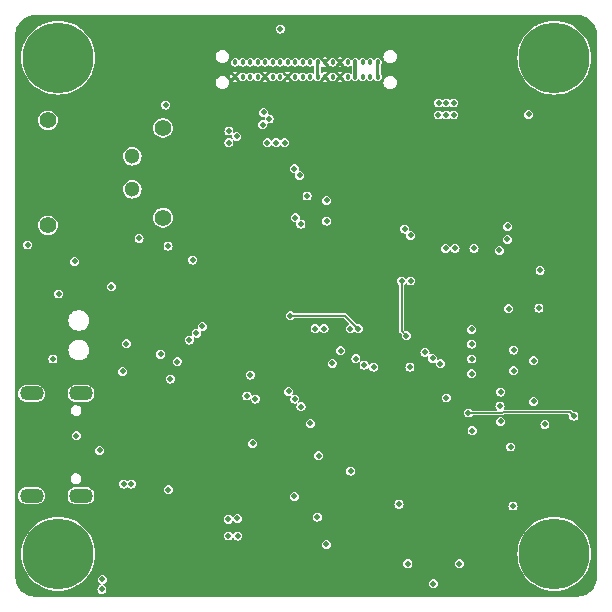
<source format=gbr>
%TF.GenerationSoftware,KiCad,Pcbnew,7.0.7*%
%TF.CreationDate,2024-01-21T18:01:16-05:00*%
%TF.ProjectId,Forerunner-Cubic-Mainboard,466f7265-7275-46e6-9e65-722d43756269,rev?*%
%TF.SameCoordinates,Original*%
%TF.FileFunction,Copper,L2,Inr*%
%TF.FilePolarity,Positive*%
%FSLAX46Y46*%
G04 Gerber Fmt 4.6, Leading zero omitted, Abs format (unit mm)*
G04 Created by KiCad (PCBNEW 7.0.7) date 2024-01-21 18:01:16*
%MOMM*%
%LPD*%
G01*
G04 APERTURE LIST*
G04 Aperture macros list*
%AMRoundRect*
0 Rectangle with rounded corners*
0 $1 Rounding radius*
0 $2 $3 $4 $5 $6 $7 $8 $9 X,Y pos of 4 corners*
0 Add a 4 corners polygon primitive as box body*
4,1,4,$2,$3,$4,$5,$6,$7,$8,$9,$2,$3,0*
0 Add four circle primitives for the rounded corners*
1,1,$1+$1,$2,$3*
1,1,$1+$1,$4,$5*
1,1,$1+$1,$6,$7*
1,1,$1+$1,$8,$9*
0 Add four rect primitives between the rounded corners*
20,1,$1+$1,$2,$3,$4,$5,0*
20,1,$1+$1,$4,$5,$6,$7,0*
20,1,$1+$1,$6,$7,$8,$9,0*
20,1,$1+$1,$8,$9,$2,$3,0*%
G04 Aperture macros list end*
%TA.AperFunction,ComponentPad*%
%ADD10C,6.000000*%
%TD*%
%TA.AperFunction,ComponentPad*%
%ADD11RoundRect,0.540000X-0.460000X0.060000X-0.460000X-0.060000X0.460000X-0.060000X0.460000X0.060000X0*%
%TD*%
%TA.AperFunction,ComponentPad*%
%ADD12C,1.300000*%
%TD*%
%TA.AperFunction,ComponentPad*%
%ADD13C,1.400000*%
%TD*%
%TA.AperFunction,ComponentPad*%
%ADD14C,0.457200*%
%TD*%
%TA.AperFunction,ViaPad*%
%ADD15C,0.508000*%
%TD*%
%TA.AperFunction,Conductor*%
%ADD16C,0.152400*%
%TD*%
G04 APERTURE END LIST*
D10*
%TO.N,unconnected-(MH3-Pad1)*%
%TO.C,MH3*%
X46000000Y4000000D03*
%TD*%
%TO.N,unconnected-(MH4-Pad1)*%
%TO.C,MH4*%
X4000000Y4000000D03*
%TD*%
D11*
%TO.N,unconnected-(J1-SHLD-PadMH1)*%
%TO.C,J1*%
X5925000Y17570000D03*
%TO.N,unconnected-(J1-SHLD-PadMH2)*%
X1745000Y17570000D03*
%TO.N,unconnected-(J1-SHLD-PadMH3)*%
X5925000Y8930000D03*
%TO.N,unconnected-(J1-SHLD-PadMH4)*%
X1745000Y8930000D03*
%TD*%
D10*
%TO.N,unconnected-(MH1-Pad1)*%
%TO.C,MH1*%
X4000000Y46000000D03*
%TD*%
D12*
%TO.N,/SPE-PoDL_Interface/BI_DA+*%
%TO.C,J2*%
X10275000Y34850000D03*
%TO.N,/SPE-PoDL_Interface/BI_DA-*%
X10275000Y37650000D03*
D13*
%TO.N,unconnected-(J2-PadSHLD1)*%
X3125000Y31800000D03*
%TO.N,unconnected-(J2-PadSHLD2)*%
X12875000Y32450000D03*
%TO.N,unconnected-(J2-PadSHLD3)*%
X12875000Y40050000D03*
%TO.N,Net-(J2-PadSHLD4)*%
X3125000Y40700000D03*
%TD*%
D14*
%TO.N,/Stacking_Connector/SHLD*%
%TO.C,J4*%
X31032500Y44400000D03*
X31032500Y45600000D03*
%TO.N,+24V*%
X30397500Y44400000D03*
X30397500Y45600000D03*
%TO.N,24V_RTN*%
X29762500Y44400000D03*
X29762500Y45600000D03*
%TO.N,/Stacking_Connector/SHLD*%
X29127500Y44400000D03*
X29127500Y45600000D03*
%TO.N,+5VB*%
X28492500Y44400000D03*
X28492500Y45600000D03*
%TO.N,GND*%
X27857500Y44400000D03*
X27857500Y45600000D03*
%TO.N,+3V3*%
X27222500Y44400000D03*
X27222500Y45600000D03*
%TO.N,GND*%
X26587500Y44400000D03*
X26587500Y45600000D03*
%TO.N,/Stacking_Connector/SHLD*%
X25952500Y44400000D03*
X25952500Y45600000D03*
%TO.N,/ESP-32_Core/NRF24-TX-~{CS}*%
X25317500Y44400000D03*
%TO.N,/ESP-32_Core/NRF24-TX-IRQ*%
X25317500Y45600000D03*
%TO.N,/ESP-32_Core/NRF24-RX-~{CS}*%
X24682500Y44400000D03*
%TO.N,/ESP-32_Core/NRF24-RX-IRQ*%
X24682500Y45600000D03*
%TO.N,/ESP-32_Core/LoRa-~{CS}*%
X24047500Y44400000D03*
%TO.N,/ESP-32_Core/LoRa-IR*%
X24047500Y45600000D03*
%TO.N,GND*%
X23412500Y44400000D03*
%TO.N,/ESP-32_Core/MAX-8Q-~{CS}*%
X23412500Y45600000D03*
%TO.N,/Data_Storage/I2C.SDA*%
X22777500Y44400000D03*
%TO.N,/ESP-32_Core/BMX160-~{CS}*%
X22777500Y45600000D03*
%TO.N,/Data_Storage/I2C.SCL*%
X22142500Y44400000D03*
%TO.N,/ESP-32_Core/H3LIS-~{CS}*%
X22142500Y45600000D03*
%TO.N,GND*%
X21507500Y44400000D03*
%TO.N,/ESP-32_Core/MAGNETOMETER-~{CS}*%
X21507500Y45600000D03*
%TO.N,/Data_Storage/SPI1.MISO*%
X20872500Y44400000D03*
%TO.N,/ESP-32_Core/ADS1148-FS-~{CS}*%
X20872500Y45600000D03*
%TO.N,/Data_Storage/SPI1.MOSI*%
X20237500Y44400000D03*
%TO.N,/ESP-32_Core/MAX31856-1-~{CS}*%
X20237500Y45600000D03*
%TO.N,/Data_Storage/SPI1.SCLK*%
X19602500Y44400000D03*
%TO.N,/ESP-32_Core/MAX31856-2-~{CS}*%
X19602500Y45600000D03*
%TO.N,GND*%
X18967500Y44400000D03*
%TO.N,/ESP-32_Core/CONFIG-EXP-~{CS}*%
X18967500Y45600000D03*
%TD*%
D10*
%TO.N,unconnected-(MH2-Pad1)*%
%TO.C,MH2*%
X46000000Y46000000D03*
%TD*%
D15*
%TO.N,GND*%
X7850000Y9850000D03*
X12450000Y10600000D03*
X6400000Y29100000D03*
X16978502Y4200000D03*
X14700000Y40300000D03*
X48450000Y14600000D03*
X9961727Y11638273D03*
X6400000Y30650000D03*
X19500000Y20550000D03*
X41750000Y7500000D03*
X48750000Y8000000D03*
X6400000Y31350000D03*
X25100000Y1700000D03*
X22500000Y29950000D03*
X35100000Y15300000D03*
X32550000Y31500000D03*
X8250000Y20200000D03*
X31250000Y19150000D03*
X46500000Y23750000D03*
X3900000Y17400000D03*
X14250000Y25750000D03*
X37220300Y23000000D03*
X7650000Y6600000D03*
X44300000Y37000000D03*
X1200000Y37500000D03*
X25250000Y31000000D03*
X7900000Y17400000D03*
X38250000Y12000000D03*
X32200000Y11800000D03*
X37950000Y3900000D03*
X16700000Y8950000D03*
X6400000Y29850000D03*
X23500000Y18750000D03*
X15800000Y1100000D03*
X27000000Y5500000D03*
X20697818Y16392507D03*
X29000000Y40450000D03*
X48075000Y27425000D03*
X11400000Y16000000D03*
X16206575Y20783297D03*
X21600000Y2950000D03*
X31250000Y11400000D03*
X31400000Y3464700D03*
X23659900Y23000000D03*
X18350000Y26850000D03*
X2500000Y24250000D03*
X14700000Y32200000D03*
X47300000Y11650000D03*
X16900000Y32400000D03*
X9623718Y13297172D03*
X26500000Y41450000D03*
X38119006Y42176500D03*
X37613100Y25600000D03*
X38124691Y41161500D03*
X18300000Y21700000D03*
X13250000Y25750000D03*
X46750000Y10000000D03*
X26903502Y16500000D03*
X12350000Y30750000D03*
X42000000Y48950000D03*
X7500000Y42450000D03*
X42600000Y12000000D03*
X36900000Y1482100D03*
X35600000Y16600000D03*
X8000000Y24450000D03*
X16300000Y32900000D03*
X12250000Y25750000D03*
X46572851Y21706700D03*
X31070000Y24370000D03*
X8250000Y27956700D03*
X29000000Y3750000D03*
X45150000Y29250000D03*
X45000000Y23750000D03*
X8400000Y1000000D03*
X41500000Y42250000D03*
X3900000Y9450000D03*
X26900000Y14750000D03*
X18300000Y19350000D03*
X44250000Y8000000D03*
X7500000Y48950000D03*
X7650000Y7850000D03*
X40250000Y4250000D03*
X18300000Y11700000D03*
%TO.N,+VUSB*%
X9550000Y9900000D03*
X10200000Y9900000D03*
X13317500Y9429235D03*
%TO.N,/USB_Input/3V3_FTDI*%
X19176498Y7000000D03*
X19200000Y5500000D03*
%TO.N,+3V3*%
X15378221Y28871779D03*
X4043300Y26000000D03*
X10850000Y30700000D03*
X28750000Y11000000D03*
X44800000Y28000000D03*
X25337000Y15050000D03*
X26700000Y4800000D03*
X5400000Y28750000D03*
X9777848Y21777848D03*
X1400000Y30150000D03*
X25950000Y7100000D03*
X44250000Y20350000D03*
X42300000Y13050000D03*
X42500000Y8050000D03*
X9450000Y19450000D03*
%TO.N,/SPE-PoDL_Interface/BI_DA+*%
X13100000Y42000000D03*
%TO.N,/USB_Input/USB_N*%
X5525202Y14005796D03*
X7516446Y12753870D03*
%TO.N,+5VB*%
X20450000Y13350000D03*
X3550000Y20500000D03*
X43828502Y41200000D03*
X26044000Y12300000D03*
%TO.N,/SPE-PoDL_Interface/SPE-LED*%
X15100000Y22100000D03*
X13500000Y18800000D03*
%TO.N,/Data_Storage/SPI1.MOSI*%
X24540600Y31915525D03*
X20694100Y17100000D03*
X24000000Y8850000D03*
X33600000Y3150000D03*
X24009997Y17100000D03*
%TO.N,/Data_Storage/SPI1.SCLK*%
X12670300Y20900000D03*
X24070427Y32444200D03*
X14082100Y20273739D03*
X23500000Y17750000D03*
X35750000Y1482100D03*
%TO.N,/Data_Storage/SPI1.MISO*%
X25070300Y34300000D03*
X24550000Y16450000D03*
X37950000Y3150000D03*
%TO.N,/ESP-32_Core/NRF24-TX-~{CS}*%
X42025445Y30625445D03*
X42050000Y31729700D03*
%TO.N,/ESP-32_Core/NRF24-TX-IRQ*%
X36800000Y29850000D03*
X36184994Y41161500D03*
X36200000Y42176500D03*
%TO.N,/ESP-32_Core/NRF24-RX-IRQ*%
X36850000Y42176500D03*
X37600000Y29850000D03*
X36855685Y41161500D03*
%TO.N,/ESP-32_Core/LoRa-IR*%
X37490188Y41161500D03*
X37484503Y42176500D03*
X39200000Y29850000D03*
%TO.N,/ESP-32_Core/MAX-8Q-~{CS}*%
X23997068Y36593518D03*
%TO.N,/ESP-32_Core/BMX160-~{CS}*%
X24450000Y36050000D03*
X22800000Y48429700D03*
%TO.N,/Data_Storage/CARD-~{CS}*%
X33082100Y27100000D03*
X32850000Y8200000D03*
X33462285Y22462300D03*
%TO.N,/ESP-32_Core/MAGNETOMETER-~{CS}*%
X18450000Y39800000D03*
X23163919Y38800730D03*
%TO.N,/ESP-32_Core/ADS1148-FS-~{CS}*%
X19118346Y39329289D03*
X22449555Y38799555D03*
%TO.N,/ESP-32_Core/MAX31856-1-~{CS}*%
X21300000Y40320300D03*
%TO.N,/ESP-32_Core/MAX31856-2-~{CS}*%
X21850128Y40820731D03*
%TO.N,/ESP-32_Core/CONFIG-EXP-~{CS}*%
X21387972Y41379700D03*
%TO.N,/ESP-32_Core/H3LIS-~{CS}*%
X21700000Y38800000D03*
X18450000Y38800000D03*
%TO.N,/ESP-32_Core/~{RTS}*%
X44250000Y16900000D03*
X7692497Y1000000D03*
%TO.N,/ESP-32_Core/~{DTR}*%
X7725537Y1824463D03*
X45200000Y14950000D03*
X42550000Y19500000D03*
%TO.N,/ESP-32_Core/GPIO0*%
X36850000Y17200000D03*
X38725000Y15925000D03*
X47653282Y15654172D03*
%TO.N,/USB_Input/~{FTDI-LED}*%
X18400000Y5517900D03*
X18400000Y6929700D03*
%TO.N,/ESP-32_Core/LED*%
X19975445Y17370300D03*
X20265368Y19134500D03*
%TO.N,/ESP-32_Core/PIEZO*%
X42550000Y21250000D03*
%TO.N,/ESP-32_Core/RST-ADIN1110*%
X23650000Y24150000D03*
X29400000Y23050000D03*
X16200000Y23250000D03*
X33850000Y27100000D03*
%TO.N,/Data_Storage/FLASH-~{CS}*%
X26724300Y32165500D03*
X26724300Y33929700D03*
%TO.N,/ESP-32_Core/ADIN1110-~{CS}*%
X25750000Y23050000D03*
X8500000Y26617900D03*
%TO.N,Net-(U6-CEXT3)*%
X13300000Y30050000D03*
%TO.N,/ESP-32_Core/SPE-LINK-STATUS*%
X15691527Y22678247D03*
X41350000Y29700000D03*
X26500000Y23050000D03*
X28725000Y23050000D03*
%TO.N,Net-(U1-IO33)*%
X41450000Y17700000D03*
%TO.N,Net-(U1-IO32)*%
X41400000Y16500000D03*
%TO.N,Net-(U1-IO35)*%
X41450000Y15200000D03*
%TO.N,Net-(U1-IO34)*%
X39046611Y14424300D03*
%TO.N,Net-(U1-IO25)*%
X39000000Y19250000D03*
%TO.N,Net-(U1-IO26)*%
X39000000Y20500000D03*
%TO.N,Net-(U1-IO27)*%
X39000000Y21750000D03*
%TO.N,Net-(U1-IO14)*%
X39000000Y23000000D03*
%TO.N,/ESP-32_Core/SR-~{EN}*%
X27900000Y21200000D03*
X35050000Y21050500D03*
%TO.N,/ESP-32_Core/SRCLK*%
X35700000Y20550000D03*
X29200000Y20529700D03*
%TO.N,/ESP-32_Core/SRDATA*%
X27204815Y20113095D03*
%TO.N,/ESP-32_Core/~{SRCLR}*%
X36350000Y20100000D03*
X29900000Y19970300D03*
%TO.N,Net-(U2-QH')*%
X30700000Y19800000D03*
X33775289Y19800000D03*
%TO.N,/Data_Storage/I2C.SDA*%
X33850000Y30950000D03*
%TO.N,/Data_Storage/I2C.SCL*%
X42136900Y24766152D03*
X33320300Y31498654D03*
X44700000Y24800000D03*
%TD*%
D16*
%TO.N,/Data_Storage/CARD-~{CS}*%
X33082100Y22842485D02*
X33082100Y27100000D01*
X33462285Y22462300D02*
X33082100Y22842485D01*
%TO.N,/ESP-32_Core/GPIO0*%
X47307454Y16000000D02*
X47653282Y15654172D01*
X38725000Y15925000D02*
X41574817Y15925000D01*
X41574817Y15925000D02*
X41649817Y16000000D01*
X41649817Y16000000D02*
X47307454Y16000000D01*
%TO.N,/ESP-32_Core/RST-ADIN1110*%
X28300000Y24150000D02*
X29400000Y23050000D01*
X23650000Y24150000D02*
X28300000Y24150000D01*
%TD*%
%TA.AperFunction,Conductor*%
%TO.N,/Stacking_Connector/SHLD*%
G36*
X29256694Y45581694D02*
G01*
X29275000Y45537500D01*
X29275000Y44462500D01*
X29256694Y44418306D01*
X29212500Y44400000D01*
X29037500Y44400000D01*
X28993306Y44418306D01*
X28975000Y44462500D01*
X28975000Y45537500D01*
X28993306Y45581694D01*
X29037500Y45600000D01*
X29212500Y45600000D01*
X29256694Y45581694D01*
G37*
%TD.AperFunction*%
%TD*%
%TA.AperFunction,Conductor*%
%TO.N,/Stacking_Connector/SHLD*%
G36*
X31156694Y45581694D02*
G01*
X31175000Y45537500D01*
X31175000Y44462500D01*
X31156694Y44418306D01*
X31112500Y44400000D01*
X30937500Y44400000D01*
X30893306Y44418306D01*
X30875000Y44462500D01*
X30875000Y45537500D01*
X30893306Y45581694D01*
X30937500Y45600000D01*
X31112500Y45600000D01*
X31156694Y45581694D01*
G37*
%TD.AperFunction*%
%TD*%
%TA.AperFunction,Conductor*%
%TO.N,/Stacking_Connector/SHLD*%
G36*
X26081694Y45581694D02*
G01*
X26100000Y45537500D01*
X26100000Y44462500D01*
X26081694Y44418306D01*
X26037500Y44400000D01*
X25862500Y44400000D01*
X25818306Y44418306D01*
X25800000Y44462500D01*
X25800000Y45537500D01*
X25818306Y45581694D01*
X25862500Y45600000D01*
X26037500Y45600000D01*
X26081694Y45581694D01*
G37*
%TD.AperFunction*%
%TD*%
%TA.AperFunction,Conductor*%
%TO.N,GND*%
G36*
X27730082Y45563799D02*
G01*
X27742740Y45545569D01*
X27757467Y45513320D01*
X27809689Y45479760D01*
X27836971Y45440467D01*
X27828477Y45393392D01*
X27820093Y45382988D01*
X27656684Y45219579D01*
X27656684Y45219578D01*
X27677617Y45206125D01*
X27677626Y45206121D01*
X27795874Y45171400D01*
X27919125Y45171400D01*
X28037375Y45206121D01*
X28058314Y45219579D01*
X27895465Y45382429D01*
X27877159Y45426623D01*
X27895465Y45470817D01*
X27922050Y45486591D01*
X27929059Y45488649D01*
X27929060Y45488649D01*
X27983786Y45551806D01*
X27985634Y45550204D01*
X28011308Y45574114D01*
X28059113Y45572413D01*
X28077351Y45559752D01*
X28143737Y45493366D01*
X28155231Y45477547D01*
X28200818Y45388079D01*
X28280580Y45308317D01*
X28381082Y45257108D01*
X28381086Y45257107D01*
X28492500Y45239461D01*
X28603913Y45257107D01*
X28603917Y45257108D01*
X28704419Y45308317D01*
X28735806Y45339704D01*
X28780000Y45358010D01*
X28824194Y45339704D01*
X28842500Y45295510D01*
X28842500Y44704490D01*
X28824194Y44660296D01*
X28780000Y44641990D01*
X28735806Y44660296D01*
X28730806Y44665296D01*
X28704420Y44691682D01*
X28603913Y44742893D01*
X28492500Y44760539D01*
X28381087Y44742893D01*
X28381084Y44742891D01*
X28381082Y44742891D01*
X28280580Y44691682D01*
X28200818Y44611920D01*
X28155231Y44522451D01*
X28143737Y44506632D01*
X28073305Y44436201D01*
X28029111Y44417895D01*
X27984917Y44436201D01*
X27972260Y44454429D01*
X27957533Y44486679D01*
X27905308Y44520240D01*
X27878028Y44559532D01*
X27886521Y44606608D01*
X27894906Y44617012D01*
X28058315Y44780419D01*
X28058315Y44780420D01*
X28037377Y44793877D01*
X27919125Y44828600D01*
X27795875Y44828600D01*
X27677626Y44793879D01*
X27677622Y44793877D01*
X27656684Y44780419D01*
X27819533Y44617570D01*
X27837839Y44573376D01*
X27819533Y44529182D01*
X27792947Y44513408D01*
X27785940Y44511350D01*
X27785939Y44511350D01*
X27731214Y44448194D01*
X27729367Y44449793D01*
X27703674Y44425879D01*
X27655870Y44427593D01*
X27637647Y44440247D01*
X27571261Y44506633D01*
X27559769Y44522449D01*
X27514182Y44611920D01*
X27434420Y44691682D01*
X27333913Y44742893D01*
X27222500Y44760539D01*
X27111087Y44742893D01*
X27111084Y44742891D01*
X27111082Y44742891D01*
X27010580Y44691682D01*
X26930818Y44611920D01*
X26885231Y44522451D01*
X26873737Y44506632D01*
X26803305Y44436200D01*
X26759111Y44417894D01*
X26714917Y44436200D01*
X26702262Y44454425D01*
X26687533Y44486679D01*
X26635309Y44520240D01*
X26608029Y44559531D01*
X26616521Y44606606D01*
X26624906Y44617011D01*
X26788315Y44780419D01*
X26788315Y44780420D01*
X26767377Y44793877D01*
X26649125Y44828600D01*
X26525875Y44828600D01*
X26407626Y44793878D01*
X26407617Y44793874D01*
X26328790Y44743215D01*
X26281715Y44734721D01*
X26242422Y44762003D01*
X26232500Y44795793D01*
X26232500Y45204206D01*
X26250806Y45248400D01*
X26295000Y45266706D01*
X26328790Y45256785D01*
X26407622Y45206123D01*
X26407626Y45206121D01*
X26525874Y45171400D01*
X26649125Y45171400D01*
X26767375Y45206121D01*
X26788314Y45219579D01*
X26625465Y45382429D01*
X26607159Y45426623D01*
X26625465Y45470817D01*
X26652050Y45486591D01*
X26659059Y45488649D01*
X26659060Y45488649D01*
X26713786Y45551806D01*
X26715634Y45550204D01*
X26741308Y45574114D01*
X26789113Y45572413D01*
X26807351Y45559752D01*
X26873737Y45493366D01*
X26885231Y45477547D01*
X26930818Y45388079D01*
X27010580Y45308317D01*
X27111082Y45257108D01*
X27111086Y45257107D01*
X27222500Y45239461D01*
X27333913Y45257107D01*
X27333917Y45257108D01*
X27434419Y45308317D01*
X27514182Y45388080D01*
X27540000Y45438750D01*
X27559768Y45477547D01*
X27571261Y45493366D01*
X27641694Y45563799D01*
X27685888Y45582105D01*
X27730082Y45563799D01*
G37*
%TD.AperFunction*%
%TA.AperFunction,Conductor*%
G36*
X48001110Y49618420D02*
G01*
X48225878Y49602344D01*
X48234704Y49601075D01*
X48451618Y49553888D01*
X48460174Y49551375D01*
X48668159Y49473801D01*
X48676271Y49470097D01*
X48871102Y49363711D01*
X48878604Y49358890D01*
X49056316Y49225857D01*
X49063055Y49220017D01*
X49220017Y49063055D01*
X49225857Y49056316D01*
X49358890Y48878604D01*
X49363711Y48871102D01*
X49470097Y48676271D01*
X49473801Y48668159D01*
X49551375Y48460174D01*
X49553888Y48451618D01*
X49601075Y48234704D01*
X49602344Y48225878D01*
X49618420Y48001110D01*
X49618500Y47998880D01*
X49618500Y2001119D01*
X49618420Y1998889D01*
X49602344Y1774121D01*
X49601075Y1765295D01*
X49553888Y1548381D01*
X49551375Y1539825D01*
X49473801Y1331840D01*
X49470097Y1323728D01*
X49363711Y1128897D01*
X49358890Y1121395D01*
X49225857Y943683D01*
X49220017Y936944D01*
X49063055Y779982D01*
X49056316Y774142D01*
X48878604Y641109D01*
X48871102Y636288D01*
X48676264Y529899D01*
X48668161Y526199D01*
X48564166Y487410D01*
X48460174Y448624D01*
X48451620Y446111D01*
X48241810Y400469D01*
X48234704Y398924D01*
X48225879Y397655D01*
X48198002Y395661D01*
X48001110Y381580D01*
X47998880Y381500D01*
X2001120Y381500D01*
X1998890Y381580D01*
X1820298Y394352D01*
X1774118Y397655D01*
X1765297Y398923D01*
X1548375Y446112D01*
X1539825Y448624D01*
X1331833Y526201D01*
X1323740Y529896D01*
X1128893Y636290D01*
X1121399Y641106D01*
X943676Y774147D01*
X936951Y779975D01*
X779975Y936951D01*
X774147Y943676D01*
X641106Y1121399D01*
X636288Y1128897D01*
X614056Y1169612D01*
X529896Y1323740D01*
X526201Y1331833D01*
X448623Y1539827D01*
X446111Y1548381D01*
X445548Y1550967D01*
X398923Y1765297D01*
X397655Y1774121D01*
X381580Y1998889D01*
X381500Y2001119D01*
X381500Y4000000D01*
X867572Y4000000D01*
X887268Y3649279D01*
X887268Y3649274D01*
X887269Y3649271D01*
X946110Y3302962D01*
X1043352Y2965426D01*
X1043356Y2965414D01*
X1177778Y2640893D01*
X1177785Y2640878D01*
X1347693Y2333455D01*
X1347698Y2333446D01*
X1550966Y2046966D01*
X1550967Y2046965D01*
X1785039Y1785039D01*
X2046965Y1550967D01*
X2046966Y1550966D01*
X2333446Y1347698D01*
X2333455Y1347693D01*
X2640878Y1177785D01*
X2640893Y1177778D01*
X2965414Y1043356D01*
X2965426Y1043352D01*
X3302962Y946110D01*
X3649271Y887269D01*
X3649274Y887268D01*
X3649279Y887268D01*
X4000000Y867572D01*
X4350721Y887268D01*
X4350726Y887268D01*
X4350728Y887269D01*
X4697037Y946110D01*
X4884080Y999996D01*
X7306242Y999996D01*
X7325145Y880644D01*
X7325147Y880639D01*
X7380009Y772965D01*
X7465462Y687512D01*
X7573136Y632650D01*
X7573141Y632648D01*
X7692493Y613745D01*
X7692497Y613745D01*
X7692501Y613745D01*
X7811852Y632648D01*
X7811857Y632650D01*
X7919531Y687512D01*
X8004984Y772965D01*
X8059846Y880639D01*
X8059848Y880644D01*
X8078752Y999996D01*
X8078752Y1000003D01*
X8059848Y1119355D01*
X8059847Y1119356D01*
X8059847Y1119359D01*
X8004984Y1227035D01*
X7919532Y1312487D01*
X7849584Y1348126D01*
X7818518Y1384500D01*
X7822271Y1432188D01*
X7849585Y1459502D01*
X7893929Y1482096D01*
X35363745Y1482096D01*
X35382648Y1362744D01*
X35382650Y1362739D01*
X35437512Y1255065D01*
X35522965Y1169612D01*
X35630639Y1114750D01*
X35630644Y1114748D01*
X35749996Y1095845D01*
X35750000Y1095845D01*
X35750004Y1095845D01*
X35869355Y1114748D01*
X35869360Y1114750D01*
X35977034Y1169612D01*
X36062487Y1255065D01*
X36117349Y1362739D01*
X36117351Y1362744D01*
X36136255Y1482096D01*
X36136255Y1482103D01*
X36117351Y1601455D01*
X36117350Y1601456D01*
X36117350Y1601459D01*
X36062487Y1709135D01*
X35977035Y1794587D01*
X35869359Y1849450D01*
X35869356Y1849450D01*
X35869355Y1849451D01*
X35750004Y1868355D01*
X35749996Y1868355D01*
X35630644Y1849451D01*
X35630639Y1849449D01*
X35522965Y1794587D01*
X35437512Y1709134D01*
X35382650Y1601460D01*
X35382648Y1601455D01*
X35363745Y1482103D01*
X35363745Y1482096D01*
X7893929Y1482096D01*
X7952571Y1511975D01*
X8038024Y1597428D01*
X8092886Y1705102D01*
X8092888Y1705107D01*
X8111792Y1824459D01*
X8111792Y1824466D01*
X8092888Y1943818D01*
X8092887Y1943819D01*
X8092887Y1943822D01*
X8038024Y2051498D01*
X7952572Y2136950D01*
X7844896Y2191813D01*
X7844893Y2191813D01*
X7844892Y2191814D01*
X7725541Y2210718D01*
X7725533Y2210718D01*
X7606181Y2191814D01*
X7606176Y2191812D01*
X7498502Y2136950D01*
X7413049Y2051497D01*
X7358187Y1943823D01*
X7358185Y1943818D01*
X7339282Y1824466D01*
X7339282Y1824459D01*
X7358185Y1705107D01*
X7358187Y1705102D01*
X7413049Y1597428D01*
X7498501Y1511976D01*
X7568449Y1476336D01*
X7599515Y1439961D01*
X7595762Y1392273D01*
X7568448Y1364960D01*
X7487524Y1323728D01*
X7465462Y1312487D01*
X7380009Y1227034D01*
X7325147Y1119360D01*
X7325145Y1119355D01*
X7306242Y1000003D01*
X7306242Y999996D01*
X4884080Y999996D01*
X5034573Y1043352D01*
X5034585Y1043356D01*
X5359106Y1177778D01*
X5359121Y1177785D01*
X5630281Y1327651D01*
X5666552Y1347697D01*
X5953037Y1550969D01*
X6214961Y1785039D01*
X6449031Y2046963D01*
X6652303Y2333448D01*
X6750651Y2511397D01*
X6822214Y2640878D01*
X6822221Y2640893D01*
X6956643Y2965414D01*
X6956647Y2965426D01*
X6975435Y3030639D01*
X7009821Y3149996D01*
X33213745Y3149996D01*
X33232648Y3030644D01*
X33232650Y3030639D01*
X33287512Y2922965D01*
X33372965Y2837512D01*
X33480639Y2782650D01*
X33480644Y2782648D01*
X33599996Y2763745D01*
X33600000Y2763745D01*
X33600004Y2763745D01*
X33719355Y2782648D01*
X33719360Y2782650D01*
X33827034Y2837512D01*
X33912487Y2922965D01*
X33967349Y3030639D01*
X33967351Y3030644D01*
X33986255Y3149996D01*
X37563745Y3149996D01*
X37582648Y3030644D01*
X37582650Y3030639D01*
X37637512Y2922965D01*
X37722965Y2837512D01*
X37830639Y2782650D01*
X37830644Y2782648D01*
X37949996Y2763745D01*
X37950000Y2763745D01*
X37950004Y2763745D01*
X38069355Y2782648D01*
X38069360Y2782650D01*
X38177034Y2837512D01*
X38262487Y2922965D01*
X38317349Y3030639D01*
X38317351Y3030644D01*
X38336255Y3149996D01*
X38336255Y3150003D01*
X38317351Y3269355D01*
X38317350Y3269356D01*
X38317350Y3269359D01*
X38262487Y3377035D01*
X38177035Y3462487D01*
X38069359Y3517350D01*
X38069356Y3517350D01*
X38069355Y3517351D01*
X37950004Y3536255D01*
X37949996Y3536255D01*
X37830644Y3517351D01*
X37830639Y3517349D01*
X37722965Y3462487D01*
X37637512Y3377034D01*
X37582650Y3269360D01*
X37582648Y3269355D01*
X37563745Y3150003D01*
X37563745Y3149996D01*
X33986255Y3149996D01*
X33986255Y3150003D01*
X33967351Y3269355D01*
X33967350Y3269356D01*
X33967350Y3269359D01*
X33912487Y3377035D01*
X33827035Y3462487D01*
X33719359Y3517350D01*
X33719356Y3517350D01*
X33719355Y3517351D01*
X33600004Y3536255D01*
X33599996Y3536255D01*
X33480644Y3517351D01*
X33480639Y3517349D01*
X33372965Y3462487D01*
X33287512Y3377034D01*
X33232650Y3269360D01*
X33232648Y3269355D01*
X33213745Y3150003D01*
X33213745Y3149996D01*
X7009821Y3149996D01*
X7053891Y3302969D01*
X7112732Y3649279D01*
X7132428Y4000000D01*
X42867572Y4000000D01*
X42887268Y3649279D01*
X42887268Y3649274D01*
X42887269Y3649271D01*
X42946110Y3302962D01*
X43043352Y2965426D01*
X43043356Y2965414D01*
X43177778Y2640893D01*
X43177785Y2640878D01*
X43347693Y2333455D01*
X43347698Y2333446D01*
X43550966Y2046966D01*
X43550967Y2046965D01*
X43785039Y1785039D01*
X44046965Y1550967D01*
X44046966Y1550966D01*
X44333446Y1347698D01*
X44333455Y1347693D01*
X44640878Y1177785D01*
X44640893Y1177778D01*
X44965414Y1043356D01*
X44965426Y1043352D01*
X45302962Y946110D01*
X45649271Y887269D01*
X45649274Y887268D01*
X45649279Y887268D01*
X46000000Y867572D01*
X46350721Y887268D01*
X46350726Y887268D01*
X46350728Y887269D01*
X46697037Y946110D01*
X47034573Y1043352D01*
X47034585Y1043356D01*
X47359106Y1177778D01*
X47359121Y1177785D01*
X47630281Y1327651D01*
X47666552Y1347697D01*
X47953037Y1550969D01*
X48214961Y1785039D01*
X48449031Y2046963D01*
X48652303Y2333448D01*
X48750651Y2511397D01*
X48822214Y2640878D01*
X48822221Y2640893D01*
X48956643Y2965414D01*
X48956647Y2965426D01*
X48975435Y3030639D01*
X49053891Y3302969D01*
X49112732Y3649279D01*
X49132428Y4000000D01*
X49112732Y4350721D01*
X49053891Y4697031D01*
X48956647Y5034575D01*
X48822220Y5359110D01*
X48652303Y5666552D01*
X48449031Y5953037D01*
X48214961Y6214961D01*
X47953037Y6449031D01*
X47666552Y6652303D01*
X47359110Y6822220D01*
X47034575Y6956647D01*
X47034570Y6956649D01*
X46807293Y7022125D01*
X46697031Y7053891D01*
X46350721Y7112732D01*
X46000000Y7132428D01*
X45649279Y7112732D01*
X45302969Y7053891D01*
X45302962Y7053889D01*
X44965430Y6956649D01*
X44965414Y6956643D01*
X44763399Y6872965D01*
X44640890Y6822220D01*
X44640885Y6822217D01*
X44640878Y6822214D01*
X44511397Y6750651D01*
X44333448Y6652303D01*
X44046963Y6449031D01*
X43785039Y6214961D01*
X43550969Y5953037D01*
X43550967Y5953034D01*
X43550966Y5953033D01*
X43490171Y5867350D01*
X43347697Y5666552D01*
X43321612Y5619355D01*
X43177785Y5359121D01*
X43177778Y5359106D01*
X43043356Y5034585D01*
X43043352Y5034573D01*
X42946110Y4697037D01*
X42946109Y4697031D01*
X42887268Y4350721D01*
X42867572Y4000000D01*
X7132428Y4000000D01*
X7112732Y4350721D01*
X7053891Y4697031D01*
X7024228Y4799996D01*
X26313745Y4799996D01*
X26332648Y4680644D01*
X26332650Y4680639D01*
X26387512Y4572965D01*
X26472965Y4487512D01*
X26580639Y4432650D01*
X26580644Y4432648D01*
X26699996Y4413745D01*
X26700000Y4413745D01*
X26700004Y4413745D01*
X26819355Y4432648D01*
X26819360Y4432650D01*
X26927034Y4487512D01*
X27012487Y4572965D01*
X27067349Y4680639D01*
X27067351Y4680644D01*
X27086255Y4799996D01*
X27086255Y4800003D01*
X27067351Y4919355D01*
X27067350Y4919356D01*
X27067350Y4919359D01*
X27012487Y5027035D01*
X26927035Y5112487D01*
X26819359Y5167350D01*
X26819356Y5167350D01*
X26819355Y5167351D01*
X26700004Y5186255D01*
X26699996Y5186255D01*
X26580644Y5167351D01*
X26580639Y5167349D01*
X26472965Y5112487D01*
X26387512Y5027034D01*
X26332650Y4919360D01*
X26332648Y4919355D01*
X26313745Y4800003D01*
X26313745Y4799996D01*
X7024228Y4799996D01*
X6956647Y5034575D01*
X6822220Y5359110D01*
X6734462Y5517896D01*
X18013745Y5517896D01*
X18032648Y5398544D01*
X18032650Y5398539D01*
X18087512Y5290865D01*
X18172965Y5205412D01*
X18280639Y5150550D01*
X18280644Y5150548D01*
X18399996Y5131645D01*
X18400000Y5131645D01*
X18400004Y5131645D01*
X18519355Y5150548D01*
X18519360Y5150550D01*
X18627034Y5205412D01*
X18712487Y5290865D01*
X18739751Y5344375D01*
X18776125Y5375442D01*
X18823813Y5371689D01*
X18851127Y5344376D01*
X18887513Y5272964D01*
X18972965Y5187512D01*
X19080639Y5132650D01*
X19080644Y5132648D01*
X19199996Y5113745D01*
X19200000Y5113745D01*
X19200004Y5113745D01*
X19319355Y5132648D01*
X19319360Y5132650D01*
X19427034Y5187512D01*
X19512487Y5272965D01*
X19567349Y5380639D01*
X19567351Y5380644D01*
X19586255Y5499996D01*
X19586255Y5500003D01*
X19567351Y5619355D01*
X19567350Y5619356D01*
X19567350Y5619359D01*
X19512487Y5727035D01*
X19427035Y5812487D01*
X19319359Y5867350D01*
X19319356Y5867350D01*
X19319355Y5867351D01*
X19200004Y5886255D01*
X19199996Y5886255D01*
X19080644Y5867351D01*
X19080639Y5867349D01*
X18972965Y5812487D01*
X18887512Y5727034D01*
X18860248Y5673524D01*
X18823874Y5642457D01*
X18776186Y5646210D01*
X18748872Y5673524D01*
X18712487Y5744935D01*
X18627035Y5830387D01*
X18519359Y5885250D01*
X18519356Y5885250D01*
X18519355Y5885251D01*
X18400004Y5904155D01*
X18399996Y5904155D01*
X18280644Y5885251D01*
X18280639Y5885249D01*
X18172965Y5830387D01*
X18087512Y5744934D01*
X18032650Y5637260D01*
X18032648Y5637255D01*
X18013745Y5517903D01*
X18013745Y5517896D01*
X6734462Y5517896D01*
X6652303Y5666552D01*
X6449031Y5953037D01*
X6214961Y6214961D01*
X5953037Y6449031D01*
X5666552Y6652303D01*
X5359110Y6822220D01*
X5099640Y6929696D01*
X18013745Y6929696D01*
X18032648Y6810344D01*
X18032650Y6810339D01*
X18087512Y6702665D01*
X18172965Y6617212D01*
X18280639Y6562350D01*
X18280644Y6562348D01*
X18399996Y6543445D01*
X18400000Y6543445D01*
X18400004Y6543445D01*
X18519355Y6562348D01*
X18519360Y6562350D01*
X18627034Y6617212D01*
X18712487Y6702665D01*
X18750470Y6777212D01*
X18786844Y6808279D01*
X18834532Y6804526D01*
X18861844Y6777216D01*
X18864009Y6772966D01*
X18949463Y6687512D01*
X19057137Y6632650D01*
X19057142Y6632648D01*
X19176494Y6613745D01*
X19176498Y6613745D01*
X19176502Y6613745D01*
X19295853Y6632648D01*
X19295858Y6632650D01*
X19403532Y6687512D01*
X19488985Y6772965D01*
X19543847Y6880639D01*
X19543849Y6880644D01*
X19562753Y6999996D01*
X19562753Y7000003D01*
X19546915Y7099996D01*
X25563745Y7099996D01*
X25582648Y6980644D01*
X25582650Y6980639D01*
X25637512Y6872965D01*
X25722965Y6787512D01*
X25830639Y6732650D01*
X25830644Y6732648D01*
X25949996Y6713745D01*
X25950000Y6713745D01*
X25950004Y6713745D01*
X26069355Y6732648D01*
X26069360Y6732650D01*
X26177034Y6787512D01*
X26262487Y6872965D01*
X26317349Y6980639D01*
X26317351Y6980644D01*
X26336255Y7099996D01*
X26336255Y7100003D01*
X26317351Y7219355D01*
X26317350Y7219356D01*
X26317350Y7219359D01*
X26262487Y7327035D01*
X26177035Y7412487D01*
X26069359Y7467350D01*
X26069356Y7467350D01*
X26069355Y7467351D01*
X25950004Y7486255D01*
X25949996Y7486255D01*
X25830644Y7467351D01*
X25830639Y7467349D01*
X25722965Y7412487D01*
X25637512Y7327034D01*
X25582650Y7219360D01*
X25582648Y7219355D01*
X25563745Y7100003D01*
X25563745Y7099996D01*
X19546915Y7099996D01*
X19543849Y7119355D01*
X19543848Y7119356D01*
X19543848Y7119359D01*
X19488985Y7227035D01*
X19403533Y7312487D01*
X19295857Y7367350D01*
X19295854Y7367350D01*
X19295853Y7367351D01*
X19176502Y7386255D01*
X19176494Y7386255D01*
X19057142Y7367351D01*
X19057137Y7367349D01*
X18949463Y7312487D01*
X18864010Y7227034D01*
X18826027Y7152487D01*
X18789653Y7121420D01*
X18741965Y7125173D01*
X18714650Y7152488D01*
X18712487Y7156735D01*
X18627035Y7242187D01*
X18519359Y7297050D01*
X18519356Y7297050D01*
X18519355Y7297051D01*
X18400004Y7315955D01*
X18399996Y7315955D01*
X18280644Y7297051D01*
X18280639Y7297049D01*
X18172965Y7242187D01*
X18087512Y7156734D01*
X18032650Y7049060D01*
X18032648Y7049055D01*
X18013745Y6929703D01*
X18013745Y6929696D01*
X5099640Y6929696D01*
X5034575Y6956647D01*
X5034570Y6956649D01*
X4807293Y7022125D01*
X4697031Y7053891D01*
X4350721Y7112732D01*
X4000000Y7132428D01*
X3649279Y7112732D01*
X3302969Y7053891D01*
X3302962Y7053889D01*
X2965430Y6956649D01*
X2965414Y6956643D01*
X2763399Y6872965D01*
X2640890Y6822220D01*
X2640885Y6822217D01*
X2640878Y6822214D01*
X2511397Y6750651D01*
X2333448Y6652303D01*
X2046963Y6449031D01*
X1785039Y6214961D01*
X1550969Y5953037D01*
X1550967Y5953034D01*
X1550966Y5953033D01*
X1490171Y5867350D01*
X1347697Y5666552D01*
X1321612Y5619355D01*
X1177785Y5359121D01*
X1177778Y5359106D01*
X1043356Y5034585D01*
X1043352Y5034573D01*
X946110Y4697037D01*
X946109Y4697031D01*
X887268Y4350721D01*
X867572Y4000000D01*
X381500Y4000000D01*
X381500Y8199996D01*
X32463745Y8199996D01*
X32482648Y8080644D01*
X32482650Y8080639D01*
X32537512Y7972965D01*
X32622965Y7887512D01*
X32730639Y7832650D01*
X32730644Y7832648D01*
X32849996Y7813745D01*
X32850000Y7813745D01*
X32850004Y7813745D01*
X32969355Y7832648D01*
X32969360Y7832650D01*
X33077034Y7887512D01*
X33162487Y7972965D01*
X33201736Y8049996D01*
X42113745Y8049996D01*
X42132648Y7930644D01*
X42132650Y7930639D01*
X42187512Y7822965D01*
X42272965Y7737512D01*
X42380639Y7682650D01*
X42380644Y7682648D01*
X42499996Y7663745D01*
X42500000Y7663745D01*
X42500004Y7663745D01*
X42619355Y7682648D01*
X42619360Y7682650D01*
X42727034Y7737512D01*
X42812487Y7822965D01*
X42867349Y7930639D01*
X42867351Y7930644D01*
X42886255Y8049996D01*
X42886255Y8050003D01*
X42867351Y8169355D01*
X42867350Y8169356D01*
X42867350Y8169359D01*
X42812487Y8277035D01*
X42727035Y8362487D01*
X42619359Y8417350D01*
X42619356Y8417350D01*
X42619355Y8417351D01*
X42500004Y8436255D01*
X42499996Y8436255D01*
X42380644Y8417351D01*
X42380639Y8417349D01*
X42272965Y8362487D01*
X42187512Y8277034D01*
X42132650Y8169360D01*
X42132648Y8169355D01*
X42113745Y8050003D01*
X42113745Y8049996D01*
X33201736Y8049996D01*
X33217349Y8080639D01*
X33217351Y8080644D01*
X33236255Y8199996D01*
X33236255Y8200003D01*
X33217351Y8319355D01*
X33217350Y8319356D01*
X33217350Y8319359D01*
X33162487Y8427035D01*
X33077035Y8512487D01*
X32969359Y8567350D01*
X32969356Y8567350D01*
X32969355Y8567351D01*
X32850004Y8586255D01*
X32849996Y8586255D01*
X32730644Y8567351D01*
X32730639Y8567349D01*
X32622965Y8512487D01*
X32537512Y8427034D01*
X32482650Y8319360D01*
X32482648Y8319355D01*
X32463745Y8200003D01*
X32463745Y8199996D01*
X381500Y8199996D01*
X381500Y8816048D01*
X617500Y8816048D01*
X620735Y8780443D01*
X623611Y8748796D01*
X623612Y8748793D01*
X623612Y8748792D01*
X671836Y8594037D01*
X755694Y8455316D01*
X870316Y8340694D01*
X1009037Y8256836D01*
X1163791Y8208612D01*
X1163801Y8208610D01*
X1231036Y8202500D01*
X1231045Y8202500D01*
X2258951Y8202500D01*
X2290601Y8205376D01*
X2326204Y8208611D01*
X2480963Y8256836D01*
X2584390Y8319359D01*
X2619683Y8340694D01*
X2734305Y8455316D01*
X2739400Y8463745D01*
X2818164Y8594037D01*
X2866389Y8748796D01*
X2872500Y8816045D01*
X2872500Y8816048D01*
X4797500Y8816048D01*
X4800735Y8780443D01*
X4803611Y8748796D01*
X4803612Y8748793D01*
X4803612Y8748792D01*
X4851836Y8594037D01*
X4935694Y8455316D01*
X5050316Y8340694D01*
X5189037Y8256836D01*
X5343791Y8208612D01*
X5343801Y8208610D01*
X5411036Y8202500D01*
X5411045Y8202500D01*
X6438951Y8202500D01*
X6470601Y8205376D01*
X6506204Y8208611D01*
X6660963Y8256836D01*
X6764390Y8319359D01*
X6799683Y8340694D01*
X6914305Y8455316D01*
X6919400Y8463745D01*
X6998164Y8594037D01*
X7046389Y8748796D01*
X7052500Y8816045D01*
X7052500Y8849996D01*
X23613745Y8849996D01*
X23632648Y8730644D01*
X23632650Y8730639D01*
X23687512Y8622965D01*
X23772965Y8537512D01*
X23880639Y8482650D01*
X23880644Y8482648D01*
X23999996Y8463745D01*
X24000000Y8463745D01*
X24000004Y8463745D01*
X24119355Y8482648D01*
X24119360Y8482650D01*
X24227034Y8537512D01*
X24312487Y8622965D01*
X24367349Y8730639D01*
X24367351Y8730644D01*
X24386255Y8849996D01*
X24386255Y8850003D01*
X24367351Y8969355D01*
X24367350Y8969356D01*
X24367350Y8969359D01*
X24312487Y9077035D01*
X24227035Y9162487D01*
X24119359Y9217350D01*
X24119356Y9217350D01*
X24119355Y9217351D01*
X24000004Y9236255D01*
X23999996Y9236255D01*
X23880644Y9217351D01*
X23880639Y9217349D01*
X23772965Y9162487D01*
X23687512Y9077034D01*
X23632650Y8969360D01*
X23632648Y8969355D01*
X23613745Y8850003D01*
X23613745Y8849996D01*
X7052500Y8849996D01*
X7052499Y9043954D01*
X7046389Y9111204D01*
X6998164Y9265963D01*
X6914305Y9404684D01*
X6889758Y9429231D01*
X12931245Y9429231D01*
X12950148Y9309879D01*
X12950150Y9309874D01*
X13005012Y9202200D01*
X13090465Y9116747D01*
X13198139Y9061885D01*
X13198144Y9061883D01*
X13317496Y9042980D01*
X13317500Y9042980D01*
X13317504Y9042980D01*
X13436855Y9061883D01*
X13436860Y9061885D01*
X13544534Y9116747D01*
X13629987Y9202200D01*
X13684849Y9309874D01*
X13684851Y9309879D01*
X13703755Y9429231D01*
X13703755Y9429238D01*
X13684851Y9548590D01*
X13684850Y9548591D01*
X13684850Y9548594D01*
X13629987Y9656270D01*
X13544535Y9741722D01*
X13436859Y9796585D01*
X13436856Y9796585D01*
X13436855Y9796586D01*
X13317504Y9815490D01*
X13317496Y9815490D01*
X13198144Y9796586D01*
X13198139Y9796584D01*
X13090465Y9741722D01*
X13005012Y9656269D01*
X12950150Y9548595D01*
X12950148Y9548590D01*
X12931245Y9429238D01*
X12931245Y9429231D01*
X6889758Y9429231D01*
X6799684Y9519305D01*
X6660963Y9603164D01*
X6506204Y9651389D01*
X6438955Y9657500D01*
X5411046Y9657499D01*
X5343796Y9651389D01*
X5189037Y9603164D01*
X5050316Y9519305D01*
X4935695Y9404684D01*
X4851836Y9265963D01*
X4851836Y9265962D01*
X4803612Y9111208D01*
X4803610Y9111198D01*
X4797500Y9043964D01*
X4797500Y8816048D01*
X2872500Y8816048D01*
X2872499Y9043954D01*
X2866389Y9111204D01*
X2818164Y9265963D01*
X2734305Y9404684D01*
X2619684Y9519305D01*
X2480963Y9603164D01*
X2326204Y9651389D01*
X2258955Y9657500D01*
X1231046Y9657499D01*
X1163796Y9651389D01*
X1009037Y9603164D01*
X870316Y9519305D01*
X755695Y9404684D01*
X671836Y9265963D01*
X671836Y9265962D01*
X623612Y9111208D01*
X623610Y9111198D01*
X617500Y9043964D01*
X617500Y8816048D01*
X381500Y8816048D01*
X381500Y9899996D01*
X9163745Y9899996D01*
X9182648Y9780644D01*
X9182650Y9780639D01*
X9237512Y9672965D01*
X9322965Y9587512D01*
X9430639Y9532650D01*
X9430644Y9532648D01*
X9549996Y9513745D01*
X9550000Y9513745D01*
X9550004Y9513745D01*
X9669355Y9532648D01*
X9669360Y9532650D01*
X9777034Y9587512D01*
X9830806Y9641284D01*
X9875000Y9659590D01*
X9919194Y9641284D01*
X9972965Y9587512D01*
X10080639Y9532650D01*
X10080644Y9532648D01*
X10199996Y9513745D01*
X10200000Y9513745D01*
X10200004Y9513745D01*
X10319355Y9532648D01*
X10319360Y9532650D01*
X10427034Y9587512D01*
X10512487Y9672965D01*
X10567349Y9780639D01*
X10567351Y9780644D01*
X10586255Y9899996D01*
X10586255Y9900003D01*
X10567351Y10019355D01*
X10567350Y10019356D01*
X10567350Y10019359D01*
X10512487Y10127035D01*
X10427035Y10212487D01*
X10319359Y10267350D01*
X10319356Y10267350D01*
X10319355Y10267351D01*
X10200004Y10286255D01*
X10199996Y10286255D01*
X10080644Y10267351D01*
X10080639Y10267349D01*
X9972965Y10212487D01*
X9919194Y10158716D01*
X9875000Y10140410D01*
X9830806Y10158716D01*
X9830805Y10158716D01*
X9777035Y10212487D01*
X9669359Y10267350D01*
X9669356Y10267350D01*
X9669355Y10267351D01*
X9550004Y10286255D01*
X9549996Y10286255D01*
X9430644Y10267351D01*
X9430639Y10267349D01*
X9322965Y10212487D01*
X9237512Y10127034D01*
X9182650Y10019360D01*
X9182648Y10019355D01*
X9163745Y9900003D01*
X9163745Y9899996D01*
X381500Y9899996D01*
X381500Y10394197D01*
X5043669Y10394197D01*
X5053861Y10258173D01*
X5053863Y10258165D01*
X5103695Y10131197D01*
X5103697Y10131194D01*
X5188746Y10024546D01*
X5188748Y10024544D01*
X5301451Y9947706D01*
X5301454Y9947704D01*
X5431794Y9907500D01*
X5431797Y9907500D01*
X5533909Y9907500D01*
X5533910Y9907500D01*
X5634883Y9922719D01*
X5634886Y9922719D01*
X5757779Y9981903D01*
X5757781Y9981904D01*
X5857775Y10074684D01*
X5925978Y10192816D01*
X5956331Y10325803D01*
X5946138Y10461828D01*
X5896303Y10588805D01*
X5811255Y10695453D01*
X5698550Y10772293D01*
X5698546Y10772294D01*
X5698545Y10772295D01*
X5627591Y10794180D01*
X5568204Y10812499D01*
X5568204Y10812500D01*
X5568203Y10812500D01*
X5466090Y10812500D01*
X5365117Y10797281D01*
X5365115Y10797280D01*
X5365113Y10797280D01*
X5313233Y10772295D01*
X5242219Y10738096D01*
X5187703Y10687513D01*
X5142224Y10645315D01*
X5074021Y10527183D01*
X5043669Y10394197D01*
X381500Y10394197D01*
X381500Y10999996D01*
X28363745Y10999996D01*
X28382648Y10880644D01*
X28382650Y10880639D01*
X28437512Y10772965D01*
X28522965Y10687512D01*
X28630639Y10632650D01*
X28630644Y10632648D01*
X28749996Y10613745D01*
X28750000Y10613745D01*
X28750004Y10613745D01*
X28869355Y10632648D01*
X28869360Y10632650D01*
X28977034Y10687512D01*
X29062487Y10772965D01*
X29117349Y10880639D01*
X29117351Y10880644D01*
X29136255Y10999996D01*
X29136255Y11000003D01*
X29117351Y11119355D01*
X29117350Y11119356D01*
X29117350Y11119359D01*
X29062487Y11227035D01*
X28977035Y11312487D01*
X28869359Y11367350D01*
X28869356Y11367350D01*
X28869355Y11367351D01*
X28750004Y11386255D01*
X28749996Y11386255D01*
X28630644Y11367351D01*
X28630639Y11367349D01*
X28522965Y11312487D01*
X28437512Y11227034D01*
X28382650Y11119360D01*
X28382648Y11119355D01*
X28363745Y11000003D01*
X28363745Y10999996D01*
X381500Y10999996D01*
X381500Y12299996D01*
X25657745Y12299996D01*
X25676648Y12180644D01*
X25676650Y12180639D01*
X25731512Y12072965D01*
X25816965Y11987512D01*
X25924639Y11932650D01*
X25924644Y11932648D01*
X26043996Y11913745D01*
X26044000Y11913745D01*
X26044004Y11913745D01*
X26163355Y11932648D01*
X26163360Y11932650D01*
X26271034Y11987512D01*
X26356487Y12072965D01*
X26411349Y12180639D01*
X26411351Y12180644D01*
X26430255Y12299996D01*
X26430255Y12300003D01*
X26411351Y12419355D01*
X26411350Y12419356D01*
X26411350Y12419359D01*
X26356487Y12527035D01*
X26271035Y12612487D01*
X26163359Y12667350D01*
X26163356Y12667350D01*
X26163355Y12667351D01*
X26044004Y12686255D01*
X26043996Y12686255D01*
X25924644Y12667351D01*
X25924639Y12667349D01*
X25816965Y12612487D01*
X25731512Y12527034D01*
X25676650Y12419360D01*
X25676648Y12419355D01*
X25657745Y12300003D01*
X25657745Y12299996D01*
X381500Y12299996D01*
X381500Y12753866D01*
X7130191Y12753866D01*
X7149094Y12634514D01*
X7149096Y12634509D01*
X7203958Y12526835D01*
X7289411Y12441382D01*
X7397085Y12386520D01*
X7397090Y12386518D01*
X7516442Y12367615D01*
X7516446Y12367615D01*
X7516450Y12367615D01*
X7635801Y12386518D01*
X7635806Y12386520D01*
X7743480Y12441382D01*
X7828933Y12526835D01*
X7883795Y12634509D01*
X7883797Y12634514D01*
X7902701Y12753866D01*
X7902701Y12753873D01*
X7883797Y12873225D01*
X7883796Y12873226D01*
X7883796Y12873229D01*
X7828933Y12980905D01*
X7743481Y13066357D01*
X7635805Y13121220D01*
X7635802Y13121220D01*
X7635801Y13121221D01*
X7516450Y13140125D01*
X7516442Y13140125D01*
X7397090Y13121221D01*
X7397085Y13121219D01*
X7289411Y13066357D01*
X7203958Y12980904D01*
X7149096Y12873230D01*
X7149094Y12873225D01*
X7130191Y12753873D01*
X7130191Y12753866D01*
X381500Y12753866D01*
X381500Y13349996D01*
X20063745Y13349996D01*
X20082648Y13230644D01*
X20082650Y13230639D01*
X20137512Y13122965D01*
X20222965Y13037512D01*
X20330639Y12982650D01*
X20330644Y12982648D01*
X20449996Y12963745D01*
X20450000Y12963745D01*
X20450004Y12963745D01*
X20569355Y12982648D01*
X20569360Y12982650D01*
X20677034Y13037512D01*
X20689518Y13049996D01*
X41913745Y13049996D01*
X41932648Y12930644D01*
X41932650Y12930639D01*
X41987512Y12822965D01*
X42072965Y12737512D01*
X42180639Y12682650D01*
X42180644Y12682648D01*
X42299996Y12663745D01*
X42300000Y12663745D01*
X42300004Y12663745D01*
X42419355Y12682648D01*
X42419360Y12682650D01*
X42527034Y12737512D01*
X42612487Y12822965D01*
X42667349Y12930639D01*
X42667351Y12930644D01*
X42686255Y13049996D01*
X42686255Y13050003D01*
X42667351Y13169355D01*
X42667350Y13169356D01*
X42667350Y13169359D01*
X42612487Y13277035D01*
X42527035Y13362487D01*
X42419359Y13417350D01*
X42419356Y13417350D01*
X42419355Y13417351D01*
X42300004Y13436255D01*
X42299996Y13436255D01*
X42180644Y13417351D01*
X42180639Y13417349D01*
X42072965Y13362487D01*
X41987512Y13277034D01*
X41932650Y13169360D01*
X41932648Y13169355D01*
X41913745Y13050003D01*
X41913745Y13049996D01*
X20689518Y13049996D01*
X20762487Y13122965D01*
X20817349Y13230639D01*
X20817351Y13230644D01*
X20836255Y13349996D01*
X20836255Y13350003D01*
X20817351Y13469355D01*
X20817350Y13469356D01*
X20817350Y13469359D01*
X20762487Y13577035D01*
X20677035Y13662487D01*
X20569359Y13717350D01*
X20569356Y13717350D01*
X20569355Y13717351D01*
X20450004Y13736255D01*
X20449996Y13736255D01*
X20330644Y13717351D01*
X20330639Y13717349D01*
X20222965Y13662487D01*
X20137512Y13577034D01*
X20082650Y13469360D01*
X20082648Y13469355D01*
X20063745Y13350003D01*
X20063745Y13349996D01*
X381500Y13349996D01*
X381500Y14005792D01*
X5138947Y14005792D01*
X5157850Y13886440D01*
X5157852Y13886435D01*
X5212714Y13778761D01*
X5298167Y13693308D01*
X5405841Y13638446D01*
X5405846Y13638444D01*
X5525198Y13619541D01*
X5525202Y13619541D01*
X5525206Y13619541D01*
X5644557Y13638444D01*
X5644562Y13638446D01*
X5752236Y13693308D01*
X5837689Y13778761D01*
X5892551Y13886435D01*
X5892553Y13886440D01*
X5911457Y14005792D01*
X5911457Y14005799D01*
X5892553Y14125151D01*
X5892552Y14125152D01*
X5892552Y14125155D01*
X5837689Y14232831D01*
X5752237Y14318283D01*
X5644561Y14373146D01*
X5644558Y14373146D01*
X5644557Y14373147D01*
X5525206Y14392051D01*
X5525198Y14392051D01*
X5405846Y14373147D01*
X5405841Y14373145D01*
X5298167Y14318283D01*
X5212714Y14232830D01*
X5157852Y14125156D01*
X5157850Y14125151D01*
X5138947Y14005799D01*
X5138947Y14005792D01*
X381500Y14005792D01*
X381500Y14424296D01*
X38660356Y14424296D01*
X38679259Y14304944D01*
X38679261Y14304939D01*
X38734123Y14197265D01*
X38819576Y14111812D01*
X38927250Y14056950D01*
X38927255Y14056948D01*
X39046607Y14038045D01*
X39046611Y14038045D01*
X39046615Y14038045D01*
X39165966Y14056948D01*
X39165971Y14056950D01*
X39273645Y14111812D01*
X39359098Y14197265D01*
X39413960Y14304939D01*
X39413962Y14304944D01*
X39432866Y14424296D01*
X39432866Y14424303D01*
X39413962Y14543655D01*
X39413961Y14543656D01*
X39413961Y14543659D01*
X39359098Y14651335D01*
X39273646Y14736787D01*
X39165970Y14791650D01*
X39165967Y14791650D01*
X39165966Y14791651D01*
X39046615Y14810555D01*
X39046607Y14810555D01*
X38927255Y14791651D01*
X38927250Y14791649D01*
X38819576Y14736787D01*
X38734123Y14651334D01*
X38679261Y14543660D01*
X38679259Y14543655D01*
X38660356Y14424303D01*
X38660356Y14424296D01*
X381500Y14424296D01*
X381500Y15049996D01*
X24950745Y15049996D01*
X24969648Y14930644D01*
X24969650Y14930639D01*
X25024512Y14822965D01*
X25109965Y14737512D01*
X25217639Y14682650D01*
X25217644Y14682648D01*
X25336996Y14663745D01*
X25337000Y14663745D01*
X25337004Y14663745D01*
X25456355Y14682648D01*
X25456360Y14682650D01*
X25564034Y14737512D01*
X25649487Y14822965D01*
X25704349Y14930639D01*
X25704351Y14930644D01*
X25723255Y15049996D01*
X25723255Y15050003D01*
X25704351Y15169355D01*
X25704350Y15169356D01*
X25704350Y15169359D01*
X25688740Y15199996D01*
X41063745Y15199996D01*
X41082648Y15080644D01*
X41082650Y15080639D01*
X41137512Y14972965D01*
X41222965Y14887512D01*
X41330639Y14832650D01*
X41330644Y14832648D01*
X41449996Y14813745D01*
X41450000Y14813745D01*
X41450004Y14813745D01*
X41569355Y14832648D01*
X41569360Y14832650D01*
X41677034Y14887512D01*
X41739518Y14949996D01*
X44813745Y14949996D01*
X44832648Y14830644D01*
X44832650Y14830639D01*
X44887512Y14722965D01*
X44972965Y14637512D01*
X45080639Y14582650D01*
X45080644Y14582648D01*
X45199996Y14563745D01*
X45200000Y14563745D01*
X45200004Y14563745D01*
X45319355Y14582648D01*
X45319360Y14582650D01*
X45427034Y14637512D01*
X45512487Y14722965D01*
X45567349Y14830639D01*
X45567351Y14830644D01*
X45586255Y14949996D01*
X45586255Y14950003D01*
X45567351Y15069355D01*
X45567350Y15069356D01*
X45567350Y15069359D01*
X45512487Y15177035D01*
X45427035Y15262487D01*
X45319359Y15317350D01*
X45319356Y15317350D01*
X45319355Y15317351D01*
X45200004Y15336255D01*
X45199996Y15336255D01*
X45080644Y15317351D01*
X45080639Y15317349D01*
X44972965Y15262487D01*
X44887512Y15177034D01*
X44832650Y15069360D01*
X44832648Y15069355D01*
X44813745Y14950003D01*
X44813745Y14949996D01*
X41739518Y14949996D01*
X41762487Y14972965D01*
X41817349Y15080639D01*
X41817351Y15080644D01*
X41836255Y15199996D01*
X41836255Y15200003D01*
X41817351Y15319355D01*
X41817350Y15319356D01*
X41817350Y15319359D01*
X41762487Y15427035D01*
X41677035Y15512487D01*
X41569359Y15567350D01*
X41569356Y15567350D01*
X41569355Y15567351D01*
X41450004Y15586255D01*
X41449996Y15586255D01*
X41330644Y15567351D01*
X41330639Y15567349D01*
X41222965Y15512487D01*
X41137512Y15427034D01*
X41082650Y15319360D01*
X41082648Y15319355D01*
X41063745Y15200003D01*
X41063745Y15199996D01*
X25688740Y15199996D01*
X25649487Y15277035D01*
X25564035Y15362487D01*
X25456359Y15417350D01*
X25456356Y15417350D01*
X25456355Y15417351D01*
X25337004Y15436255D01*
X25336996Y15436255D01*
X25217644Y15417351D01*
X25217639Y15417349D01*
X25109965Y15362487D01*
X25024512Y15277034D01*
X24969650Y15169360D01*
X24969648Y15169355D01*
X24950745Y15050003D01*
X24950745Y15049996D01*
X381500Y15049996D01*
X381500Y16174197D01*
X5043669Y16174197D01*
X5053861Y16038173D01*
X5053863Y16038165D01*
X5103695Y15911197D01*
X5103697Y15911194D01*
X5188746Y15804546D01*
X5188748Y15804544D01*
X5301451Y15727706D01*
X5301454Y15727704D01*
X5431794Y15687500D01*
X5431797Y15687500D01*
X5533909Y15687500D01*
X5533910Y15687500D01*
X5634883Y15702719D01*
X5634886Y15702719D01*
X5757779Y15761903D01*
X5757781Y15761904D01*
X5857775Y15854684D01*
X5898369Y15924996D01*
X38338745Y15924996D01*
X38357648Y15805644D01*
X38357650Y15805639D01*
X38412512Y15697965D01*
X38497965Y15612512D01*
X38605639Y15557650D01*
X38605644Y15557648D01*
X38724996Y15538745D01*
X38725000Y15538745D01*
X38725004Y15538745D01*
X38844355Y15557648D01*
X38844360Y15557650D01*
X38952034Y15612512D01*
X39040965Y15701443D01*
X39042634Y15699773D01*
X39076512Y15720531D01*
X39086286Y15721300D01*
X41529586Y15721300D01*
X41550231Y15717792D01*
X41551422Y15717375D01*
X41551423Y15717375D01*
X41558847Y15718211D01*
X41584514Y15721103D01*
X41588016Y15721300D01*
X41597769Y15721300D01*
X41597771Y15721300D01*
X41607281Y15723470D01*
X41610734Y15724057D01*
X41643825Y15727785D01*
X41644899Y15728460D01*
X41664232Y15736468D01*
X41665468Y15736750D01*
X41665471Y15736751D01*
X41691500Y15757509D01*
X41694361Y15759539D01*
X41702618Y15764727D01*
X41702625Y15764732D01*
X41709529Y15771636D01*
X41712135Y15773964D01*
X41723042Y15782663D01*
X41762012Y15796300D01*
X47197190Y15796300D01*
X47241384Y15777994D01*
X47254646Y15764732D01*
X47257934Y15761444D01*
X47276238Y15717249D01*
X47275469Y15707475D01*
X47273963Y15697965D01*
X47267028Y15654175D01*
X47267027Y15654170D01*
X47267027Y15654168D01*
X47285930Y15534816D01*
X47285932Y15534811D01*
X47340794Y15427137D01*
X47426247Y15341684D01*
X47533921Y15286822D01*
X47533926Y15286820D01*
X47653278Y15267917D01*
X47653282Y15267917D01*
X47653286Y15267917D01*
X47772637Y15286820D01*
X47772642Y15286822D01*
X47880316Y15341684D01*
X47965769Y15427137D01*
X48020631Y15534811D01*
X48020633Y15534816D01*
X48039537Y15654168D01*
X48039537Y15654175D01*
X48020633Y15773527D01*
X48020632Y15773528D01*
X48020632Y15773531D01*
X47965769Y15881207D01*
X47880317Y15966659D01*
X47772641Y16021522D01*
X47772638Y16021522D01*
X47772637Y16021523D01*
X47653286Y16040427D01*
X47653280Y16040427D01*
X47599979Y16031984D01*
X47553465Y16043150D01*
X47546021Y16049506D01*
X47483469Y16112059D01*
X47471356Y16129133D01*
X47470809Y16130271D01*
X47444767Y16151037D01*
X47442174Y16153354D01*
X47435261Y16160269D01*
X47426994Y16165462D01*
X47424133Y16167493D01*
X47415727Y16174197D01*
X47398109Y16188248D01*
X47396877Y16188529D01*
X47377528Y16196544D01*
X47376463Y16197214D01*
X47343356Y16200943D01*
X47339930Y16201526D01*
X47330408Y16203700D01*
X47330407Y16203700D01*
X47320653Y16203700D01*
X47317151Y16203897D01*
X47308571Y16204863D01*
X47284060Y16207625D01*
X47283025Y16207263D01*
X47282868Y16207208D01*
X47262223Y16203700D01*
X41779185Y16203700D01*
X41734991Y16222006D01*
X41716685Y16266200D01*
X41723497Y16294574D01*
X41741876Y16330644D01*
X41767350Y16380641D01*
X41767351Y16380644D01*
X41786255Y16499996D01*
X41786255Y16500003D01*
X41767351Y16619355D01*
X41767350Y16619356D01*
X41767350Y16619359D01*
X41712487Y16727035D01*
X41627035Y16812487D01*
X41519359Y16867350D01*
X41519356Y16867350D01*
X41519355Y16867351D01*
X41400004Y16886255D01*
X41399996Y16886255D01*
X41280644Y16867351D01*
X41280639Y16867349D01*
X41172965Y16812487D01*
X41087512Y16727034D01*
X41032650Y16619360D01*
X41032648Y16619355D01*
X41013745Y16500003D01*
X41013745Y16499996D01*
X41032648Y16380644D01*
X41032650Y16380639D01*
X41087512Y16272965D01*
X41125084Y16235394D01*
X41143390Y16191200D01*
X41125084Y16147006D01*
X41080890Y16128700D01*
X39086286Y16128700D01*
X39042092Y16147006D01*
X39039608Y16149913D01*
X39037488Y16152032D01*
X39037487Y16152035D01*
X38952035Y16237487D01*
X38844359Y16292350D01*
X38844356Y16292350D01*
X38844355Y16292351D01*
X38725004Y16311255D01*
X38724996Y16311255D01*
X38605644Y16292351D01*
X38605639Y16292349D01*
X38497965Y16237487D01*
X38412512Y16152034D01*
X38357650Y16044360D01*
X38357648Y16044355D01*
X38338745Y15925003D01*
X38338745Y15924996D01*
X5898369Y15924996D01*
X5925978Y15972816D01*
X5956331Y16105803D01*
X5946138Y16241828D01*
X5926309Y16292350D01*
X5896304Y16368802D01*
X5896303Y16368805D01*
X5811255Y16475453D01*
X5698550Y16552293D01*
X5698546Y16552294D01*
X5698545Y16552295D01*
X5627591Y16574180D01*
X5568204Y16592499D01*
X5568204Y16592500D01*
X5568203Y16592500D01*
X5466090Y16592500D01*
X5365117Y16577281D01*
X5365115Y16577280D01*
X5365113Y16577280D01*
X5313233Y16552295D01*
X5242219Y16518096D01*
X5168824Y16449996D01*
X5142224Y16425315D01*
X5074021Y16307183D01*
X5043669Y16174197D01*
X381500Y16174197D01*
X381500Y17456048D01*
X617500Y17456048D01*
X619185Y17437512D01*
X623611Y17388796D01*
X623612Y17388793D01*
X623612Y17388792D01*
X671836Y17234037D01*
X755694Y17095316D01*
X870316Y16980694D01*
X1009037Y16896836D01*
X1163791Y16848612D01*
X1163801Y16848610D01*
X1231036Y16842500D01*
X1231045Y16842500D01*
X2258951Y16842500D01*
X2290601Y16845376D01*
X2326204Y16848611D01*
X2480963Y16896836D01*
X2606897Y16972965D01*
X2619683Y16980694D01*
X2734305Y17095316D01*
X2753479Y17127034D01*
X2818164Y17234037D01*
X2866389Y17388796D01*
X2872500Y17456045D01*
X2872500Y17456048D01*
X4797500Y17456048D01*
X4799185Y17437512D01*
X4803611Y17388796D01*
X4803612Y17388793D01*
X4803612Y17388792D01*
X4851836Y17234037D01*
X4935694Y17095316D01*
X5050316Y16980694D01*
X5189037Y16896836D01*
X5343791Y16848612D01*
X5343801Y16848610D01*
X5411036Y16842500D01*
X5411045Y16842500D01*
X6438951Y16842500D01*
X6470601Y16845376D01*
X6506204Y16848611D01*
X6660963Y16896836D01*
X6786897Y16972965D01*
X6799683Y16980694D01*
X6914305Y17095316D01*
X6933479Y17127034D01*
X6998164Y17234037D01*
X7040624Y17370296D01*
X19589190Y17370296D01*
X19608093Y17250944D01*
X19608095Y17250939D01*
X19662957Y17143265D01*
X19748410Y17057812D01*
X19856084Y17002950D01*
X19856089Y17002948D01*
X19975441Y16984045D01*
X19975445Y16984045D01*
X19975449Y16984045D01*
X20094800Y17002948D01*
X20094805Y17002950D01*
X20202479Y17057812D01*
X20212471Y17067804D01*
X20256665Y17086110D01*
X20300859Y17067804D01*
X20318395Y17033387D01*
X20326748Y16980644D01*
X20326750Y16980639D01*
X20381612Y16872965D01*
X20467065Y16787512D01*
X20574739Y16732650D01*
X20574744Y16732648D01*
X20694096Y16713745D01*
X20694100Y16713745D01*
X20694104Y16713745D01*
X20813455Y16732648D01*
X20813460Y16732650D01*
X20921134Y16787512D01*
X21006587Y16872965D01*
X21061449Y16980639D01*
X21061451Y16980644D01*
X21080355Y17099996D01*
X21080355Y17100003D01*
X21061451Y17219355D01*
X21061450Y17219356D01*
X21061450Y17219359D01*
X21006587Y17327035D01*
X20921135Y17412487D01*
X20813459Y17467350D01*
X20813456Y17467350D01*
X20813455Y17467351D01*
X20694104Y17486255D01*
X20694096Y17486255D01*
X20574744Y17467351D01*
X20574739Y17467349D01*
X20467065Y17412487D01*
X20457073Y17402495D01*
X20412879Y17384189D01*
X20368685Y17402495D01*
X20351149Y17436909D01*
X20342795Y17489659D01*
X20287932Y17597335D01*
X20202480Y17682787D01*
X20094804Y17737650D01*
X20094801Y17737650D01*
X20094800Y17737651D01*
X20016859Y17749996D01*
X23113745Y17749996D01*
X23132648Y17630644D01*
X23132650Y17630639D01*
X23187512Y17522965D01*
X23272965Y17437512D01*
X23380639Y17382650D01*
X23380644Y17382648D01*
X23499996Y17363745D01*
X23499997Y17363745D01*
X23499998Y17363745D01*
X23500000Y17363745D01*
X23614042Y17381807D01*
X23660556Y17370641D01*
X23685550Y17329854D01*
X23679507Y17291703D01*
X23642647Y17219360D01*
X23642645Y17219355D01*
X23623742Y17100003D01*
X23623742Y17099996D01*
X23642645Y16980644D01*
X23642647Y16980639D01*
X23697509Y16872965D01*
X23782962Y16787512D01*
X23890636Y16732650D01*
X23890641Y16732648D01*
X24009993Y16713745D01*
X24009997Y16713745D01*
X24010001Y16713745D01*
X24129352Y16732648D01*
X24129357Y16732650D01*
X24142322Y16739256D01*
X24190010Y16743009D01*
X24226384Y16711942D01*
X24230137Y16664254D01*
X24226384Y16655194D01*
X24182650Y16569360D01*
X24182648Y16569355D01*
X24163745Y16450003D01*
X24163745Y16449996D01*
X24182648Y16330644D01*
X24182650Y16330639D01*
X24237512Y16222965D01*
X24322965Y16137512D01*
X24430639Y16082650D01*
X24430644Y16082648D01*
X24549996Y16063745D01*
X24550000Y16063745D01*
X24550004Y16063745D01*
X24669355Y16082648D01*
X24669360Y16082650D01*
X24777034Y16137512D01*
X24862487Y16222965D01*
X24917349Y16330639D01*
X24917351Y16330644D01*
X24936255Y16449996D01*
X24936255Y16450003D01*
X24917351Y16569355D01*
X24917350Y16569356D01*
X24917350Y16569359D01*
X24862487Y16677035D01*
X24777035Y16762487D01*
X24669359Y16817350D01*
X24669356Y16817350D01*
X24669355Y16817351D01*
X24550004Y16836255D01*
X24549996Y16836255D01*
X24430644Y16817351D01*
X24430642Y16817350D01*
X24430641Y16817350D01*
X24417673Y16810742D01*
X24369987Y16806990D01*
X24333612Y16838056D01*
X24329859Y16885744D01*
X24333612Y16894805D01*
X24377346Y16980639D01*
X24377348Y16980644D01*
X24396252Y17099996D01*
X24396252Y17100003D01*
X24380414Y17199996D01*
X36463745Y17199996D01*
X36482648Y17080644D01*
X36482650Y17080639D01*
X36537512Y16972965D01*
X36622965Y16887512D01*
X36730639Y16832650D01*
X36730644Y16832648D01*
X36849996Y16813745D01*
X36850000Y16813745D01*
X36850004Y16813745D01*
X36969355Y16832648D01*
X36969360Y16832650D01*
X37077034Y16887512D01*
X37089518Y16899996D01*
X43863745Y16899996D01*
X43882648Y16780644D01*
X43882650Y16780639D01*
X43937512Y16672965D01*
X44022965Y16587512D01*
X44130639Y16532650D01*
X44130644Y16532648D01*
X44249996Y16513745D01*
X44250000Y16513745D01*
X44250004Y16513745D01*
X44369355Y16532648D01*
X44369360Y16532650D01*
X44477034Y16587512D01*
X44562487Y16672965D01*
X44617349Y16780639D01*
X44617351Y16780644D01*
X44636255Y16899996D01*
X44636255Y16900003D01*
X44617351Y17019355D01*
X44617350Y17019356D01*
X44617350Y17019359D01*
X44562487Y17127035D01*
X44477035Y17212487D01*
X44369359Y17267350D01*
X44369356Y17267350D01*
X44369355Y17267351D01*
X44250004Y17286255D01*
X44249996Y17286255D01*
X44130644Y17267351D01*
X44130639Y17267349D01*
X44022965Y17212487D01*
X43937512Y17127034D01*
X43882650Y17019360D01*
X43882648Y17019355D01*
X43863745Y16900003D01*
X43863745Y16899996D01*
X37089518Y16899996D01*
X37162487Y16972965D01*
X37217349Y17080639D01*
X37217351Y17080644D01*
X37236255Y17199996D01*
X37236255Y17200003D01*
X37217351Y17319355D01*
X37217350Y17319356D01*
X37217350Y17319359D01*
X37162487Y17427035D01*
X37077035Y17512487D01*
X36969359Y17567350D01*
X36969356Y17567350D01*
X36969355Y17567351D01*
X36850004Y17586255D01*
X36849996Y17586255D01*
X36730644Y17567351D01*
X36730639Y17567349D01*
X36622965Y17512487D01*
X36537512Y17427034D01*
X36482650Y17319360D01*
X36482648Y17319355D01*
X36463745Y17200003D01*
X36463745Y17199996D01*
X24380414Y17199996D01*
X24377348Y17219355D01*
X24377347Y17219356D01*
X24377347Y17219359D01*
X24322484Y17327035D01*
X24237032Y17412487D01*
X24129356Y17467350D01*
X24129353Y17467350D01*
X24129352Y17467351D01*
X24010001Y17486255D01*
X24009995Y17486255D01*
X23932187Y17473930D01*
X23895954Y17468192D01*
X23849441Y17479358D01*
X23824447Y17520144D01*
X23830489Y17558296D01*
X23867349Y17630639D01*
X23867351Y17630644D01*
X23878336Y17699996D01*
X41063745Y17699996D01*
X41082648Y17580644D01*
X41082650Y17580639D01*
X41137512Y17472965D01*
X41222965Y17387512D01*
X41330639Y17332650D01*
X41330644Y17332648D01*
X41449996Y17313745D01*
X41450000Y17313745D01*
X41450004Y17313745D01*
X41569355Y17332648D01*
X41569360Y17332650D01*
X41677034Y17387512D01*
X41762487Y17472965D01*
X41817349Y17580639D01*
X41817351Y17580644D01*
X41836255Y17699996D01*
X41836255Y17700003D01*
X41817351Y17819355D01*
X41817350Y17819356D01*
X41817350Y17819359D01*
X41762487Y17927035D01*
X41677035Y18012487D01*
X41569359Y18067350D01*
X41569356Y18067350D01*
X41569355Y18067351D01*
X41450004Y18086255D01*
X41449996Y18086255D01*
X41330644Y18067351D01*
X41330639Y18067349D01*
X41222965Y18012487D01*
X41137512Y17927034D01*
X41082650Y17819360D01*
X41082648Y17819355D01*
X41063745Y17700003D01*
X41063745Y17699996D01*
X23878336Y17699996D01*
X23886255Y17749996D01*
X23886255Y17750003D01*
X23867351Y17869355D01*
X23867350Y17869356D01*
X23867350Y17869359D01*
X23812487Y17977035D01*
X23727035Y18062487D01*
X23619359Y18117350D01*
X23619356Y18117350D01*
X23619355Y18117351D01*
X23500004Y18136255D01*
X23499996Y18136255D01*
X23380644Y18117351D01*
X23380639Y18117349D01*
X23272965Y18062487D01*
X23187512Y17977034D01*
X23132650Y17869360D01*
X23132648Y17869355D01*
X23113745Y17750003D01*
X23113745Y17749996D01*
X20016859Y17749996D01*
X19975449Y17756555D01*
X19975441Y17756555D01*
X19856089Y17737651D01*
X19856084Y17737649D01*
X19748410Y17682787D01*
X19662957Y17597334D01*
X19608095Y17489660D01*
X19608093Y17489655D01*
X19589190Y17370303D01*
X19589190Y17370296D01*
X7040624Y17370296D01*
X7046389Y17388796D01*
X7052500Y17456045D01*
X7052499Y17683954D01*
X7046389Y17751204D01*
X6998164Y17905963D01*
X6914305Y18044684D01*
X6799684Y18159305D01*
X6660963Y18243164D01*
X6506204Y18291389D01*
X6438955Y18297500D01*
X5411046Y18297499D01*
X5343796Y18291389D01*
X5189037Y18243164D01*
X5050316Y18159305D01*
X4935695Y18044684D01*
X4851836Y17905963D01*
X4824908Y17819550D01*
X4803612Y17751208D01*
X4803610Y17751198D01*
X4797500Y17683964D01*
X4797500Y17456048D01*
X2872500Y17456048D01*
X2872499Y17683954D01*
X2866389Y17751204D01*
X2818164Y17905963D01*
X2734305Y18044684D01*
X2619684Y18159305D01*
X2480963Y18243164D01*
X2326204Y18291389D01*
X2258955Y18297500D01*
X1231046Y18297499D01*
X1163796Y18291389D01*
X1009037Y18243164D01*
X870316Y18159305D01*
X755695Y18044684D01*
X671836Y17905963D01*
X644908Y17819550D01*
X623612Y17751208D01*
X623610Y17751198D01*
X617500Y17683964D01*
X617500Y17456048D01*
X381500Y17456048D01*
X381500Y18799996D01*
X13113745Y18799996D01*
X13132648Y18680644D01*
X13132650Y18680639D01*
X13187512Y18572965D01*
X13272965Y18487512D01*
X13380639Y18432650D01*
X13380644Y18432648D01*
X13499996Y18413745D01*
X13500000Y18413745D01*
X13500004Y18413745D01*
X13619355Y18432648D01*
X13619360Y18432650D01*
X13727034Y18487512D01*
X13812487Y18572965D01*
X13867349Y18680639D01*
X13867351Y18680644D01*
X13886255Y18799996D01*
X13886255Y18800003D01*
X13867351Y18919355D01*
X13867350Y18919356D01*
X13867350Y18919359D01*
X13812487Y19027035D01*
X13727035Y19112487D01*
X13683839Y19134496D01*
X19879113Y19134496D01*
X19898016Y19015144D01*
X19898018Y19015139D01*
X19952880Y18907465D01*
X20038333Y18822012D01*
X20146007Y18767150D01*
X20146012Y18767148D01*
X20265364Y18748245D01*
X20265368Y18748245D01*
X20265372Y18748245D01*
X20384723Y18767148D01*
X20384728Y18767150D01*
X20492402Y18822012D01*
X20577855Y18907465D01*
X20632717Y19015139D01*
X20632719Y19015144D01*
X20651623Y19134496D01*
X20651623Y19134503D01*
X20633330Y19249996D01*
X38613745Y19249996D01*
X38632648Y19130644D01*
X38632650Y19130639D01*
X38687512Y19022965D01*
X38772965Y18937512D01*
X38880639Y18882650D01*
X38880644Y18882648D01*
X38999996Y18863745D01*
X39000000Y18863745D01*
X39000004Y18863745D01*
X39119355Y18882648D01*
X39119360Y18882650D01*
X39227034Y18937512D01*
X39312487Y19022965D01*
X39367349Y19130639D01*
X39367351Y19130644D01*
X39386255Y19249996D01*
X39386255Y19250003D01*
X39367351Y19369355D01*
X39367350Y19369356D01*
X39367350Y19369359D01*
X39312487Y19477035D01*
X39289526Y19499996D01*
X42163745Y19499996D01*
X42182648Y19380644D01*
X42182650Y19380639D01*
X42237512Y19272965D01*
X42322965Y19187512D01*
X42430639Y19132650D01*
X42430644Y19132648D01*
X42549996Y19113745D01*
X42550000Y19113745D01*
X42550004Y19113745D01*
X42669355Y19132648D01*
X42669360Y19132650D01*
X42777034Y19187512D01*
X42862487Y19272965D01*
X42917349Y19380639D01*
X42917351Y19380644D01*
X42936255Y19499996D01*
X42936255Y19500003D01*
X42917351Y19619355D01*
X42917350Y19619356D01*
X42917350Y19619359D01*
X42862487Y19727035D01*
X42777035Y19812487D01*
X42669359Y19867350D01*
X42669356Y19867350D01*
X42669355Y19867351D01*
X42550004Y19886255D01*
X42549996Y19886255D01*
X42430644Y19867351D01*
X42430639Y19867349D01*
X42322965Y19812487D01*
X42237512Y19727034D01*
X42182650Y19619360D01*
X42182648Y19619355D01*
X42163745Y19500003D01*
X42163745Y19499996D01*
X39289526Y19499996D01*
X39227035Y19562487D01*
X39119359Y19617350D01*
X39119356Y19617350D01*
X39119355Y19617351D01*
X39000004Y19636255D01*
X38999996Y19636255D01*
X38880644Y19617351D01*
X38880639Y19617349D01*
X38772965Y19562487D01*
X38687512Y19477034D01*
X38632650Y19369360D01*
X38632648Y19369355D01*
X38613745Y19250003D01*
X38613745Y19249996D01*
X20633330Y19249996D01*
X20632719Y19253855D01*
X20632718Y19253856D01*
X20632718Y19253859D01*
X20577855Y19361535D01*
X20492403Y19446987D01*
X20384727Y19501850D01*
X20384724Y19501850D01*
X20384723Y19501851D01*
X20265372Y19520755D01*
X20265364Y19520755D01*
X20146012Y19501851D01*
X20146007Y19501849D01*
X20038333Y19446987D01*
X19952880Y19361534D01*
X19898018Y19253860D01*
X19898016Y19253855D01*
X19879113Y19134503D01*
X19879113Y19134496D01*
X13683839Y19134496D01*
X13619359Y19167350D01*
X13619356Y19167350D01*
X13619355Y19167351D01*
X13500004Y19186255D01*
X13499996Y19186255D01*
X13380644Y19167351D01*
X13380639Y19167349D01*
X13272965Y19112487D01*
X13187512Y19027034D01*
X13132650Y18919360D01*
X13132648Y18919355D01*
X13113745Y18800003D01*
X13113745Y18799996D01*
X381500Y18799996D01*
X381500Y19449996D01*
X9063745Y19449996D01*
X9082648Y19330644D01*
X9082650Y19330639D01*
X9137512Y19222965D01*
X9222965Y19137512D01*
X9330639Y19082650D01*
X9330644Y19082648D01*
X9449996Y19063745D01*
X9450000Y19063745D01*
X9450004Y19063745D01*
X9569355Y19082648D01*
X9569360Y19082650D01*
X9677034Y19137512D01*
X9762487Y19222965D01*
X9817349Y19330639D01*
X9817351Y19330644D01*
X9836255Y19449996D01*
X9836255Y19450003D01*
X9817351Y19569355D01*
X9817350Y19569356D01*
X9817350Y19569359D01*
X9762487Y19677035D01*
X9677035Y19762487D01*
X9569359Y19817350D01*
X9569356Y19817350D01*
X9569355Y19817351D01*
X9450004Y19836255D01*
X9449996Y19836255D01*
X9330644Y19817351D01*
X9330639Y19817349D01*
X9222965Y19762487D01*
X9137512Y19677034D01*
X9082650Y19569360D01*
X9082648Y19569355D01*
X9063745Y19450003D01*
X9063745Y19449996D01*
X381500Y19449996D01*
X381500Y20499996D01*
X3163745Y20499996D01*
X3182648Y20380644D01*
X3182650Y20380639D01*
X3237512Y20272965D01*
X3322965Y20187512D01*
X3430639Y20132650D01*
X3430644Y20132648D01*
X3549996Y20113745D01*
X3550000Y20113745D01*
X3550004Y20113745D01*
X3669355Y20132648D01*
X3669360Y20132650D01*
X3777034Y20187512D01*
X3862487Y20272965D01*
X3862879Y20273735D01*
X13695845Y20273735D01*
X13714748Y20154383D01*
X13714750Y20154378D01*
X13769612Y20046704D01*
X13855065Y19961251D01*
X13962739Y19906389D01*
X13962744Y19906387D01*
X14082096Y19887484D01*
X14082100Y19887484D01*
X14082104Y19887484D01*
X14201455Y19906387D01*
X14201460Y19906389D01*
X14309134Y19961251D01*
X14394587Y20046704D01*
X14428412Y20113091D01*
X26818560Y20113091D01*
X26837463Y19993739D01*
X26837465Y19993734D01*
X26892327Y19886060D01*
X26977780Y19800607D01*
X27085454Y19745745D01*
X27085459Y19745743D01*
X27204811Y19726840D01*
X27204815Y19726840D01*
X27204819Y19726840D01*
X27324170Y19745743D01*
X27324175Y19745745D01*
X27431849Y19800607D01*
X27517302Y19886060D01*
X27560222Y19970296D01*
X29513745Y19970296D01*
X29532648Y19850944D01*
X29532650Y19850939D01*
X29587512Y19743265D01*
X29672965Y19657812D01*
X29780639Y19602950D01*
X29780644Y19602948D01*
X29899996Y19584045D01*
X29900000Y19584045D01*
X29900004Y19584045D01*
X30019355Y19602948D01*
X30019360Y19602950D01*
X30127034Y19657812D01*
X30212484Y19743262D01*
X30212487Y19743265D01*
X30212488Y19743268D01*
X30214310Y19745775D01*
X30255097Y19770768D01*
X30301611Y19759600D01*
X30326603Y19718815D01*
X30332649Y19680643D01*
X30332650Y19680639D01*
X30387512Y19572965D01*
X30472965Y19487512D01*
X30580639Y19432650D01*
X30580644Y19432648D01*
X30699996Y19413745D01*
X30700000Y19413745D01*
X30700004Y19413745D01*
X30819355Y19432648D01*
X30819360Y19432650D01*
X30927034Y19487512D01*
X31012487Y19572965D01*
X31067349Y19680639D01*
X31067351Y19680644D01*
X31086255Y19799996D01*
X33389034Y19799996D01*
X33407937Y19680644D01*
X33407939Y19680639D01*
X33462801Y19572965D01*
X33548254Y19487512D01*
X33655928Y19432650D01*
X33655933Y19432648D01*
X33775285Y19413745D01*
X33775289Y19413745D01*
X33775293Y19413745D01*
X33894644Y19432648D01*
X33894649Y19432650D01*
X34002323Y19487512D01*
X34087776Y19572965D01*
X34142638Y19680639D01*
X34142640Y19680644D01*
X34161544Y19799996D01*
X34161544Y19800003D01*
X34142640Y19919355D01*
X34142639Y19919356D01*
X34142639Y19919359D01*
X34087776Y20027035D01*
X34002324Y20112487D01*
X33894648Y20167350D01*
X33894645Y20167350D01*
X33894644Y20167351D01*
X33775293Y20186255D01*
X33775285Y20186255D01*
X33655933Y20167351D01*
X33655928Y20167349D01*
X33548254Y20112487D01*
X33462801Y20027034D01*
X33407939Y19919360D01*
X33407937Y19919355D01*
X33389034Y19800003D01*
X33389034Y19799996D01*
X31086255Y19799996D01*
X31086255Y19800003D01*
X31067351Y19919355D01*
X31067350Y19919356D01*
X31067350Y19919359D01*
X31012487Y20027035D01*
X30927035Y20112487D01*
X30819359Y20167350D01*
X30819356Y20167350D01*
X30819355Y20167351D01*
X30700004Y20186255D01*
X30699996Y20186255D01*
X30580644Y20167351D01*
X30580639Y20167349D01*
X30472965Y20112487D01*
X30387513Y20027035D01*
X30385688Y20024523D01*
X30344900Y19999531D01*
X30298387Y20010700D01*
X30273396Y20051483D01*
X30267350Y20089659D01*
X30212487Y20197335D01*
X30127035Y20282787D01*
X30019359Y20337650D01*
X30019356Y20337650D01*
X30019355Y20337651D01*
X29900004Y20356555D01*
X29899996Y20356555D01*
X29780644Y20337651D01*
X29780639Y20337649D01*
X29672965Y20282787D01*
X29587512Y20197334D01*
X29532650Y20089660D01*
X29532648Y20089655D01*
X29513745Y19970303D01*
X29513745Y19970296D01*
X27560222Y19970296D01*
X27572164Y19993734D01*
X27572166Y19993739D01*
X27591070Y20113091D01*
X27591070Y20113098D01*
X27572166Y20232450D01*
X27572165Y20232451D01*
X27572165Y20232454D01*
X27517302Y20340130D01*
X27431850Y20425582D01*
X27324174Y20480445D01*
X27324171Y20480445D01*
X27324170Y20480446D01*
X27204819Y20499350D01*
X27204811Y20499350D01*
X27085459Y20480446D01*
X27085454Y20480444D01*
X26977780Y20425582D01*
X26892327Y20340129D01*
X26837465Y20232455D01*
X26837463Y20232450D01*
X26818560Y20113098D01*
X26818560Y20113091D01*
X14428412Y20113091D01*
X14449449Y20154378D01*
X14449451Y20154383D01*
X14468355Y20273735D01*
X14468355Y20273742D01*
X14449451Y20393094D01*
X14449450Y20393095D01*
X14449450Y20393098D01*
X14394587Y20500774D01*
X14365665Y20529696D01*
X28813745Y20529696D01*
X28832648Y20410344D01*
X28832650Y20410339D01*
X28887512Y20302665D01*
X28972965Y20217212D01*
X29080639Y20162350D01*
X29080644Y20162348D01*
X29199996Y20143445D01*
X29200000Y20143445D01*
X29200004Y20143445D01*
X29319355Y20162348D01*
X29319360Y20162350D01*
X29427034Y20217212D01*
X29512487Y20302665D01*
X29567349Y20410339D01*
X29567351Y20410344D01*
X29586255Y20529696D01*
X29586255Y20529703D01*
X29567351Y20649055D01*
X29567350Y20649056D01*
X29567350Y20649059D01*
X29512487Y20756735D01*
X29427035Y20842187D01*
X29319359Y20897050D01*
X29319356Y20897050D01*
X29319355Y20897051D01*
X29200004Y20915955D01*
X29199996Y20915955D01*
X29080644Y20897051D01*
X29080639Y20897049D01*
X28972965Y20842187D01*
X28887512Y20756734D01*
X28832650Y20649060D01*
X28832648Y20649055D01*
X28813745Y20529703D01*
X28813745Y20529696D01*
X14365665Y20529696D01*
X14309135Y20586226D01*
X14201459Y20641089D01*
X14201456Y20641089D01*
X14201455Y20641090D01*
X14082104Y20659994D01*
X14082096Y20659994D01*
X13962744Y20641090D01*
X13962739Y20641088D01*
X13855065Y20586226D01*
X13769612Y20500773D01*
X13714750Y20393099D01*
X13714748Y20393094D01*
X13695845Y20273742D01*
X13695845Y20273735D01*
X3862879Y20273735D01*
X3917349Y20380639D01*
X3917351Y20380644D01*
X3936255Y20499996D01*
X3936255Y20500003D01*
X3917351Y20619355D01*
X3917350Y20619356D01*
X3917350Y20619359D01*
X3862487Y20727035D01*
X3777035Y20812487D01*
X3669359Y20867350D01*
X3669356Y20867350D01*
X3669355Y20867351D01*
X3550004Y20886255D01*
X3549996Y20886255D01*
X3430644Y20867351D01*
X3430639Y20867349D01*
X3322965Y20812487D01*
X3237512Y20727034D01*
X3182650Y20619360D01*
X3182648Y20619355D01*
X3163745Y20500003D01*
X3163745Y20499996D01*
X381500Y20499996D01*
X381500Y21250000D01*
X4863644Y21250000D01*
X4883013Y21065714D01*
X4940272Y20889491D01*
X4940273Y20889488D01*
X4940274Y20889487D01*
X4973089Y20832650D01*
X5032922Y20729014D01*
X5156908Y20591311D01*
X5306823Y20482392D01*
X5476089Y20407029D01*
X5476105Y20407023D01*
X5657351Y20368500D01*
X5842649Y20368500D01*
X6023894Y20407023D01*
X6023910Y20407029D01*
X6193176Y20482392D01*
X6193178Y20482393D01*
X6343088Y20591309D01*
X6343091Y20591311D01*
X6433626Y20691862D01*
X6467077Y20729013D01*
X6559726Y20889487D01*
X6563141Y20899996D01*
X12284045Y20899996D01*
X12302948Y20780644D01*
X12302950Y20780639D01*
X12357812Y20672965D01*
X12443265Y20587512D01*
X12550939Y20532650D01*
X12550944Y20532648D01*
X12670296Y20513745D01*
X12670300Y20513745D01*
X12670304Y20513745D01*
X12789655Y20532648D01*
X12789660Y20532650D01*
X12897334Y20587512D01*
X12982787Y20672965D01*
X13037649Y20780639D01*
X13037651Y20780644D01*
X13056555Y20899996D01*
X13056555Y20900003D01*
X13037651Y21019355D01*
X13037650Y21019356D01*
X13037650Y21019359D01*
X12982787Y21127035D01*
X12909826Y21199996D01*
X27513745Y21199996D01*
X27532648Y21080644D01*
X27532650Y21080639D01*
X27587512Y20972965D01*
X27672965Y20887512D01*
X27780639Y20832650D01*
X27780644Y20832648D01*
X27899996Y20813745D01*
X27900000Y20813745D01*
X27900004Y20813745D01*
X28019355Y20832648D01*
X28019360Y20832650D01*
X28127034Y20887512D01*
X28212487Y20972965D01*
X28251991Y21050496D01*
X34663745Y21050496D01*
X34682648Y20931144D01*
X34682650Y20931139D01*
X34737512Y20823465D01*
X34822965Y20738012D01*
X34930639Y20683150D01*
X34930644Y20683148D01*
X35049996Y20664245D01*
X35050000Y20664245D01*
X35050004Y20664245D01*
X35169355Y20683148D01*
X35169360Y20683150D01*
X35240067Y20719176D01*
X35287755Y20722929D01*
X35324129Y20691862D01*
X35330171Y20653711D01*
X35313745Y20550003D01*
X35313745Y20549996D01*
X35332648Y20430644D01*
X35332650Y20430639D01*
X35387512Y20322965D01*
X35472965Y20237512D01*
X35580639Y20182650D01*
X35580644Y20182648D01*
X35699996Y20163745D01*
X35700000Y20163745D01*
X35700004Y20163745D01*
X35819355Y20182648D01*
X35819360Y20182650D01*
X35881366Y20214243D01*
X35929054Y20217996D01*
X35965428Y20186929D01*
X35971470Y20148778D01*
X35963746Y20100003D01*
X35963745Y20099997D01*
X35963745Y20099996D01*
X35982648Y19980644D01*
X35982650Y19980639D01*
X36037512Y19872965D01*
X36122965Y19787512D01*
X36230639Y19732650D01*
X36230644Y19732648D01*
X36349996Y19713745D01*
X36350000Y19713745D01*
X36350004Y19713745D01*
X36469355Y19732648D01*
X36469360Y19732650D01*
X36577034Y19787512D01*
X36662487Y19872965D01*
X36717349Y19980639D01*
X36717351Y19980644D01*
X36736255Y20099996D01*
X36736255Y20100003D01*
X36717351Y20219355D01*
X36717350Y20219356D01*
X36717350Y20219359D01*
X36662487Y20327035D01*
X36577035Y20412487D01*
X36469359Y20467350D01*
X36469356Y20467350D01*
X36469355Y20467351D01*
X36350004Y20486255D01*
X36349996Y20486255D01*
X36230644Y20467351D01*
X36230639Y20467349D01*
X36168633Y20435756D01*
X36120945Y20432003D01*
X36084571Y20463070D01*
X36078723Y20499996D01*
X38613745Y20499996D01*
X38632648Y20380644D01*
X38632650Y20380639D01*
X38687512Y20272965D01*
X38772965Y20187512D01*
X38880639Y20132650D01*
X38880644Y20132648D01*
X38999996Y20113745D01*
X39000000Y20113745D01*
X39000004Y20113745D01*
X39119355Y20132648D01*
X39119360Y20132650D01*
X39227034Y20187512D01*
X39312487Y20272965D01*
X39351736Y20349996D01*
X43863745Y20349996D01*
X43882648Y20230644D01*
X43882650Y20230639D01*
X43937512Y20122965D01*
X44022965Y20037512D01*
X44130639Y19982650D01*
X44130644Y19982648D01*
X44249996Y19963745D01*
X44250000Y19963745D01*
X44250004Y19963745D01*
X44369355Y19982648D01*
X44369360Y19982650D01*
X44477034Y20037512D01*
X44562487Y20122965D01*
X44617349Y20230639D01*
X44617351Y20230644D01*
X44636255Y20349996D01*
X44636255Y20350003D01*
X44617351Y20469355D01*
X44617350Y20469356D01*
X44617350Y20469359D01*
X44562487Y20577035D01*
X44477035Y20662487D01*
X44369359Y20717350D01*
X44369356Y20717350D01*
X44369355Y20717351D01*
X44250004Y20736255D01*
X44249996Y20736255D01*
X44130644Y20717351D01*
X44130639Y20717349D01*
X44022965Y20662487D01*
X43937512Y20577034D01*
X43882650Y20469360D01*
X43882648Y20469355D01*
X43863745Y20350003D01*
X43863745Y20349996D01*
X39351736Y20349996D01*
X39367349Y20380639D01*
X39367351Y20380644D01*
X39386255Y20499996D01*
X39386255Y20500003D01*
X39367351Y20619355D01*
X39367350Y20619356D01*
X39367350Y20619359D01*
X39312487Y20727035D01*
X39227035Y20812487D01*
X39119359Y20867350D01*
X39119356Y20867350D01*
X39119355Y20867351D01*
X39000004Y20886255D01*
X38999996Y20886255D01*
X38880644Y20867351D01*
X38880639Y20867349D01*
X38772965Y20812487D01*
X38687512Y20727034D01*
X38632650Y20619360D01*
X38632648Y20619355D01*
X38613745Y20500003D01*
X38613745Y20499996D01*
X36078723Y20499996D01*
X36078529Y20501222D01*
X36086255Y20549997D01*
X36086255Y20550003D01*
X36067351Y20669355D01*
X36067350Y20669356D01*
X36067350Y20669359D01*
X36012487Y20777035D01*
X35927035Y20862487D01*
X35819359Y20917350D01*
X35819356Y20917350D01*
X35819355Y20917351D01*
X35700004Y20936255D01*
X35699996Y20936255D01*
X35580644Y20917351D01*
X35580639Y20917349D01*
X35509932Y20881323D01*
X35462244Y20877570D01*
X35425870Y20908637D01*
X35419828Y20946789D01*
X35436255Y21050497D01*
X35436255Y21050503D01*
X35417351Y21169855D01*
X35417350Y21169856D01*
X35417350Y21169859D01*
X35376519Y21249996D01*
X42163745Y21249996D01*
X42182648Y21130644D01*
X42182650Y21130639D01*
X42237512Y21022965D01*
X42322965Y20937512D01*
X42430639Y20882650D01*
X42430644Y20882648D01*
X42549996Y20863745D01*
X42550000Y20863745D01*
X42550004Y20863745D01*
X42669355Y20882648D01*
X42669360Y20882650D01*
X42777034Y20937512D01*
X42862487Y21022965D01*
X42917349Y21130639D01*
X42917351Y21130644D01*
X42936255Y21249996D01*
X42936255Y21250003D01*
X42917351Y21369355D01*
X42917350Y21369356D01*
X42917350Y21369359D01*
X42862487Y21477035D01*
X42777035Y21562487D01*
X42669359Y21617350D01*
X42669356Y21617350D01*
X42669355Y21617351D01*
X42550004Y21636255D01*
X42549996Y21636255D01*
X42430644Y21617351D01*
X42430639Y21617349D01*
X42322965Y21562487D01*
X42237512Y21477034D01*
X42182650Y21369360D01*
X42182648Y21369355D01*
X42163745Y21250003D01*
X42163745Y21249996D01*
X35376519Y21249996D01*
X35362487Y21277535D01*
X35277035Y21362987D01*
X35169359Y21417850D01*
X35169356Y21417850D01*
X35169355Y21417851D01*
X35050004Y21436755D01*
X35049996Y21436755D01*
X34930644Y21417851D01*
X34930639Y21417849D01*
X34822965Y21362987D01*
X34737512Y21277534D01*
X34682650Y21169860D01*
X34682648Y21169855D01*
X34663745Y21050503D01*
X34663745Y21050496D01*
X28251991Y21050496D01*
X28267349Y21080639D01*
X28267351Y21080644D01*
X28286255Y21199996D01*
X28286255Y21200003D01*
X28267351Y21319355D01*
X28267350Y21319356D01*
X28267350Y21319359D01*
X28212487Y21427035D01*
X28127035Y21512487D01*
X28019359Y21567350D01*
X28019356Y21567350D01*
X28019355Y21567351D01*
X27900004Y21586255D01*
X27899996Y21586255D01*
X27780644Y21567351D01*
X27780639Y21567349D01*
X27672965Y21512487D01*
X27587512Y21427034D01*
X27532650Y21319360D01*
X27532648Y21319355D01*
X27513745Y21200003D01*
X27513745Y21199996D01*
X12909826Y21199996D01*
X12897335Y21212487D01*
X12789659Y21267350D01*
X12789656Y21267350D01*
X12789655Y21267351D01*
X12670304Y21286255D01*
X12670296Y21286255D01*
X12550944Y21267351D01*
X12550939Y21267349D01*
X12443265Y21212487D01*
X12357812Y21127034D01*
X12302950Y21019360D01*
X12302948Y21019355D01*
X12284045Y20900003D01*
X12284045Y20899996D01*
X6563141Y20899996D01*
X6616987Y21065716D01*
X6636356Y21250000D01*
X6616987Y21434284D01*
X6559726Y21610513D01*
X6467077Y21770987D01*
X6460903Y21777844D01*
X9391593Y21777844D01*
X9410496Y21658492D01*
X9410498Y21658487D01*
X9465360Y21550813D01*
X9550813Y21465360D01*
X9658487Y21410498D01*
X9658492Y21410496D01*
X9777844Y21391593D01*
X9777848Y21391593D01*
X9777852Y21391593D01*
X9897203Y21410496D01*
X9897208Y21410498D01*
X10004882Y21465360D01*
X10090335Y21550813D01*
X10145197Y21658487D01*
X10145199Y21658492D01*
X10164103Y21777844D01*
X10164103Y21777851D01*
X10145199Y21897203D01*
X10145198Y21897204D01*
X10145198Y21897207D01*
X10090335Y22004883D01*
X10004883Y22090335D01*
X9985922Y22099996D01*
X14713745Y22099996D01*
X14732648Y21980644D01*
X14732650Y21980639D01*
X14787512Y21872965D01*
X14872965Y21787512D01*
X14980639Y21732650D01*
X14980644Y21732648D01*
X15099996Y21713745D01*
X15100000Y21713745D01*
X15100004Y21713745D01*
X15219355Y21732648D01*
X15219360Y21732650D01*
X15253404Y21749996D01*
X38613745Y21749996D01*
X38632648Y21630644D01*
X38632650Y21630639D01*
X38687512Y21522965D01*
X38772965Y21437512D01*
X38880639Y21382650D01*
X38880644Y21382648D01*
X38999996Y21363745D01*
X39000000Y21363745D01*
X39000004Y21363745D01*
X39119355Y21382648D01*
X39119360Y21382650D01*
X39227034Y21437512D01*
X39312487Y21522965D01*
X39367349Y21630639D01*
X39367351Y21630644D01*
X39386255Y21749996D01*
X39386255Y21750003D01*
X39367351Y21869355D01*
X39367350Y21869356D01*
X39367350Y21869359D01*
X39312487Y21977035D01*
X39227035Y22062487D01*
X39119359Y22117350D01*
X39119356Y22117350D01*
X39119355Y22117351D01*
X39000004Y22136255D01*
X38999996Y22136255D01*
X38880644Y22117351D01*
X38880639Y22117349D01*
X38772965Y22062487D01*
X38687512Y21977034D01*
X38632650Y21869360D01*
X38632648Y21869355D01*
X38613745Y21750003D01*
X38613745Y21749996D01*
X15253404Y21749996D01*
X15327034Y21787512D01*
X15412487Y21872965D01*
X15467349Y21980639D01*
X15467351Y21980644D01*
X15486255Y22099996D01*
X15486255Y22100003D01*
X15467351Y22219355D01*
X15467350Y22219356D01*
X15467350Y22219359D01*
X15454927Y22243739D01*
X15451173Y22291425D01*
X15482239Y22327800D01*
X15529927Y22331555D01*
X15538988Y22327802D01*
X15572168Y22310896D01*
X15572171Y22310895D01*
X15691523Y22291992D01*
X15691527Y22291992D01*
X15691531Y22291992D01*
X15810882Y22310895D01*
X15810887Y22310897D01*
X15918561Y22365759D01*
X16004014Y22451212D01*
X16058876Y22558886D01*
X16058878Y22558891D01*
X16077782Y22678243D01*
X16077782Y22678250D01*
X16058108Y22802465D01*
X16060800Y22802891D01*
X16063812Y22841543D01*
X16100163Y22872638D01*
X16129299Y22874943D01*
X16143853Y22872638D01*
X16200000Y22863745D01*
X16200001Y22863745D01*
X16200003Y22863745D01*
X16200004Y22863745D01*
X16319355Y22882648D01*
X16319360Y22882650D01*
X16427034Y22937512D01*
X16512487Y23022965D01*
X16526260Y23049996D01*
X25363745Y23049996D01*
X25382648Y22930644D01*
X25382650Y22930639D01*
X25437512Y22822965D01*
X25522965Y22737512D01*
X25630639Y22682650D01*
X25630644Y22682648D01*
X25749996Y22663745D01*
X25750000Y22663745D01*
X25750004Y22663745D01*
X25869355Y22682648D01*
X25869360Y22682650D01*
X25977034Y22737512D01*
X26062486Y22822964D01*
X26065708Y22829286D01*
X26069312Y22836360D01*
X26105687Y22867426D01*
X26153375Y22863673D01*
X26180688Y22836360D01*
X26187513Y22822964D01*
X26272965Y22737512D01*
X26380639Y22682650D01*
X26380644Y22682648D01*
X26499996Y22663745D01*
X26500000Y22663745D01*
X26500004Y22663745D01*
X26619355Y22682648D01*
X26619360Y22682650D01*
X26727034Y22737512D01*
X26812487Y22822965D01*
X26867349Y22930639D01*
X26867351Y22930644D01*
X26886255Y23049996D01*
X26886255Y23050003D01*
X26867351Y23169355D01*
X26867350Y23169356D01*
X26867350Y23169359D01*
X26812487Y23277035D01*
X26727035Y23362487D01*
X26619359Y23417350D01*
X26619356Y23417350D01*
X26619355Y23417351D01*
X26500004Y23436255D01*
X26499996Y23436255D01*
X26380644Y23417351D01*
X26380639Y23417349D01*
X26272965Y23362487D01*
X26187512Y23277034D01*
X26180686Y23263638D01*
X26144311Y23232572D01*
X26096623Y23236327D01*
X26069312Y23263639D01*
X26062487Y23277035D01*
X25977035Y23362487D01*
X25869359Y23417350D01*
X25869356Y23417350D01*
X25869355Y23417351D01*
X25750004Y23436255D01*
X25749996Y23436255D01*
X25630644Y23417351D01*
X25630639Y23417349D01*
X25522965Y23362487D01*
X25437512Y23277034D01*
X25382650Y23169360D01*
X25382648Y23169355D01*
X25363745Y23050003D01*
X25363745Y23049996D01*
X16526260Y23049996D01*
X16567349Y23130639D01*
X16567351Y23130644D01*
X16586255Y23249996D01*
X16586255Y23250003D01*
X16567351Y23369355D01*
X16567350Y23369356D01*
X16567350Y23369359D01*
X16512487Y23477035D01*
X16427035Y23562487D01*
X16319359Y23617350D01*
X16319356Y23617350D01*
X16319355Y23617351D01*
X16200004Y23636255D01*
X16199996Y23636255D01*
X16080644Y23617351D01*
X16080639Y23617349D01*
X15972965Y23562487D01*
X15887512Y23477034D01*
X15832650Y23369360D01*
X15832648Y23369355D01*
X15813745Y23250003D01*
X15813745Y23249996D01*
X15833419Y23125782D01*
X15830744Y23125358D01*
X15827679Y23086634D01*
X15791290Y23055584D01*
X15762226Y23053304D01*
X15739868Y23056845D01*
X15691529Y23064502D01*
X15691523Y23064502D01*
X15572171Y23045598D01*
X15572166Y23045596D01*
X15464492Y22990734D01*
X15379039Y22905281D01*
X15324177Y22797607D01*
X15324175Y22797602D01*
X15305272Y22678250D01*
X15305272Y22678243D01*
X15324175Y22558891D01*
X15324177Y22558886D01*
X15336599Y22534507D01*
X15340352Y22486819D01*
X15309285Y22450445D01*
X15261597Y22446692D01*
X15252543Y22450442D01*
X15219359Y22467350D01*
X15219356Y22467350D01*
X15219355Y22467351D01*
X15100004Y22486255D01*
X15099996Y22486255D01*
X14980644Y22467351D01*
X14980639Y22467349D01*
X14872965Y22412487D01*
X14787512Y22327034D01*
X14732650Y22219360D01*
X14732648Y22219355D01*
X14713745Y22100003D01*
X14713745Y22099996D01*
X9985922Y22099996D01*
X9897207Y22145198D01*
X9897204Y22145198D01*
X9897203Y22145199D01*
X9777852Y22164103D01*
X9777844Y22164103D01*
X9658492Y22145199D01*
X9658487Y22145197D01*
X9550813Y22090335D01*
X9465360Y22004882D01*
X9410498Y21897208D01*
X9410496Y21897203D01*
X9391593Y21777851D01*
X9391593Y21777844D01*
X6460903Y21777844D01*
X6343088Y21908691D01*
X6193178Y22017607D01*
X6023899Y22092975D01*
X5842649Y22131500D01*
X5657351Y22131500D01*
X5476105Y22092976D01*
X5476104Y22092975D01*
X5476101Y22092975D01*
X5476093Y22092971D01*
X5476089Y22092970D01*
X5407624Y22062487D01*
X5306822Y22017607D01*
X5156912Y21908691D01*
X5156908Y21908688D01*
X5080211Y21823506D01*
X5032923Y21770987D01*
X4940274Y21610513D01*
X4940272Y21610509D01*
X4940272Y21610508D01*
X4883013Y21434285D01*
X4863644Y21250000D01*
X381500Y21250000D01*
X381500Y23750000D01*
X4863644Y23750000D01*
X4883013Y23565714D01*
X4940272Y23389491D01*
X4940273Y23389488D01*
X4940274Y23389487D01*
X4979428Y23321668D01*
X5032922Y23229014D01*
X5156908Y23091311D01*
X5306823Y22982392D01*
X5476089Y22907029D01*
X5476105Y22907023D01*
X5657351Y22868500D01*
X5842649Y22868500D01*
X6023894Y22907023D01*
X6023910Y22907029D01*
X6193176Y22982392D01*
X6193178Y22982393D01*
X6306191Y23064502D01*
X6343091Y23091311D01*
X6413906Y23169960D01*
X6467077Y23229013D01*
X6559726Y23389487D01*
X6616987Y23565716D01*
X6636356Y23750000D01*
X6616987Y23934284D01*
X6559726Y24110513D01*
X6536931Y24149996D01*
X23263745Y24149996D01*
X23282648Y24030644D01*
X23282650Y24030639D01*
X23337512Y23922965D01*
X23422965Y23837512D01*
X23530639Y23782650D01*
X23530644Y23782648D01*
X23649996Y23763745D01*
X23650000Y23763745D01*
X23650004Y23763745D01*
X23769355Y23782648D01*
X23769360Y23782650D01*
X23877034Y23837512D01*
X23965965Y23926443D01*
X23967634Y23924773D01*
X24001512Y23945531D01*
X24011286Y23946300D01*
X28189736Y23946300D01*
X28233930Y23927994D01*
X28638841Y23523081D01*
X28657147Y23478887D01*
X28638841Y23434693D01*
X28609958Y23419980D01*
X28610319Y23418870D01*
X28605643Y23417350D01*
X28605641Y23417350D01*
X28605639Y23417349D01*
X28497965Y23362487D01*
X28412512Y23277034D01*
X28357650Y23169360D01*
X28357648Y23169355D01*
X28338745Y23050003D01*
X28338745Y23049996D01*
X28357648Y22930644D01*
X28357650Y22930639D01*
X28412512Y22822965D01*
X28497965Y22737512D01*
X28605639Y22682650D01*
X28605644Y22682648D01*
X28724996Y22663745D01*
X28725000Y22663745D01*
X28725004Y22663745D01*
X28844355Y22682648D01*
X28844360Y22682650D01*
X28952034Y22737512D01*
X29018306Y22803783D01*
X29062500Y22822089D01*
X29106694Y22803783D01*
X29172965Y22737512D01*
X29280639Y22682650D01*
X29280644Y22682648D01*
X29399996Y22663745D01*
X29400000Y22663745D01*
X29400004Y22663745D01*
X29519355Y22682648D01*
X29519360Y22682650D01*
X29627034Y22737512D01*
X29712487Y22822965D01*
X29767349Y22930639D01*
X29767351Y22930644D01*
X29786255Y23049996D01*
X29786255Y23050003D01*
X29767351Y23169355D01*
X29767350Y23169356D01*
X29767350Y23169359D01*
X29712487Y23277035D01*
X29627035Y23362487D01*
X29519359Y23417350D01*
X29519356Y23417350D01*
X29519355Y23417351D01*
X29400004Y23436255D01*
X29399998Y23436255D01*
X29357863Y23429580D01*
X29346697Y23427812D01*
X29300184Y23438978D01*
X29292732Y23445342D01*
X28476018Y24262056D01*
X28463902Y24279133D01*
X28463355Y24280271D01*
X28437313Y24301037D01*
X28434720Y24303354D01*
X28427807Y24310269D01*
X28419540Y24315462D01*
X28416679Y24317493D01*
X28390655Y24338248D01*
X28389423Y24338529D01*
X28370074Y24346544D01*
X28369009Y24347214D01*
X28335902Y24350943D01*
X28332476Y24351526D01*
X28322954Y24353700D01*
X28322953Y24353700D01*
X28313199Y24353700D01*
X28309697Y24353897D01*
X28301117Y24354863D01*
X28276606Y24357625D01*
X28275571Y24357263D01*
X28275414Y24357208D01*
X28254769Y24353700D01*
X24011286Y24353700D01*
X23967092Y24372006D01*
X23964608Y24374913D01*
X23962488Y24377032D01*
X23962487Y24377035D01*
X23877035Y24462487D01*
X23769359Y24517350D01*
X23769356Y24517350D01*
X23769355Y24517351D01*
X23650004Y24536255D01*
X23649996Y24536255D01*
X23530644Y24517351D01*
X23530639Y24517349D01*
X23422965Y24462487D01*
X23337512Y24377034D01*
X23282650Y24269360D01*
X23282648Y24269355D01*
X23263745Y24150003D01*
X23263745Y24149996D01*
X6536931Y24149996D01*
X6467077Y24270987D01*
X6343088Y24408691D01*
X6193178Y24517607D01*
X6023899Y24592975D01*
X5842649Y24631500D01*
X5657351Y24631500D01*
X5476105Y24592976D01*
X5476104Y24592975D01*
X5476101Y24592975D01*
X5476093Y24592971D01*
X5476089Y24592970D01*
X5431158Y24572965D01*
X5306822Y24517607D01*
X5189889Y24432650D01*
X5156908Y24408688D01*
X5093735Y24338526D01*
X5032923Y24270987D01*
X4940274Y24110513D01*
X4940272Y24110509D01*
X4940272Y24110508D01*
X4883013Y23934285D01*
X4863644Y23750000D01*
X381500Y23750000D01*
X381500Y25999996D01*
X3657045Y25999996D01*
X3675948Y25880644D01*
X3675950Y25880639D01*
X3730812Y25772965D01*
X3816265Y25687512D01*
X3923939Y25632650D01*
X3923944Y25632648D01*
X4043296Y25613745D01*
X4043300Y25613745D01*
X4043304Y25613745D01*
X4162655Y25632648D01*
X4162660Y25632650D01*
X4270334Y25687512D01*
X4355787Y25772965D01*
X4410649Y25880639D01*
X4410651Y25880644D01*
X4429555Y25999996D01*
X4429555Y26000003D01*
X4410651Y26119355D01*
X4410650Y26119356D01*
X4410650Y26119359D01*
X4355787Y26227035D01*
X4270335Y26312487D01*
X4162659Y26367350D01*
X4162656Y26367350D01*
X4162655Y26367351D01*
X4043304Y26386255D01*
X4043296Y26386255D01*
X3923944Y26367351D01*
X3923939Y26367349D01*
X3816265Y26312487D01*
X3730812Y26227034D01*
X3675950Y26119360D01*
X3675948Y26119355D01*
X3657045Y26000003D01*
X3657045Y25999996D01*
X381500Y25999996D01*
X381500Y26617896D01*
X8113745Y26617896D01*
X8132648Y26498544D01*
X8132650Y26498539D01*
X8187512Y26390865D01*
X8272965Y26305412D01*
X8380639Y26250550D01*
X8380644Y26250548D01*
X8499996Y26231645D01*
X8500000Y26231645D01*
X8500004Y26231645D01*
X8619355Y26250548D01*
X8619360Y26250550D01*
X8727034Y26305412D01*
X8812487Y26390865D01*
X8867349Y26498539D01*
X8867351Y26498544D01*
X8886255Y26617896D01*
X8886255Y26617903D01*
X8867351Y26737255D01*
X8867350Y26737256D01*
X8867350Y26737259D01*
X8812487Y26844935D01*
X8727035Y26930387D01*
X8619359Y26985250D01*
X8619356Y26985250D01*
X8619355Y26985251D01*
X8500004Y27004155D01*
X8499996Y27004155D01*
X8380644Y26985251D01*
X8380639Y26985249D01*
X8272965Y26930387D01*
X8187512Y26844934D01*
X8132650Y26737260D01*
X8132648Y26737255D01*
X8113745Y26617903D01*
X8113745Y26617896D01*
X381500Y26617896D01*
X381500Y27099996D01*
X32695845Y27099996D01*
X32714748Y26980644D01*
X32714750Y26980639D01*
X32769612Y26872965D01*
X32858543Y26784035D01*
X32856873Y26782365D01*
X32877631Y26748488D01*
X32878400Y26738714D01*
X32878400Y22887714D01*
X32874892Y22867072D01*
X32874475Y22865879D01*
X32874475Y22865878D01*
X32874474Y22865875D01*
X32878203Y22832787D01*
X32878400Y22829286D01*
X32878400Y22819529D01*
X32880571Y22810012D01*
X32881157Y22806561D01*
X32884885Y22773475D01*
X32885563Y22772397D01*
X32893568Y22753069D01*
X32893849Y22751835D01*
X32893852Y22751829D01*
X32914610Y22725799D01*
X32916638Y22722941D01*
X32921830Y22714679D01*
X32928736Y22707771D01*
X32931069Y22705160D01*
X32951829Y22679129D01*
X32951830Y22679128D01*
X32952974Y22678578D01*
X32970042Y22666465D01*
X33066936Y22569571D01*
X33085242Y22525377D01*
X33084472Y22515599D01*
X33076030Y22462302D01*
X33076030Y22462296D01*
X33094933Y22342944D01*
X33094935Y22342939D01*
X33149797Y22235265D01*
X33235250Y22149812D01*
X33342924Y22094950D01*
X33342929Y22094948D01*
X33462281Y22076045D01*
X33462285Y22076045D01*
X33462289Y22076045D01*
X33581640Y22094948D01*
X33581645Y22094950D01*
X33689319Y22149812D01*
X33774772Y22235265D01*
X33829634Y22342939D01*
X33829636Y22342944D01*
X33848540Y22462296D01*
X33848540Y22462303D01*
X33829636Y22581655D01*
X33829635Y22581656D01*
X33829635Y22581659D01*
X33774772Y22689335D01*
X33689320Y22774787D01*
X33581644Y22829650D01*
X33581641Y22829650D01*
X33581640Y22829651D01*
X33462289Y22848555D01*
X33462283Y22848555D01*
X33420148Y22841880D01*
X33408982Y22840112D01*
X33362469Y22851278D01*
X33355025Y22857634D01*
X33304103Y22908557D01*
X33285800Y22952748D01*
X33285800Y22999996D01*
X38613745Y22999996D01*
X38632648Y22880644D01*
X38632650Y22880639D01*
X38687512Y22772965D01*
X38772965Y22687512D01*
X38880639Y22632650D01*
X38880644Y22632648D01*
X38999996Y22613745D01*
X39000000Y22613745D01*
X39000004Y22613745D01*
X39119355Y22632648D01*
X39119360Y22632650D01*
X39227034Y22687512D01*
X39312487Y22772965D01*
X39367349Y22880639D01*
X39367351Y22880644D01*
X39386255Y22999996D01*
X39386255Y23000003D01*
X39367351Y23119355D01*
X39367350Y23119356D01*
X39367350Y23119359D01*
X39312487Y23227035D01*
X39227035Y23312487D01*
X39119359Y23367350D01*
X39119356Y23367350D01*
X39119355Y23367351D01*
X39000004Y23386255D01*
X38999996Y23386255D01*
X38880644Y23367351D01*
X38880639Y23367349D01*
X38772965Y23312487D01*
X38687512Y23227034D01*
X38632650Y23119360D01*
X38632648Y23119355D01*
X38613745Y23000003D01*
X38613745Y22999996D01*
X33285800Y22999996D01*
X33285800Y24766148D01*
X41750645Y24766148D01*
X41769548Y24646796D01*
X41769550Y24646791D01*
X41824412Y24539117D01*
X41909865Y24453664D01*
X42017539Y24398802D01*
X42017544Y24398800D01*
X42136896Y24379897D01*
X42136900Y24379897D01*
X42136904Y24379897D01*
X42256255Y24398800D01*
X42256260Y24398802D01*
X42363934Y24453664D01*
X42449387Y24539117D01*
X42504249Y24646791D01*
X42504251Y24646796D01*
X42523155Y24766148D01*
X42523155Y24766155D01*
X42517795Y24799996D01*
X44313745Y24799996D01*
X44332648Y24680644D01*
X44332650Y24680639D01*
X44387512Y24572965D01*
X44472965Y24487512D01*
X44580639Y24432650D01*
X44580644Y24432648D01*
X44699996Y24413745D01*
X44700000Y24413745D01*
X44700004Y24413745D01*
X44819355Y24432648D01*
X44819360Y24432650D01*
X44927034Y24487512D01*
X45012487Y24572965D01*
X45067349Y24680639D01*
X45067351Y24680644D01*
X45086255Y24799996D01*
X45086255Y24800003D01*
X45067351Y24919355D01*
X45067350Y24919356D01*
X45067350Y24919359D01*
X45012487Y25027035D01*
X44927035Y25112487D01*
X44819359Y25167350D01*
X44819356Y25167350D01*
X44819355Y25167351D01*
X44700004Y25186255D01*
X44699996Y25186255D01*
X44580644Y25167351D01*
X44580639Y25167349D01*
X44472965Y25112487D01*
X44387512Y25027034D01*
X44332650Y24919360D01*
X44332648Y24919355D01*
X44313745Y24800003D01*
X44313745Y24799996D01*
X42517795Y24799996D01*
X42504251Y24885507D01*
X42504250Y24885508D01*
X42504250Y24885511D01*
X42449387Y24993187D01*
X42363935Y25078639D01*
X42256259Y25133502D01*
X42256256Y25133502D01*
X42256255Y25133503D01*
X42136904Y25152407D01*
X42136896Y25152407D01*
X42017544Y25133503D01*
X42017539Y25133501D01*
X41909865Y25078639D01*
X41824412Y24993186D01*
X41769550Y24885512D01*
X41769548Y24885507D01*
X41750645Y24766155D01*
X41750645Y24766148D01*
X33285800Y24766148D01*
X33285800Y26738714D01*
X33304106Y26782908D01*
X33307013Y26785391D01*
X33394586Y26872964D01*
X33394587Y26872965D01*
X33410362Y26903926D01*
X33446734Y26934992D01*
X33494422Y26931240D01*
X33521736Y26903926D01*
X33537511Y26872967D01*
X33537511Y26872966D01*
X33622965Y26787512D01*
X33730639Y26732650D01*
X33730644Y26732648D01*
X33849996Y26713745D01*
X33850000Y26713745D01*
X33850004Y26713745D01*
X33969355Y26732648D01*
X33969360Y26732650D01*
X34077034Y26787512D01*
X34162487Y26872965D01*
X34217349Y26980639D01*
X34217351Y26980644D01*
X34236255Y27099996D01*
X34236255Y27100003D01*
X34217351Y27219355D01*
X34217350Y27219356D01*
X34217350Y27219359D01*
X34162487Y27327035D01*
X34077035Y27412487D01*
X33969359Y27467350D01*
X33969356Y27467350D01*
X33969355Y27467351D01*
X33850004Y27486255D01*
X33849996Y27486255D01*
X33730644Y27467351D01*
X33730639Y27467349D01*
X33622965Y27412487D01*
X33537512Y27327034D01*
X33521738Y27296074D01*
X33485364Y27265007D01*
X33437676Y27268760D01*
X33410362Y27296074D01*
X33394587Y27327035D01*
X33309135Y27412487D01*
X33201459Y27467350D01*
X33201456Y27467350D01*
X33201455Y27467351D01*
X33082104Y27486255D01*
X33082096Y27486255D01*
X32962744Y27467351D01*
X32962739Y27467349D01*
X32855065Y27412487D01*
X32769612Y27327034D01*
X32714750Y27219360D01*
X32714748Y27219355D01*
X32695845Y27100003D01*
X32695845Y27099996D01*
X381500Y27099996D01*
X381500Y27999996D01*
X44413745Y27999996D01*
X44432648Y27880644D01*
X44432650Y27880639D01*
X44487512Y27772965D01*
X44572965Y27687512D01*
X44680639Y27632650D01*
X44680644Y27632648D01*
X44799996Y27613745D01*
X44800000Y27613745D01*
X44800004Y27613745D01*
X44919355Y27632648D01*
X44919360Y27632650D01*
X45027034Y27687512D01*
X45112487Y27772965D01*
X45167349Y27880639D01*
X45167351Y27880644D01*
X45186255Y27999996D01*
X45186255Y28000003D01*
X45167351Y28119355D01*
X45167350Y28119356D01*
X45167350Y28119359D01*
X45112487Y28227035D01*
X45027035Y28312487D01*
X44919359Y28367350D01*
X44919356Y28367350D01*
X44919355Y28367351D01*
X44800004Y28386255D01*
X44799996Y28386255D01*
X44680644Y28367351D01*
X44680639Y28367349D01*
X44572965Y28312487D01*
X44487512Y28227034D01*
X44432650Y28119360D01*
X44432648Y28119355D01*
X44413745Y28000003D01*
X44413745Y27999996D01*
X381500Y27999996D01*
X381500Y28749996D01*
X5013745Y28749996D01*
X5032648Y28630644D01*
X5032650Y28630639D01*
X5087512Y28522965D01*
X5172965Y28437512D01*
X5280639Y28382650D01*
X5280644Y28382648D01*
X5399996Y28363745D01*
X5400000Y28363745D01*
X5400004Y28363745D01*
X5519355Y28382648D01*
X5519360Y28382650D01*
X5627034Y28437512D01*
X5712487Y28522965D01*
X5767349Y28630639D01*
X5767351Y28630644D01*
X5786255Y28749996D01*
X5786255Y28750003D01*
X5767351Y28869355D01*
X5767350Y28869356D01*
X5767350Y28869359D01*
X5766119Y28871775D01*
X14991966Y28871775D01*
X15010869Y28752423D01*
X15010871Y28752418D01*
X15065733Y28644744D01*
X15151186Y28559291D01*
X15258860Y28504429D01*
X15258865Y28504427D01*
X15378217Y28485524D01*
X15378221Y28485524D01*
X15378225Y28485524D01*
X15497576Y28504427D01*
X15497581Y28504429D01*
X15605255Y28559291D01*
X15690708Y28644744D01*
X15745570Y28752418D01*
X15745572Y28752423D01*
X15764476Y28871775D01*
X15764476Y28871782D01*
X15745572Y28991134D01*
X15745571Y28991135D01*
X15745571Y28991138D01*
X15690708Y29098814D01*
X15605256Y29184266D01*
X15497580Y29239129D01*
X15497577Y29239129D01*
X15497576Y29239130D01*
X15378225Y29258034D01*
X15378217Y29258034D01*
X15258865Y29239130D01*
X15258860Y29239128D01*
X15151186Y29184266D01*
X15065733Y29098813D01*
X15010871Y28991139D01*
X15010869Y28991134D01*
X14991966Y28871782D01*
X14991966Y28871775D01*
X5766119Y28871775D01*
X5712487Y28977035D01*
X5627035Y29062487D01*
X5519359Y29117350D01*
X5519356Y29117350D01*
X5519355Y29117351D01*
X5400004Y29136255D01*
X5399996Y29136255D01*
X5280644Y29117351D01*
X5280639Y29117349D01*
X5172965Y29062487D01*
X5087512Y28977034D01*
X5032650Y28869360D01*
X5032648Y28869355D01*
X5013745Y28750003D01*
X5013745Y28749996D01*
X381500Y28749996D01*
X381500Y30149996D01*
X1013745Y30149996D01*
X1032648Y30030644D01*
X1032650Y30030639D01*
X1087512Y29922965D01*
X1172965Y29837512D01*
X1280639Y29782650D01*
X1280644Y29782648D01*
X1399996Y29763745D01*
X1400000Y29763745D01*
X1400004Y29763745D01*
X1519355Y29782648D01*
X1519360Y29782650D01*
X1627034Y29837512D01*
X1712487Y29922965D01*
X1767349Y30030639D01*
X1767351Y30030644D01*
X1770416Y30049996D01*
X12913745Y30049996D01*
X12932648Y29930644D01*
X12932650Y29930639D01*
X12987512Y29822965D01*
X13072965Y29737512D01*
X13180639Y29682650D01*
X13180644Y29682648D01*
X13299996Y29663745D01*
X13300000Y29663745D01*
X13300004Y29663745D01*
X13419355Y29682648D01*
X13419360Y29682650D01*
X13527034Y29737512D01*
X13612487Y29822965D01*
X13626260Y29849996D01*
X36413745Y29849996D01*
X36432648Y29730644D01*
X36432650Y29730639D01*
X36487512Y29622965D01*
X36572965Y29537512D01*
X36680639Y29482650D01*
X36680644Y29482648D01*
X36799996Y29463745D01*
X36800000Y29463745D01*
X36800004Y29463745D01*
X36919355Y29482648D01*
X36919360Y29482650D01*
X37027034Y29537512D01*
X37112487Y29622965D01*
X37144312Y29685425D01*
X37180686Y29716492D01*
X37228374Y29712739D01*
X37255688Y29685425D01*
X37287512Y29622965D01*
X37372965Y29537512D01*
X37480639Y29482650D01*
X37480644Y29482648D01*
X37599996Y29463745D01*
X37600000Y29463745D01*
X37600004Y29463745D01*
X37719355Y29482648D01*
X37719360Y29482650D01*
X37827034Y29537512D01*
X37912487Y29622965D01*
X37967349Y29730639D01*
X37967351Y29730644D01*
X37986255Y29849996D01*
X38813745Y29849996D01*
X38832648Y29730644D01*
X38832650Y29730639D01*
X38887512Y29622965D01*
X38972965Y29537512D01*
X39080639Y29482650D01*
X39080644Y29482648D01*
X39199996Y29463745D01*
X39200000Y29463745D01*
X39200004Y29463745D01*
X39319355Y29482648D01*
X39319360Y29482650D01*
X39427034Y29537512D01*
X39512487Y29622965D01*
X39551736Y29699996D01*
X40963745Y29699996D01*
X40982648Y29580644D01*
X40982650Y29580639D01*
X41037512Y29472965D01*
X41122965Y29387512D01*
X41230639Y29332650D01*
X41230644Y29332648D01*
X41349996Y29313745D01*
X41350000Y29313745D01*
X41350004Y29313745D01*
X41469355Y29332648D01*
X41469360Y29332650D01*
X41577034Y29387512D01*
X41662487Y29472965D01*
X41717349Y29580639D01*
X41717351Y29580644D01*
X41736255Y29699996D01*
X41736255Y29700003D01*
X41717351Y29819355D01*
X41717350Y29819356D01*
X41717350Y29819359D01*
X41662487Y29927035D01*
X41577035Y30012487D01*
X41469359Y30067350D01*
X41469356Y30067350D01*
X41469355Y30067351D01*
X41350004Y30086255D01*
X41349996Y30086255D01*
X41230644Y30067351D01*
X41230639Y30067349D01*
X41122965Y30012487D01*
X41037512Y29927034D01*
X40982650Y29819360D01*
X40982648Y29819355D01*
X40963745Y29700003D01*
X40963745Y29699996D01*
X39551736Y29699996D01*
X39567349Y29730639D01*
X39567351Y29730644D01*
X39586255Y29849996D01*
X39586255Y29850003D01*
X39567351Y29969355D01*
X39567350Y29969356D01*
X39567350Y29969359D01*
X39512487Y30077035D01*
X39427035Y30162487D01*
X39319359Y30217350D01*
X39319356Y30217350D01*
X39319355Y30217351D01*
X39200004Y30236255D01*
X39199996Y30236255D01*
X39080644Y30217351D01*
X39080639Y30217349D01*
X38972965Y30162487D01*
X38887512Y30077034D01*
X38832650Y29969360D01*
X38832648Y29969355D01*
X38813745Y29850003D01*
X38813745Y29849996D01*
X37986255Y29849996D01*
X37986255Y29850003D01*
X37967351Y29969355D01*
X37967350Y29969356D01*
X37967350Y29969359D01*
X37912487Y30077035D01*
X37827035Y30162487D01*
X37719359Y30217350D01*
X37719356Y30217350D01*
X37719355Y30217351D01*
X37600004Y30236255D01*
X37599996Y30236255D01*
X37480644Y30217351D01*
X37480639Y30217349D01*
X37372965Y30162487D01*
X37287512Y30077034D01*
X37255688Y30014574D01*
X37219314Y29983507D01*
X37171626Y29987260D01*
X37144312Y30014574D01*
X37112487Y30077035D01*
X37027035Y30162487D01*
X36919359Y30217350D01*
X36919356Y30217350D01*
X36919355Y30217351D01*
X36800004Y30236255D01*
X36799996Y30236255D01*
X36680644Y30217351D01*
X36680639Y30217349D01*
X36572965Y30162487D01*
X36487512Y30077034D01*
X36432650Y29969360D01*
X36432648Y29969355D01*
X36413745Y29850003D01*
X36413745Y29849996D01*
X13626260Y29849996D01*
X13667349Y29930639D01*
X13667351Y29930644D01*
X13686255Y30049996D01*
X13686255Y30050003D01*
X13667351Y30169355D01*
X13667350Y30169356D01*
X13667350Y30169359D01*
X13612487Y30277035D01*
X13527035Y30362487D01*
X13419359Y30417350D01*
X13419356Y30417350D01*
X13419355Y30417351D01*
X13300004Y30436255D01*
X13299996Y30436255D01*
X13180644Y30417351D01*
X13180639Y30417349D01*
X13072965Y30362487D01*
X12987512Y30277034D01*
X12932650Y30169360D01*
X12932648Y30169355D01*
X12913745Y30050003D01*
X12913745Y30049996D01*
X1770416Y30049996D01*
X1786255Y30149996D01*
X1786255Y30150003D01*
X1767351Y30269355D01*
X1767350Y30269356D01*
X1767350Y30269359D01*
X1712487Y30377035D01*
X1627035Y30462487D01*
X1519359Y30517350D01*
X1519356Y30517350D01*
X1519355Y30517351D01*
X1400004Y30536255D01*
X1399996Y30536255D01*
X1280644Y30517351D01*
X1280639Y30517349D01*
X1172965Y30462487D01*
X1087512Y30377034D01*
X1032650Y30269360D01*
X1032648Y30269355D01*
X1013745Y30150003D01*
X1013745Y30149996D01*
X381500Y30149996D01*
X381500Y30699996D01*
X10463745Y30699996D01*
X10482648Y30580644D01*
X10482650Y30580639D01*
X10537512Y30472965D01*
X10622965Y30387512D01*
X10730639Y30332650D01*
X10730644Y30332648D01*
X10849996Y30313745D01*
X10850000Y30313745D01*
X10850004Y30313745D01*
X10969355Y30332648D01*
X10969360Y30332650D01*
X11077034Y30387512D01*
X11162487Y30472965D01*
X11217349Y30580639D01*
X11217351Y30580644D01*
X11236255Y30699996D01*
X11236255Y30700003D01*
X11217351Y30819355D01*
X11217350Y30819356D01*
X11217350Y30819359D01*
X11162487Y30927035D01*
X11077035Y31012487D01*
X10969359Y31067350D01*
X10969356Y31067350D01*
X10969355Y31067351D01*
X10850004Y31086255D01*
X10849996Y31086255D01*
X10730644Y31067351D01*
X10730639Y31067349D01*
X10622965Y31012487D01*
X10537512Y30927034D01*
X10482650Y30819360D01*
X10482648Y30819355D01*
X10463745Y30700003D01*
X10463745Y30699996D01*
X381500Y30699996D01*
X381500Y31800000D01*
X2292942Y31800000D01*
X2311124Y31627003D01*
X2364875Y31461576D01*
X2451850Y31310930D01*
X2451849Y31310930D01*
X2568239Y31181665D01*
X2568245Y31181659D01*
X2708966Y31079419D01*
X2708972Y31079416D01*
X2867868Y31008670D01*
X2867883Y31008665D01*
X3038026Y30972500D01*
X3211974Y30972500D01*
X3382116Y31008665D01*
X3382117Y31008665D01*
X3382120Y31008666D01*
X3382122Y31008667D01*
X3382131Y31008670D01*
X3541027Y31079416D01*
X3541033Y31079419D01*
X3681754Y31181659D01*
X3681760Y31181665D01*
X3723208Y31227698D01*
X3798149Y31310929D01*
X3885123Y31461572D01*
X3897170Y31498650D01*
X32934045Y31498650D01*
X32952948Y31379298D01*
X32952950Y31379293D01*
X33007812Y31271619D01*
X33093265Y31186166D01*
X33200939Y31131304D01*
X33200944Y31131302D01*
X33320296Y31112399D01*
X33320297Y31112399D01*
X33320298Y31112399D01*
X33320300Y31112399D01*
X33408855Y31126425D01*
X33455369Y31115257D01*
X33480363Y31074471D01*
X33480362Y31054917D01*
X33463745Y30950003D01*
X33463745Y30949996D01*
X33482648Y30830644D01*
X33482650Y30830639D01*
X33537512Y30722965D01*
X33622965Y30637512D01*
X33730639Y30582650D01*
X33730644Y30582648D01*
X33849996Y30563745D01*
X33850000Y30563745D01*
X33850004Y30563745D01*
X33969355Y30582648D01*
X33969360Y30582650D01*
X34053343Y30625441D01*
X41639190Y30625441D01*
X41658093Y30506089D01*
X41658095Y30506084D01*
X41712957Y30398410D01*
X41798410Y30312957D01*
X41906084Y30258095D01*
X41906089Y30258093D01*
X42025441Y30239190D01*
X42025445Y30239190D01*
X42025449Y30239190D01*
X42144800Y30258093D01*
X42144805Y30258095D01*
X42252479Y30312957D01*
X42337932Y30398410D01*
X42392794Y30506084D01*
X42392796Y30506089D01*
X42411700Y30625441D01*
X42411700Y30625448D01*
X42392796Y30744800D01*
X42392795Y30744801D01*
X42392795Y30744804D01*
X42337932Y30852480D01*
X42252480Y30937932D01*
X42144804Y30992795D01*
X42144801Y30992795D01*
X42144800Y30992796D01*
X42025449Y31011700D01*
X42025441Y31011700D01*
X41906089Y30992796D01*
X41906084Y30992794D01*
X41798410Y30937932D01*
X41712957Y30852479D01*
X41658095Y30744805D01*
X41658093Y30744800D01*
X41639190Y30625448D01*
X41639190Y30625441D01*
X34053343Y30625441D01*
X34077034Y30637512D01*
X34162487Y30722965D01*
X34217349Y30830639D01*
X34217351Y30830644D01*
X34236255Y30949996D01*
X34236255Y30950003D01*
X34217351Y31069355D01*
X34217350Y31069356D01*
X34217350Y31069359D01*
X34162487Y31177035D01*
X34077035Y31262487D01*
X33969359Y31317350D01*
X33969356Y31317350D01*
X33969355Y31317351D01*
X33850004Y31336255D01*
X33849998Y31336255D01*
X33761445Y31322229D01*
X33714931Y31333395D01*
X33689937Y31374181D01*
X33689937Y31393737D01*
X33693656Y31417212D01*
X33700682Y31461576D01*
X33706555Y31498651D01*
X33706555Y31498657D01*
X33687651Y31618009D01*
X33687650Y31618010D01*
X33687650Y31618013D01*
X33632787Y31725689D01*
X33628780Y31729696D01*
X41663745Y31729696D01*
X41682648Y31610344D01*
X41682650Y31610339D01*
X41737512Y31502665D01*
X41822965Y31417212D01*
X41930639Y31362350D01*
X41930644Y31362348D01*
X42049996Y31343445D01*
X42050000Y31343445D01*
X42050004Y31343445D01*
X42169355Y31362348D01*
X42169360Y31362350D01*
X42277034Y31417212D01*
X42362487Y31502665D01*
X42417349Y31610339D01*
X42417351Y31610344D01*
X42436255Y31729696D01*
X42436255Y31729703D01*
X42417351Y31849055D01*
X42417350Y31849056D01*
X42417350Y31849059D01*
X42362487Y31956735D01*
X42277035Y32042187D01*
X42169359Y32097050D01*
X42169356Y32097050D01*
X42169355Y32097051D01*
X42050004Y32115955D01*
X42049996Y32115955D01*
X41930644Y32097051D01*
X41930639Y32097049D01*
X41822965Y32042187D01*
X41737512Y31956734D01*
X41682650Y31849060D01*
X41682648Y31849055D01*
X41663745Y31729703D01*
X41663745Y31729696D01*
X33628780Y31729696D01*
X33547335Y31811141D01*
X33439659Y31866004D01*
X33439656Y31866004D01*
X33439655Y31866005D01*
X33320304Y31884909D01*
X33320296Y31884909D01*
X33200944Y31866005D01*
X33200939Y31866003D01*
X33093265Y31811141D01*
X33007812Y31725688D01*
X32952950Y31618014D01*
X32952948Y31618009D01*
X32934045Y31498657D01*
X32934045Y31498650D01*
X3897170Y31498650D01*
X3938876Y31627005D01*
X3957058Y31800000D01*
X3938876Y31972995D01*
X3885123Y32138428D01*
X3798149Y32289071D01*
X3681755Y32418340D01*
X3638179Y32450000D01*
X12042942Y32450000D01*
X12061124Y32277003D01*
X12114875Y32111576D01*
X12114876Y32111573D01*
X12114877Y32111572D01*
X12123262Y32097049D01*
X12201850Y31960930D01*
X12201849Y31960930D01*
X12318239Y31831665D01*
X12318245Y31831659D01*
X12458966Y31729419D01*
X12458972Y31729416D01*
X12617868Y31658670D01*
X12617883Y31658665D01*
X12788026Y31622500D01*
X12961974Y31622500D01*
X13132116Y31658665D01*
X13132117Y31658665D01*
X13132120Y31658666D01*
X13132122Y31658667D01*
X13132131Y31658670D01*
X13291027Y31729416D01*
X13291033Y31729419D01*
X13431754Y31831659D01*
X13431760Y31831665D01*
X13479700Y31884909D01*
X13548149Y31960929D01*
X13635123Y32111572D01*
X13688876Y32277005D01*
X13706448Y32444196D01*
X23684172Y32444196D01*
X23703075Y32324844D01*
X23703077Y32324839D01*
X23757939Y32217165D01*
X23843392Y32131712D01*
X23951066Y32076850D01*
X23951071Y32076848D01*
X24070423Y32057945D01*
X24070425Y32057945D01*
X24070426Y32057945D01*
X24070427Y32057945D01*
X24094677Y32061785D01*
X24141191Y32050618D01*
X24166185Y32009832D01*
X24166185Y31990278D01*
X24154346Y31915528D01*
X24154345Y31915522D01*
X24154345Y31915521D01*
X24173248Y31796169D01*
X24173250Y31796164D01*
X24228112Y31688490D01*
X24313565Y31603037D01*
X24421239Y31548175D01*
X24421244Y31548173D01*
X24540596Y31529270D01*
X24540600Y31529270D01*
X24540604Y31529270D01*
X24659955Y31548173D01*
X24659960Y31548175D01*
X24767634Y31603037D01*
X24853087Y31688490D01*
X24907949Y31796164D01*
X24907951Y31796169D01*
X24926855Y31915521D01*
X24926855Y31915528D01*
X24907951Y32034880D01*
X24907950Y32034881D01*
X24907950Y32034884D01*
X24853087Y32142560D01*
X24830151Y32165496D01*
X26338045Y32165496D01*
X26356948Y32046144D01*
X26356950Y32046139D01*
X26411812Y31938465D01*
X26497265Y31853012D01*
X26604939Y31798150D01*
X26604944Y31798148D01*
X26724296Y31779245D01*
X26724300Y31779245D01*
X26724304Y31779245D01*
X26843655Y31798148D01*
X26843660Y31798150D01*
X26951334Y31853012D01*
X27036787Y31938465D01*
X27091649Y32046139D01*
X27091651Y32046144D01*
X27110555Y32165496D01*
X27110555Y32165503D01*
X27091651Y32284855D01*
X27091650Y32284856D01*
X27091650Y32284859D01*
X27036787Y32392535D01*
X26951335Y32477987D01*
X26843659Y32532850D01*
X26843656Y32532850D01*
X26843655Y32532851D01*
X26724304Y32551755D01*
X26724296Y32551755D01*
X26604944Y32532851D01*
X26604939Y32532849D01*
X26497265Y32477987D01*
X26411812Y32392534D01*
X26356950Y32284860D01*
X26356948Y32284855D01*
X26338045Y32165503D01*
X26338045Y32165496D01*
X24830151Y32165496D01*
X24767635Y32228012D01*
X24659959Y32282875D01*
X24659956Y32282875D01*
X24659955Y32282876D01*
X24540604Y32301780D01*
X24540598Y32301780D01*
X24522068Y32298844D01*
X24516349Y32297939D01*
X24469836Y32309105D01*
X24444842Y32349891D01*
X24444842Y32369447D01*
X24456682Y32444197D01*
X24456682Y32444203D01*
X24437778Y32563555D01*
X24437777Y32563556D01*
X24437777Y32563559D01*
X24382914Y32671235D01*
X24297462Y32756687D01*
X24189786Y32811550D01*
X24189783Y32811550D01*
X24189782Y32811551D01*
X24070431Y32830455D01*
X24070423Y32830455D01*
X23951071Y32811551D01*
X23951066Y32811549D01*
X23843392Y32756687D01*
X23757939Y32671234D01*
X23703077Y32563560D01*
X23703075Y32563555D01*
X23684172Y32444203D01*
X23684172Y32444196D01*
X13706448Y32444196D01*
X13707058Y32450000D01*
X13688876Y32622995D01*
X13635123Y32788428D01*
X13548149Y32939071D01*
X13431755Y33068340D01*
X13291029Y33170583D01*
X13132120Y33241334D01*
X12961974Y33277500D01*
X12788026Y33277500D01*
X12617880Y33241334D01*
X12617871Y33241330D01*
X12617868Y33241329D01*
X12548751Y33210556D01*
X12458971Y33170583D01*
X12458968Y33170581D01*
X12458966Y33170580D01*
X12318245Y33068340D01*
X12318239Y33068334D01*
X12268501Y33013093D01*
X12201851Y32939071D01*
X12114877Y32788428D01*
X12114875Y32788424D01*
X12114875Y32788423D01*
X12061124Y32622996D01*
X12042942Y32450000D01*
X3638179Y32450000D01*
X3541029Y32520583D01*
X3382120Y32591334D01*
X3211974Y32627500D01*
X3038026Y32627500D01*
X2867880Y32591334D01*
X2867871Y32591330D01*
X2867868Y32591329D01*
X2805499Y32563560D01*
X2708971Y32520583D01*
X2708968Y32520581D01*
X2708966Y32520580D01*
X2568245Y32418340D01*
X2568239Y32418334D01*
X2545010Y32392535D01*
X2451851Y32289071D01*
X2364877Y32138428D01*
X2364875Y32138424D01*
X2364875Y32138423D01*
X2311124Y31972996D01*
X2292942Y31800000D01*
X381500Y31800000D01*
X381500Y34850000D01*
X9492580Y34850000D01*
X9512196Y34675896D01*
X9570066Y34510515D01*
X9570067Y34510514D01*
X9663277Y34362170D01*
X9787170Y34238277D01*
X9935514Y34145067D01*
X9935515Y34145066D01*
X10100896Y34087196D01*
X10275000Y34067580D01*
X10449103Y34087196D01*
X10539264Y34118745D01*
X10614479Y34145064D01*
X10614484Y34145066D01*
X10614485Y34145067D01*
X10762829Y34238277D01*
X10824548Y34299996D01*
X24684045Y34299996D01*
X24702948Y34180644D01*
X24702950Y34180639D01*
X24757812Y34072965D01*
X24843265Y33987512D01*
X24950939Y33932650D01*
X24950944Y33932648D01*
X25070296Y33913745D01*
X25070300Y33913745D01*
X25070304Y33913745D01*
X25171016Y33929696D01*
X26338045Y33929696D01*
X26356948Y33810344D01*
X26356950Y33810339D01*
X26411812Y33702665D01*
X26497265Y33617212D01*
X26604939Y33562350D01*
X26604944Y33562348D01*
X26724296Y33543445D01*
X26724300Y33543445D01*
X26724304Y33543445D01*
X26843655Y33562348D01*
X26843660Y33562350D01*
X26951334Y33617212D01*
X27036787Y33702665D01*
X27091649Y33810339D01*
X27091651Y33810344D01*
X27110555Y33929696D01*
X27110555Y33929703D01*
X27091651Y34049055D01*
X27091650Y34049056D01*
X27091650Y34049059D01*
X27036787Y34156735D01*
X26951335Y34242187D01*
X26843659Y34297050D01*
X26843656Y34297050D01*
X26843655Y34297051D01*
X26724304Y34315955D01*
X26724296Y34315955D01*
X26604944Y34297051D01*
X26604939Y34297049D01*
X26497265Y34242187D01*
X26411812Y34156734D01*
X26356950Y34049060D01*
X26356948Y34049055D01*
X26338045Y33929703D01*
X26338045Y33929696D01*
X25171016Y33929696D01*
X25189655Y33932648D01*
X25189660Y33932650D01*
X25297334Y33987512D01*
X25382787Y34072965D01*
X25437649Y34180639D01*
X25437651Y34180644D01*
X25456555Y34299996D01*
X25456555Y34300003D01*
X25437651Y34419355D01*
X25437650Y34419356D01*
X25437650Y34419359D01*
X25382787Y34527035D01*
X25297335Y34612487D01*
X25189659Y34667350D01*
X25189656Y34667350D01*
X25189655Y34667351D01*
X25070304Y34686255D01*
X25070296Y34686255D01*
X24950944Y34667351D01*
X24950939Y34667349D01*
X24843265Y34612487D01*
X24757812Y34527034D01*
X24702950Y34419360D01*
X24702948Y34419355D01*
X24684045Y34300003D01*
X24684045Y34299996D01*
X10824548Y34299996D01*
X10886722Y34362170D01*
X10979932Y34510514D01*
X10979933Y34510515D01*
X10979933Y34510517D01*
X10979936Y34510521D01*
X11037803Y34675895D01*
X11057420Y34850000D01*
X11037803Y35024105D01*
X10979936Y35189479D01*
X10886721Y35337831D01*
X10762831Y35461721D01*
X10614479Y35554936D01*
X10449105Y35612803D01*
X10275000Y35632420D01*
X10100895Y35612803D01*
X9935521Y35554936D01*
X9935517Y35554933D01*
X9935515Y35554933D01*
X9935514Y35554932D01*
X9787170Y35461722D01*
X9663277Y35337829D01*
X9570067Y35189485D01*
X9570066Y35189484D01*
X9512196Y35024103D01*
X9492580Y34850000D01*
X381500Y34850000D01*
X381500Y36593514D01*
X23610813Y36593514D01*
X23629716Y36474162D01*
X23629718Y36474157D01*
X23684580Y36366483D01*
X23770033Y36281030D01*
X23877707Y36226168D01*
X23877712Y36226166D01*
X23997064Y36207263D01*
X23997067Y36207263D01*
X23997068Y36207263D01*
X24006046Y36208685D01*
X24052559Y36197517D01*
X24077553Y36156730D01*
X24077553Y36137178D01*
X24063746Y36050003D01*
X24063745Y36049997D01*
X24063745Y36049996D01*
X24082648Y35930644D01*
X24082650Y35930639D01*
X24137512Y35822965D01*
X24222965Y35737512D01*
X24330639Y35682650D01*
X24330644Y35682648D01*
X24449996Y35663745D01*
X24450000Y35663745D01*
X24450004Y35663745D01*
X24569355Y35682648D01*
X24569360Y35682650D01*
X24677034Y35737512D01*
X24762487Y35822965D01*
X24817349Y35930639D01*
X24817351Y35930644D01*
X24836255Y36049996D01*
X24836255Y36050003D01*
X24817351Y36169355D01*
X24817350Y36169356D01*
X24817350Y36169359D01*
X24762487Y36277035D01*
X24677035Y36362487D01*
X24569359Y36417350D01*
X24569356Y36417350D01*
X24569355Y36417351D01*
X24450004Y36436255D01*
X24450001Y36436255D01*
X24450000Y36436254D01*
X24450000Y36436255D01*
X24441023Y36434833D01*
X24394511Y36445998D01*
X24369515Y36486783D01*
X24369515Y36506341D01*
X24383323Y36593515D01*
X24383323Y36593521D01*
X24364419Y36712873D01*
X24364418Y36712874D01*
X24364418Y36712877D01*
X24309555Y36820553D01*
X24224103Y36906005D01*
X24116427Y36960868D01*
X24116424Y36960868D01*
X24116423Y36960869D01*
X23997072Y36979773D01*
X23997064Y36979773D01*
X23877712Y36960869D01*
X23877707Y36960867D01*
X23770033Y36906005D01*
X23684580Y36820552D01*
X23629718Y36712878D01*
X23629716Y36712873D01*
X23610813Y36593521D01*
X23610813Y36593514D01*
X381500Y36593514D01*
X381500Y37650000D01*
X9492580Y37650000D01*
X9512196Y37475896D01*
X9570066Y37310515D01*
X9570067Y37310514D01*
X9663277Y37162170D01*
X9787170Y37038277D01*
X9935514Y36945067D01*
X9935515Y36945066D01*
X10100896Y36887196D01*
X10275000Y36867580D01*
X10449103Y36887196D01*
X10539264Y36918745D01*
X10614479Y36945064D01*
X10614484Y36945066D01*
X10614485Y36945067D01*
X10762829Y37038277D01*
X10886722Y37162170D01*
X10979932Y37310514D01*
X10979933Y37310515D01*
X10979933Y37310517D01*
X10979936Y37310521D01*
X11037803Y37475895D01*
X11057420Y37650000D01*
X11037803Y37824105D01*
X10979936Y37989479D01*
X10886721Y38137831D01*
X10762831Y38261721D01*
X10614479Y38354936D01*
X10449105Y38412803D01*
X10275000Y38432420D01*
X10100895Y38412803D01*
X9935521Y38354936D01*
X9935517Y38354933D01*
X9935515Y38354933D01*
X9935514Y38354932D01*
X9787170Y38261722D01*
X9663277Y38137829D01*
X9570067Y37989485D01*
X9570066Y37989484D01*
X9512196Y37824103D01*
X9492580Y37650000D01*
X381500Y37650000D01*
X381500Y38799996D01*
X18063745Y38799996D01*
X18082648Y38680644D01*
X18082650Y38680639D01*
X18137512Y38572965D01*
X18222965Y38487512D01*
X18330639Y38432650D01*
X18330644Y38432648D01*
X18449996Y38413745D01*
X18450000Y38413745D01*
X18450004Y38413745D01*
X18569355Y38432648D01*
X18569360Y38432650D01*
X18677034Y38487512D01*
X18762487Y38572965D01*
X18817349Y38680639D01*
X18817351Y38680644D01*
X18836255Y38799996D01*
X21313745Y38799996D01*
X21332648Y38680644D01*
X21332650Y38680639D01*
X21387512Y38572965D01*
X21472965Y38487512D01*
X21580639Y38432650D01*
X21580644Y38432648D01*
X21699996Y38413745D01*
X21700000Y38413745D01*
X21700004Y38413745D01*
X21819355Y38432648D01*
X21819360Y38432650D01*
X21927034Y38487512D01*
X22012487Y38572965D01*
X22018976Y38585700D01*
X22055350Y38616767D01*
X22103038Y38613014D01*
X22130352Y38585701D01*
X22137068Y38572519D01*
X22222520Y38487067D01*
X22330194Y38432205D01*
X22330199Y38432203D01*
X22449551Y38413300D01*
X22449555Y38413300D01*
X22449559Y38413300D01*
X22568910Y38432203D01*
X22568915Y38432205D01*
X22676589Y38487067D01*
X22763130Y38573608D01*
X22807324Y38591914D01*
X22851518Y38573608D01*
X22936884Y38488242D01*
X23044558Y38433380D01*
X23044563Y38433378D01*
X23163915Y38414475D01*
X23163919Y38414475D01*
X23163923Y38414475D01*
X23283274Y38433378D01*
X23283279Y38433380D01*
X23390953Y38488242D01*
X23476406Y38573695D01*
X23531268Y38681369D01*
X23531270Y38681374D01*
X23550174Y38800726D01*
X23550174Y38800733D01*
X23531270Y38920085D01*
X23531269Y38920086D01*
X23531269Y38920089D01*
X23476406Y39027765D01*
X23390954Y39113217D01*
X23283278Y39168080D01*
X23283275Y39168080D01*
X23283274Y39168081D01*
X23163923Y39186985D01*
X23163915Y39186985D01*
X23044563Y39168081D01*
X23044558Y39168079D01*
X22936884Y39113217D01*
X22850343Y39026676D01*
X22806149Y39008370D01*
X22761956Y39026675D01*
X22676590Y39112042D01*
X22568914Y39166905D01*
X22568911Y39166905D01*
X22568910Y39166906D01*
X22449559Y39185810D01*
X22449551Y39185810D01*
X22330199Y39166906D01*
X22330194Y39166904D01*
X22222520Y39112042D01*
X22137067Y39026589D01*
X22130577Y39013852D01*
X22094202Y38982787D01*
X22046514Y38986541D01*
X22019202Y39013854D01*
X22012487Y39027035D01*
X21927035Y39112487D01*
X21819359Y39167350D01*
X21819356Y39167350D01*
X21819355Y39167351D01*
X21700004Y39186255D01*
X21699996Y39186255D01*
X21580644Y39167351D01*
X21580639Y39167349D01*
X21472965Y39112487D01*
X21387512Y39027034D01*
X21332650Y38919360D01*
X21332648Y38919355D01*
X21313745Y38800003D01*
X21313745Y38799996D01*
X18836255Y38799996D01*
X18836255Y38800003D01*
X18817351Y38919355D01*
X18817350Y38919356D01*
X18817350Y38919359D01*
X18811683Y38930479D01*
X18807929Y38978165D01*
X18838994Y39014541D01*
X18886682Y39018296D01*
X18895745Y39014542D01*
X18998985Y38961939D01*
X18998990Y38961937D01*
X19118342Y38943034D01*
X19118346Y38943034D01*
X19118350Y38943034D01*
X19237701Y38961937D01*
X19237706Y38961939D01*
X19345380Y39016801D01*
X19430833Y39102254D01*
X19485695Y39209928D01*
X19485697Y39209933D01*
X19504601Y39329285D01*
X19504601Y39329292D01*
X19485697Y39448644D01*
X19485696Y39448645D01*
X19485696Y39448648D01*
X19430833Y39556324D01*
X19345381Y39641776D01*
X19237705Y39696639D01*
X19237702Y39696639D01*
X19237701Y39696640D01*
X19118350Y39715544D01*
X19118342Y39715544D01*
X18998990Y39696640D01*
X18998987Y39696639D01*
X18913453Y39653057D01*
X18865766Y39649305D01*
X18829392Y39680372D01*
X18823350Y39718524D01*
X18836255Y39799997D01*
X18836255Y39800003D01*
X18817351Y39919355D01*
X18817350Y39919356D01*
X18817350Y39919359D01*
X18762487Y40027035D01*
X18677035Y40112487D01*
X18569359Y40167350D01*
X18569356Y40167350D01*
X18569355Y40167351D01*
X18450004Y40186255D01*
X18449996Y40186255D01*
X18330644Y40167351D01*
X18330639Y40167349D01*
X18222965Y40112487D01*
X18137512Y40027034D01*
X18082650Y39919360D01*
X18082648Y39919355D01*
X18063745Y39800003D01*
X18063745Y39799996D01*
X18082648Y39680644D01*
X18082650Y39680639D01*
X18137512Y39572965D01*
X18222965Y39487512D01*
X18330639Y39432650D01*
X18330644Y39432648D01*
X18449996Y39413745D01*
X18450000Y39413745D01*
X18450004Y39413745D01*
X18569355Y39432648D01*
X18569360Y39432650D01*
X18654891Y39476230D01*
X18702579Y39479983D01*
X18738953Y39448916D01*
X18744995Y39410765D01*
X18732092Y39329292D01*
X18732091Y39329286D01*
X18732091Y39329285D01*
X18750994Y39209933D01*
X18750996Y39209927D01*
X18756663Y39198806D01*
X18760414Y39151118D01*
X18729346Y39114745D01*
X18681658Y39110994D01*
X18672611Y39114740D01*
X18569359Y39167350D01*
X18569356Y39167350D01*
X18569355Y39167351D01*
X18450004Y39186255D01*
X18449996Y39186255D01*
X18330644Y39167351D01*
X18330639Y39167349D01*
X18222965Y39112487D01*
X18137512Y39027034D01*
X18082650Y38919360D01*
X18082648Y38919355D01*
X18063745Y38800003D01*
X18063745Y38799996D01*
X381500Y38799996D01*
X381500Y40700000D01*
X2292942Y40700000D01*
X2311124Y40527003D01*
X2364875Y40361576D01*
X2364876Y40361573D01*
X2364877Y40361572D01*
X2388708Y40320296D01*
X2451850Y40210930D01*
X2451849Y40210930D01*
X2568239Y40081665D01*
X2568245Y40081659D01*
X2708966Y39979419D01*
X2708972Y39979416D01*
X2867868Y39908670D01*
X2867883Y39908665D01*
X3038026Y39872500D01*
X3211974Y39872500D01*
X3382116Y39908665D01*
X3382117Y39908665D01*
X3382120Y39908666D01*
X3382122Y39908667D01*
X3382131Y39908670D01*
X3541027Y39979416D01*
X3541033Y39979419D01*
X3638179Y40050000D01*
X12042942Y40050000D01*
X12061124Y39877003D01*
X12114875Y39711576D01*
X12114876Y39711573D01*
X12114877Y39711572D01*
X12148660Y39653058D01*
X12201850Y39560930D01*
X12201849Y39560930D01*
X12318239Y39431665D01*
X12318245Y39431659D01*
X12458966Y39329419D01*
X12458972Y39329416D01*
X12617868Y39258670D01*
X12617883Y39258665D01*
X12788026Y39222500D01*
X12961974Y39222500D01*
X13132116Y39258665D01*
X13132117Y39258665D01*
X13132120Y39258666D01*
X13132122Y39258667D01*
X13132131Y39258670D01*
X13291027Y39329416D01*
X13291033Y39329419D01*
X13431754Y39431659D01*
X13431760Y39431665D01*
X13482045Y39487513D01*
X13548149Y39560929D01*
X13635123Y39711572D01*
X13688876Y39877005D01*
X13707058Y40050000D01*
X13688876Y40222995D01*
X13657261Y40320296D01*
X20913745Y40320296D01*
X20932648Y40200944D01*
X20932650Y40200939D01*
X20987512Y40093265D01*
X21072965Y40007812D01*
X21180639Y39952950D01*
X21180644Y39952948D01*
X21299996Y39934045D01*
X21300000Y39934045D01*
X21300004Y39934045D01*
X21419355Y39952948D01*
X21419360Y39952950D01*
X21527034Y40007812D01*
X21612487Y40093265D01*
X21667349Y40200939D01*
X21667351Y40200944D01*
X21686255Y40320296D01*
X21686255Y40320302D01*
X21676946Y40379071D01*
X21688112Y40425585D01*
X21728898Y40450579D01*
X21748453Y40450580D01*
X21761758Y40448472D01*
X21850128Y40434476D01*
X21850129Y40434476D01*
X21850131Y40434476D01*
X21850132Y40434476D01*
X21969483Y40453379D01*
X21969488Y40453381D01*
X22077162Y40508243D01*
X22162615Y40593696D01*
X22217477Y40701370D01*
X22217479Y40701375D01*
X22236383Y40820727D01*
X22236383Y40820734D01*
X22217479Y40940086D01*
X22217478Y40940087D01*
X22217478Y40940090D01*
X22162615Y41047766D01*
X22077163Y41133218D01*
X22021664Y41161496D01*
X35798739Y41161496D01*
X35817642Y41042144D01*
X35817644Y41042139D01*
X35872506Y40934465D01*
X35957959Y40849012D01*
X36065633Y40794150D01*
X36065638Y40794148D01*
X36184990Y40775245D01*
X36184994Y40775245D01*
X36184998Y40775245D01*
X36304349Y40794148D01*
X36304354Y40794150D01*
X36412028Y40849012D01*
X36476145Y40913129D01*
X36520339Y40931435D01*
X36564533Y40913130D01*
X36628652Y40849011D01*
X36736324Y40794150D01*
X36736329Y40794148D01*
X36855681Y40775245D01*
X36855685Y40775245D01*
X36855689Y40775245D01*
X36975040Y40794148D01*
X36975045Y40794150D01*
X37082719Y40849012D01*
X37128742Y40895035D01*
X37172936Y40913341D01*
X37217130Y40895036D01*
X37263155Y40849011D01*
X37370827Y40794150D01*
X37370832Y40794148D01*
X37490184Y40775245D01*
X37490188Y40775245D01*
X37490192Y40775245D01*
X37609543Y40794148D01*
X37609548Y40794150D01*
X37717222Y40849012D01*
X37802675Y40934465D01*
X37857537Y41042139D01*
X37857539Y41042144D01*
X37876443Y41161496D01*
X37876443Y41161503D01*
X37870346Y41199996D01*
X43442247Y41199996D01*
X43461150Y41080644D01*
X43461152Y41080639D01*
X43516014Y40972965D01*
X43601467Y40887512D01*
X43709141Y40832650D01*
X43709146Y40832648D01*
X43828498Y40813745D01*
X43828502Y40813745D01*
X43828506Y40813745D01*
X43947857Y40832648D01*
X43947862Y40832650D01*
X44055536Y40887512D01*
X44140989Y40972965D01*
X44195851Y41080639D01*
X44195853Y41080644D01*
X44214757Y41199996D01*
X44214757Y41200003D01*
X44195853Y41319355D01*
X44195852Y41319356D01*
X44195852Y41319359D01*
X44140989Y41427035D01*
X44055537Y41512487D01*
X43947861Y41567350D01*
X43947858Y41567350D01*
X43947857Y41567351D01*
X43828506Y41586255D01*
X43828498Y41586255D01*
X43709146Y41567351D01*
X43709141Y41567349D01*
X43601467Y41512487D01*
X43516014Y41427034D01*
X43461152Y41319360D01*
X43461150Y41319355D01*
X43442247Y41200003D01*
X43442247Y41199996D01*
X37870346Y41199996D01*
X37857539Y41280855D01*
X37857538Y41280856D01*
X37857538Y41280859D01*
X37802675Y41388535D01*
X37717223Y41473987D01*
X37609547Y41528850D01*
X37609544Y41528850D01*
X37609543Y41528851D01*
X37490192Y41547755D01*
X37490184Y41547755D01*
X37370832Y41528851D01*
X37370827Y41528849D01*
X37263153Y41473987D01*
X37217130Y41427964D01*
X37172936Y41409658D01*
X37128743Y41427963D01*
X37082720Y41473987D01*
X36975044Y41528850D01*
X36975041Y41528850D01*
X36975040Y41528851D01*
X36855689Y41547755D01*
X36855681Y41547755D01*
X36736329Y41528851D01*
X36736324Y41528849D01*
X36628650Y41473987D01*
X36564533Y41409870D01*
X36520339Y41391564D01*
X36476146Y41409869D01*
X36412029Y41473987D01*
X36304353Y41528850D01*
X36304350Y41528850D01*
X36304349Y41528851D01*
X36184998Y41547755D01*
X36184990Y41547755D01*
X36065638Y41528851D01*
X36065633Y41528849D01*
X35957959Y41473987D01*
X35872506Y41388534D01*
X35817644Y41280860D01*
X35817642Y41280855D01*
X35798739Y41161503D01*
X35798739Y41161496D01*
X22021664Y41161496D01*
X21969487Y41188081D01*
X21969484Y41188081D01*
X21969483Y41188082D01*
X21850132Y41206986D01*
X21850126Y41206986D01*
X21833973Y41204427D01*
X21829179Y41203668D01*
X21782667Y41214834D01*
X21757672Y41255620D01*
X21757672Y41275175D01*
X21774227Y41379696D01*
X21774227Y41379703D01*
X21755323Y41499055D01*
X21755322Y41499056D01*
X21755322Y41499059D01*
X21700459Y41606735D01*
X21615007Y41692187D01*
X21507331Y41747050D01*
X21507328Y41747050D01*
X21507327Y41747051D01*
X21387976Y41765955D01*
X21387968Y41765955D01*
X21268616Y41747051D01*
X21268611Y41747049D01*
X21160937Y41692187D01*
X21075484Y41606734D01*
X21020622Y41499060D01*
X21020620Y41499055D01*
X21001717Y41379703D01*
X21001717Y41379696D01*
X21020620Y41260344D01*
X21020622Y41260339D01*
X21075484Y41152665D01*
X21160937Y41067212D01*
X21268611Y41012350D01*
X21268616Y41012348D01*
X21387968Y40993445D01*
X21387970Y40993445D01*
X21387971Y40993445D01*
X21387972Y40993445D01*
X21408920Y40996762D01*
X21455434Y40985595D01*
X21480428Y40944809D01*
X21480428Y40925255D01*
X21463873Y40820734D01*
X21463873Y40820731D01*
X21464979Y40813745D01*
X21473182Y40761958D01*
X21462014Y40715444D01*
X21421228Y40690450D01*
X21401674Y40690450D01*
X21341386Y40700000D01*
X21300002Y40706555D01*
X21299996Y40706555D01*
X21180644Y40687651D01*
X21180639Y40687649D01*
X21072965Y40632787D01*
X20987512Y40547334D01*
X20932650Y40439660D01*
X20932648Y40439655D01*
X20913745Y40320303D01*
X20913745Y40320296D01*
X13657261Y40320296D01*
X13635123Y40388428D01*
X13548149Y40539071D01*
X13431755Y40668340D01*
X13291029Y40770583D01*
X13132120Y40841334D01*
X12961974Y40877500D01*
X12788026Y40877500D01*
X12617880Y40841334D01*
X12617871Y40841330D01*
X12617868Y40841329D01*
X12571605Y40820731D01*
X12458971Y40770583D01*
X12458968Y40770581D01*
X12458966Y40770580D01*
X12318245Y40668340D01*
X12318239Y40668334D01*
X12292003Y40639195D01*
X12201851Y40539071D01*
X12114877Y40388428D01*
X12114875Y40388424D01*
X12114875Y40388423D01*
X12061124Y40222996D01*
X12042942Y40050000D01*
X3638179Y40050000D01*
X3681754Y40081659D01*
X3681760Y40081665D01*
X3723208Y40127698D01*
X3798149Y40210929D01*
X3885123Y40361572D01*
X3938876Y40527005D01*
X3957058Y40700000D01*
X3938876Y40872995D01*
X3885123Y41038428D01*
X3798149Y41189071D01*
X3681755Y41318340D01*
X3541029Y41420583D01*
X3382120Y41491334D01*
X3211974Y41527500D01*
X3038026Y41527500D01*
X2867880Y41491334D01*
X2867871Y41491330D01*
X2867868Y41491329D01*
X2828920Y41473988D01*
X2708971Y41420583D01*
X2708968Y41420581D01*
X2708966Y41420580D01*
X2568245Y41318340D01*
X2568239Y41318334D01*
X2534498Y41280860D01*
X2451851Y41189071D01*
X2364877Y41038428D01*
X2364875Y41038424D01*
X2364875Y41038423D01*
X2311124Y40872996D01*
X2292942Y40700000D01*
X381500Y40700000D01*
X381500Y41999996D01*
X12713745Y41999996D01*
X12732648Y41880644D01*
X12732650Y41880639D01*
X12787512Y41772965D01*
X12872965Y41687512D01*
X12980639Y41632650D01*
X12980644Y41632648D01*
X13099996Y41613745D01*
X13100000Y41613745D01*
X13100004Y41613745D01*
X13219355Y41632648D01*
X13219360Y41632650D01*
X13327034Y41687512D01*
X13412487Y41772965D01*
X13467349Y41880639D01*
X13467351Y41880644D01*
X13486255Y41999996D01*
X13486255Y42000003D01*
X13467351Y42119355D01*
X13467350Y42119356D01*
X13467350Y42119359D01*
X13438238Y42176496D01*
X35813745Y42176496D01*
X35832648Y42057144D01*
X35832650Y42057139D01*
X35887512Y41949465D01*
X35972965Y41864012D01*
X36080639Y41809150D01*
X36080644Y41809148D01*
X36199996Y41790245D01*
X36200000Y41790245D01*
X36200004Y41790245D01*
X36319355Y41809148D01*
X36319360Y41809150D01*
X36427034Y41864012D01*
X36480806Y41917784D01*
X36525000Y41936090D01*
X36569194Y41917784D01*
X36622965Y41864012D01*
X36730639Y41809150D01*
X36730644Y41809148D01*
X36849996Y41790245D01*
X36850000Y41790245D01*
X36850004Y41790245D01*
X36969355Y41809148D01*
X36969360Y41809150D01*
X37077034Y41864012D01*
X37123057Y41910035D01*
X37167251Y41928341D01*
X37211445Y41910036D01*
X37257470Y41864011D01*
X37365142Y41809150D01*
X37365147Y41809148D01*
X37484499Y41790245D01*
X37484503Y41790245D01*
X37484507Y41790245D01*
X37603858Y41809148D01*
X37603863Y41809150D01*
X37711537Y41864012D01*
X37796990Y41949465D01*
X37851852Y42057139D01*
X37851854Y42057144D01*
X37870758Y42176496D01*
X37870758Y42176503D01*
X37851854Y42295855D01*
X37851853Y42295856D01*
X37851853Y42295859D01*
X37796990Y42403535D01*
X37711538Y42488987D01*
X37603862Y42543850D01*
X37603859Y42543850D01*
X37603858Y42543851D01*
X37484507Y42562755D01*
X37484499Y42562755D01*
X37365147Y42543851D01*
X37365142Y42543849D01*
X37257468Y42488987D01*
X37211445Y42442964D01*
X37167251Y42424658D01*
X37123058Y42442963D01*
X37077035Y42488987D01*
X36969359Y42543850D01*
X36969356Y42543850D01*
X36969355Y42543851D01*
X36850004Y42562755D01*
X36849996Y42562755D01*
X36730644Y42543851D01*
X36730639Y42543849D01*
X36622965Y42488987D01*
X36569194Y42435216D01*
X36525000Y42416910D01*
X36480806Y42435216D01*
X36473058Y42442964D01*
X36427035Y42488987D01*
X36319359Y42543850D01*
X36319356Y42543850D01*
X36319355Y42543851D01*
X36200004Y42562755D01*
X36199996Y42562755D01*
X36080644Y42543851D01*
X36080639Y42543849D01*
X35972965Y42488987D01*
X35887512Y42403534D01*
X35832650Y42295860D01*
X35832648Y42295855D01*
X35813745Y42176503D01*
X35813745Y42176496D01*
X13438238Y42176496D01*
X13412487Y42227035D01*
X13327035Y42312487D01*
X13219359Y42367350D01*
X13219356Y42367350D01*
X13219355Y42367351D01*
X13100004Y42386255D01*
X13099996Y42386255D01*
X12980644Y42367351D01*
X12980639Y42367349D01*
X12872965Y42312487D01*
X12787512Y42227034D01*
X12732650Y42119360D01*
X12732648Y42119355D01*
X12713745Y42000003D01*
X12713745Y41999996D01*
X381500Y41999996D01*
X381500Y46000000D01*
X867572Y46000000D01*
X887268Y45649279D01*
X887268Y45649274D01*
X887269Y45649271D01*
X946110Y45302962D01*
X1043352Y44965426D01*
X1043356Y44965414D01*
X1177778Y44640893D01*
X1177785Y44640878D01*
X1347693Y44333455D01*
X1347698Y44333446D01*
X1550966Y44046966D01*
X1550967Y44046965D01*
X1785039Y43785039D01*
X2046965Y43550967D01*
X2046966Y43550966D01*
X2333446Y43347698D01*
X2333455Y43347693D01*
X2640878Y43177785D01*
X2640893Y43177778D01*
X2965414Y43043356D01*
X2965426Y43043352D01*
X3302962Y42946110D01*
X3649271Y42887269D01*
X3649274Y42887268D01*
X3649279Y42887268D01*
X4000000Y42867572D01*
X4350721Y42887268D01*
X4350726Y42887268D01*
X4350728Y42887269D01*
X4697037Y42946110D01*
X5034573Y43043352D01*
X5034585Y43043356D01*
X5359106Y43177778D01*
X5359121Y43177785D01*
X5656667Y43342234D01*
X5666552Y43347697D01*
X5953037Y43550969D01*
X6214961Y43785039D01*
X6317694Y43899997D01*
X17322560Y43899997D01*
X17342234Y43750554D01*
X17342236Y43750548D01*
X17399922Y43611279D01*
X17491687Y43491687D01*
X17611279Y43399922D01*
X17750548Y43342236D01*
X17750554Y43342234D01*
X17862472Y43327500D01*
X17862477Y43327500D01*
X17937527Y43327500D01*
X18049445Y43342234D01*
X18049450Y43342235D01*
X18049452Y43342236D01*
X18188720Y43399922D01*
X18308312Y43491687D01*
X18400077Y43611279D01*
X18400078Y43611280D01*
X18457764Y43750548D01*
X18477440Y43899997D01*
X31522560Y43899997D01*
X31542234Y43750554D01*
X31542236Y43750548D01*
X31599922Y43611279D01*
X31691687Y43491687D01*
X31811279Y43399922D01*
X31950548Y43342236D01*
X31950554Y43342234D01*
X32062472Y43327500D01*
X32062477Y43327500D01*
X32137527Y43327500D01*
X32249445Y43342234D01*
X32249450Y43342235D01*
X32249452Y43342236D01*
X32388720Y43399922D01*
X32508312Y43491687D01*
X32600077Y43611279D01*
X32600078Y43611280D01*
X32657764Y43750548D01*
X32677440Y43900000D01*
X32658091Y44046965D01*
X32657765Y44049445D01*
X32657764Y44049445D01*
X32657764Y44049452D01*
X32600078Y44188720D01*
X32508312Y44308312D01*
X32388720Y44400078D01*
X32249452Y44457764D01*
X32249445Y44457764D01*
X32249445Y44457765D01*
X32233540Y44459858D01*
X32137523Y44472500D01*
X32062477Y44472500D01*
X31993161Y44463374D01*
X31950554Y44457765D01*
X31950552Y44457764D01*
X31950548Y44457764D01*
X31811280Y44400078D01*
X31787857Y44382105D01*
X31691687Y44308312D01*
X31603507Y44193392D01*
X31599922Y44188720D01*
X31545408Y44057108D01*
X31542236Y44049451D01*
X31542234Y44049445D01*
X31522560Y43900002D01*
X31522560Y43899997D01*
X18477440Y43899997D01*
X18477440Y43900000D01*
X18458091Y44046965D01*
X18457765Y44049445D01*
X18457764Y44049445D01*
X18457764Y44049452D01*
X18400078Y44188720D01*
X18308312Y44308312D01*
X18188822Y44400000D01*
X18534493Y44400000D01*
X18552032Y44278009D01*
X18552033Y44278006D01*
X18587731Y44199837D01*
X18587732Y44199836D01*
X18751694Y44363799D01*
X18795888Y44382105D01*
X18840082Y44363799D01*
X18852740Y44345569D01*
X18867467Y44313320D01*
X18919689Y44279760D01*
X18946971Y44240467D01*
X18938477Y44193392D01*
X18930093Y44182988D01*
X18766684Y44019579D01*
X18766684Y44019578D01*
X18787617Y44006125D01*
X18787626Y44006121D01*
X18905874Y43971400D01*
X19029125Y43971400D01*
X19147375Y44006121D01*
X19168314Y44019579D01*
X19005465Y44182429D01*
X18987159Y44226623D01*
X19005465Y44270817D01*
X19032050Y44286591D01*
X19039059Y44288649D01*
X19039060Y44288649D01*
X19093786Y44351806D01*
X19095634Y44350204D01*
X19121308Y44374114D01*
X19169113Y44372413D01*
X19187351Y44359752D01*
X19253737Y44293366D01*
X19265231Y44277547D01*
X19310818Y44188079D01*
X19390580Y44108317D01*
X19491082Y44057108D01*
X19491086Y44057107D01*
X19602500Y44039461D01*
X19713913Y44057107D01*
X19713917Y44057108D01*
X19814419Y44108317D01*
X19875806Y44169704D01*
X19920000Y44188010D01*
X19964194Y44169704D01*
X20025580Y44108317D01*
X20126082Y44057108D01*
X20126086Y44057107D01*
X20237499Y44039461D01*
X20237500Y44039461D01*
X20348913Y44057107D01*
X20348917Y44057108D01*
X20449419Y44108317D01*
X20510806Y44169704D01*
X20555000Y44188010D01*
X20599194Y44169704D01*
X20660580Y44108317D01*
X20761082Y44057108D01*
X20761086Y44057107D01*
X20872500Y44039461D01*
X20983913Y44057107D01*
X20983917Y44057108D01*
X21084419Y44108317D01*
X21164182Y44188080D01*
X21170172Y44199836D01*
X21209768Y44277547D01*
X21221261Y44293366D01*
X21291694Y44363799D01*
X21335888Y44382105D01*
X21380082Y44363799D01*
X21392740Y44345569D01*
X21407467Y44313320D01*
X21459689Y44279760D01*
X21486971Y44240467D01*
X21478477Y44193392D01*
X21470093Y44182988D01*
X21306684Y44019579D01*
X21306684Y44019578D01*
X21327617Y44006125D01*
X21327626Y44006121D01*
X21445874Y43971400D01*
X21569125Y43971400D01*
X21687375Y44006121D01*
X21708314Y44019579D01*
X21545465Y44182429D01*
X21527159Y44226623D01*
X21545465Y44270817D01*
X21572050Y44286591D01*
X21579059Y44288649D01*
X21579060Y44288649D01*
X21633786Y44351806D01*
X21635634Y44350204D01*
X21661308Y44374114D01*
X21709113Y44372413D01*
X21727351Y44359752D01*
X21793737Y44293366D01*
X21805231Y44277547D01*
X21850818Y44188079D01*
X21930580Y44108317D01*
X22031082Y44057108D01*
X22031086Y44057107D01*
X22142500Y44039461D01*
X22253913Y44057107D01*
X22253917Y44057108D01*
X22354419Y44108317D01*
X22415806Y44169704D01*
X22460000Y44188010D01*
X22504194Y44169704D01*
X22565580Y44108317D01*
X22666082Y44057108D01*
X22666086Y44057107D01*
X22777500Y44039461D01*
X22888913Y44057107D01*
X22888917Y44057108D01*
X22989419Y44108317D01*
X23069182Y44188080D01*
X23075172Y44199836D01*
X23114768Y44277547D01*
X23126261Y44293366D01*
X23196694Y44363799D01*
X23240888Y44382105D01*
X23285082Y44363799D01*
X23297740Y44345569D01*
X23312467Y44313320D01*
X23364689Y44279760D01*
X23391971Y44240467D01*
X23383477Y44193392D01*
X23375093Y44182988D01*
X23211684Y44019579D01*
X23211684Y44019578D01*
X23232617Y44006125D01*
X23232626Y44006121D01*
X23350874Y43971400D01*
X23474125Y43971400D01*
X23592375Y44006121D01*
X23613314Y44019579D01*
X23450465Y44182429D01*
X23432159Y44226623D01*
X23450465Y44270817D01*
X23477050Y44286591D01*
X23484059Y44288649D01*
X23484060Y44288649D01*
X23538786Y44351806D01*
X23540634Y44350204D01*
X23566308Y44374114D01*
X23614113Y44372413D01*
X23632351Y44359752D01*
X23698737Y44293366D01*
X23710231Y44277547D01*
X23755818Y44188079D01*
X23835580Y44108317D01*
X23936082Y44057108D01*
X23936086Y44057107D01*
X24047500Y44039461D01*
X24158913Y44057107D01*
X24158917Y44057108D01*
X24259419Y44108317D01*
X24320806Y44169704D01*
X24365000Y44188010D01*
X24409194Y44169704D01*
X24470580Y44108317D01*
X24571082Y44057108D01*
X24571086Y44057107D01*
X24682499Y44039461D01*
X24682500Y44039461D01*
X24793913Y44057107D01*
X24793917Y44057108D01*
X24894419Y44108317D01*
X24955806Y44169704D01*
X25000000Y44188010D01*
X25044194Y44169704D01*
X25105580Y44108317D01*
X25206082Y44057108D01*
X25206086Y44057107D01*
X25317500Y44039461D01*
X25428913Y44057107D01*
X25428917Y44057108D01*
X25529419Y44108317D01*
X25590806Y44169704D01*
X25635000Y44188010D01*
X25679194Y44169704D01*
X25740580Y44108317D01*
X25841082Y44057108D01*
X25841086Y44057107D01*
X25952499Y44039461D01*
X25952500Y44039461D01*
X26063913Y44057107D01*
X26063917Y44057108D01*
X26164419Y44108317D01*
X26244182Y44188080D01*
X26289767Y44277545D01*
X26301261Y44293365D01*
X26371694Y44363799D01*
X26415888Y44382105D01*
X26460082Y44363799D01*
X26472740Y44345569D01*
X26487467Y44313320D01*
X26539689Y44279760D01*
X26566971Y44240467D01*
X26558477Y44193392D01*
X26550093Y44182988D01*
X26386684Y44019579D01*
X26386684Y44019578D01*
X26407617Y44006125D01*
X26407626Y44006121D01*
X26525874Y43971400D01*
X26649125Y43971400D01*
X26767375Y44006121D01*
X26788314Y44019579D01*
X26625465Y44182429D01*
X26607159Y44226623D01*
X26625465Y44270817D01*
X26652050Y44286591D01*
X26659059Y44288649D01*
X26659060Y44288649D01*
X26713786Y44351806D01*
X26715634Y44350204D01*
X26741308Y44374114D01*
X26789113Y44372413D01*
X26807351Y44359752D01*
X26873737Y44293366D01*
X26885231Y44277547D01*
X26930818Y44188079D01*
X27010580Y44108317D01*
X27111082Y44057108D01*
X27111086Y44057107D01*
X27222500Y44039461D01*
X27333913Y44057107D01*
X27333917Y44057108D01*
X27434419Y44108317D01*
X27514182Y44188080D01*
X27520172Y44199836D01*
X27559768Y44277547D01*
X27571261Y44293366D01*
X27641694Y44363799D01*
X27685888Y44382105D01*
X27730082Y44363799D01*
X27742740Y44345569D01*
X27757467Y44313320D01*
X27809689Y44279760D01*
X27836971Y44240467D01*
X27828477Y44193392D01*
X27820093Y44182988D01*
X27656684Y44019579D01*
X27656684Y44019578D01*
X27677617Y44006125D01*
X27677626Y44006121D01*
X27795874Y43971400D01*
X27919125Y43971400D01*
X28037375Y44006121D01*
X28058314Y44019579D01*
X27895465Y44182429D01*
X27877159Y44226623D01*
X27895465Y44270817D01*
X27922050Y44286591D01*
X27929059Y44288649D01*
X27929060Y44288649D01*
X27983786Y44351806D01*
X27985634Y44350204D01*
X28011308Y44374114D01*
X28059113Y44372413D01*
X28077351Y44359752D01*
X28143737Y44293366D01*
X28155231Y44277547D01*
X28200818Y44188079D01*
X28280580Y44108317D01*
X28381082Y44057108D01*
X28381086Y44057107D01*
X28492500Y44039461D01*
X28603913Y44057107D01*
X28603917Y44057108D01*
X28704419Y44108317D01*
X28765806Y44169704D01*
X28810000Y44188010D01*
X28854194Y44169704D01*
X28915580Y44108317D01*
X29016082Y44057108D01*
X29016086Y44057107D01*
X29127499Y44039461D01*
X29127500Y44039461D01*
X29238913Y44057107D01*
X29238917Y44057108D01*
X29339419Y44108317D01*
X29400806Y44169704D01*
X29445000Y44188010D01*
X29489194Y44169704D01*
X29550580Y44108317D01*
X29651082Y44057108D01*
X29651086Y44057107D01*
X29762500Y44039461D01*
X29873913Y44057107D01*
X29873917Y44057108D01*
X29974419Y44108317D01*
X30035806Y44169704D01*
X30080000Y44188010D01*
X30124194Y44169704D01*
X30185580Y44108317D01*
X30286082Y44057108D01*
X30286086Y44057107D01*
X30397499Y44039461D01*
X30397500Y44039461D01*
X30508913Y44057107D01*
X30508917Y44057108D01*
X30609419Y44108317D01*
X30670806Y44169704D01*
X30715000Y44188010D01*
X30759194Y44169704D01*
X30820580Y44108317D01*
X30921082Y44057108D01*
X30921086Y44057107D01*
X31032500Y44039461D01*
X31143913Y44057107D01*
X31143917Y44057108D01*
X31244419Y44108317D01*
X31324182Y44188080D01*
X31375391Y44288582D01*
X31375392Y44288586D01*
X31375393Y44288587D01*
X31393039Y44400000D01*
X31375393Y44511413D01*
X31374376Y44513408D01*
X31343821Y44573376D01*
X31324182Y44611920D01*
X31324178Y44611923D01*
X31321294Y44615894D01*
X31322983Y44617121D01*
X31307500Y44654472D01*
X31307500Y45345510D01*
X31322978Y45382876D01*
X31321292Y45384102D01*
X31324181Y45388079D01*
X31326889Y45393392D01*
X31367451Y45473000D01*
X31375391Y45488582D01*
X31375392Y45488586D01*
X31375393Y45488587D01*
X31393039Y45600000D01*
X31375393Y45711413D01*
X31374376Y45713408D01*
X31366339Y45729182D01*
X31324182Y45811920D01*
X31244420Y45891682D01*
X31143913Y45942893D01*
X31032500Y45960539D01*
X30921087Y45942893D01*
X30921084Y45942891D01*
X30921082Y45942891D01*
X30820580Y45891682D01*
X30759194Y45830296D01*
X30715000Y45811990D01*
X30670806Y45830296D01*
X30670805Y45830296D01*
X30609420Y45891682D01*
X30508913Y45942893D01*
X30397500Y45960539D01*
X30286087Y45942893D01*
X30286084Y45942891D01*
X30286082Y45942891D01*
X30185580Y45891682D01*
X30124194Y45830296D01*
X30080000Y45811990D01*
X30035806Y45830296D01*
X30035805Y45830296D01*
X29974420Y45891682D01*
X29873913Y45942893D01*
X29762500Y45960539D01*
X29651087Y45942893D01*
X29651084Y45942891D01*
X29651082Y45942891D01*
X29550580Y45891682D01*
X29489194Y45830296D01*
X29445000Y45811990D01*
X29400806Y45830296D01*
X29339420Y45891682D01*
X29238913Y45942893D01*
X29127500Y45960539D01*
X29016087Y45942893D01*
X29016084Y45942891D01*
X29016082Y45942891D01*
X28915580Y45891682D01*
X28854194Y45830296D01*
X28810000Y45811990D01*
X28765806Y45830296D01*
X28704420Y45891682D01*
X28603913Y45942893D01*
X28492500Y45960539D01*
X28381087Y45942893D01*
X28381084Y45942891D01*
X28381082Y45942891D01*
X28280580Y45891682D01*
X28200818Y45811920D01*
X28155231Y45722451D01*
X28143737Y45706632D01*
X28073305Y45636200D01*
X28029111Y45617894D01*
X27984917Y45636200D01*
X27972262Y45654425D01*
X27957533Y45686679D01*
X27905308Y45720240D01*
X27878028Y45759532D01*
X27886521Y45806608D01*
X27894906Y45817012D01*
X28058315Y45980419D01*
X28058315Y45980420D01*
X28037377Y45993877D01*
X27919125Y46028600D01*
X27795875Y46028600D01*
X27677626Y45993879D01*
X27677622Y45993877D01*
X27656684Y45980419D01*
X27819533Y45817570D01*
X27837839Y45773376D01*
X27819533Y45729182D01*
X27792947Y45713408D01*
X27785940Y45711350D01*
X27785939Y45711350D01*
X27731214Y45648194D01*
X27729367Y45649793D01*
X27703674Y45625879D01*
X27655870Y45627593D01*
X27637647Y45640247D01*
X27571261Y45706633D01*
X27559769Y45722449D01*
X27514182Y45811920D01*
X27434420Y45891682D01*
X27333913Y45942893D01*
X27222500Y45960539D01*
X27111087Y45942893D01*
X27111084Y45942891D01*
X27111082Y45942891D01*
X27010580Y45891682D01*
X26930818Y45811920D01*
X26885231Y45722451D01*
X26873737Y45706632D01*
X26803305Y45636200D01*
X26759111Y45617894D01*
X26714917Y45636200D01*
X26702262Y45654425D01*
X26687533Y45686679D01*
X26635309Y45720240D01*
X26608029Y45759531D01*
X26616521Y45806606D01*
X26624906Y45817011D01*
X26788315Y45980419D01*
X26788315Y45980420D01*
X26767377Y45993877D01*
X26649125Y46028600D01*
X26525875Y46028600D01*
X26407626Y45993879D01*
X26407622Y45993877D01*
X26386684Y45980419D01*
X26386683Y45980419D01*
X26549534Y45817570D01*
X26567840Y45773376D01*
X26549534Y45729182D01*
X26522949Y45713408D01*
X26515940Y45711350D01*
X26515939Y45711349D01*
X26461214Y45648194D01*
X26459367Y45649793D01*
X26433679Y45625879D01*
X26385874Y45627590D01*
X26367647Y45640246D01*
X26301261Y45706632D01*
X26289771Y45722445D01*
X26244182Y45811920D01*
X26164420Y45891682D01*
X26063913Y45942893D01*
X25952500Y45960539D01*
X25841087Y45942893D01*
X25841084Y45942891D01*
X25841082Y45942891D01*
X25740580Y45891682D01*
X25679194Y45830296D01*
X25635000Y45811990D01*
X25590806Y45830296D01*
X25590805Y45830296D01*
X25529420Y45891682D01*
X25428913Y45942893D01*
X25317500Y45960539D01*
X25206087Y45942893D01*
X25206084Y45942891D01*
X25206082Y45942891D01*
X25105580Y45891682D01*
X25044194Y45830296D01*
X25000000Y45811990D01*
X24955806Y45830296D01*
X24955805Y45830296D01*
X24894420Y45891682D01*
X24793913Y45942893D01*
X24682500Y45960539D01*
X24571087Y45942893D01*
X24571084Y45942891D01*
X24571082Y45942891D01*
X24470580Y45891682D01*
X24409194Y45830296D01*
X24365000Y45811990D01*
X24320806Y45830296D01*
X24259420Y45891682D01*
X24158913Y45942893D01*
X24047500Y45960539D01*
X23936087Y45942893D01*
X23936084Y45942891D01*
X23936082Y45942891D01*
X23835580Y45891682D01*
X23774194Y45830296D01*
X23730000Y45811990D01*
X23685806Y45830296D01*
X23624420Y45891682D01*
X23523913Y45942893D01*
X23412500Y45960539D01*
X23301087Y45942893D01*
X23301084Y45942891D01*
X23301082Y45942891D01*
X23200580Y45891682D01*
X23139194Y45830296D01*
X23095000Y45811990D01*
X23050806Y45830296D01*
X23050805Y45830296D01*
X22989420Y45891682D01*
X22888913Y45942893D01*
X22777500Y45960539D01*
X22666087Y45942893D01*
X22666084Y45942891D01*
X22666082Y45942891D01*
X22565580Y45891682D01*
X22504194Y45830296D01*
X22460000Y45811990D01*
X22415806Y45830296D01*
X22415805Y45830296D01*
X22354420Y45891682D01*
X22253913Y45942893D01*
X22142500Y45960539D01*
X22031087Y45942893D01*
X22031084Y45942891D01*
X22031082Y45942891D01*
X21930580Y45891682D01*
X21869194Y45830296D01*
X21825000Y45811990D01*
X21780806Y45830296D01*
X21719420Y45891682D01*
X21618913Y45942893D01*
X21507500Y45960539D01*
X21396087Y45942893D01*
X21396084Y45942891D01*
X21396082Y45942891D01*
X21295580Y45891682D01*
X21234194Y45830296D01*
X21190000Y45811990D01*
X21145806Y45830296D01*
X21084420Y45891682D01*
X20983913Y45942893D01*
X20872500Y45960539D01*
X20761087Y45942893D01*
X20761084Y45942891D01*
X20761082Y45942891D01*
X20660580Y45891682D01*
X20599194Y45830296D01*
X20555000Y45811990D01*
X20510806Y45830296D01*
X20510805Y45830296D01*
X20449420Y45891682D01*
X20348913Y45942893D01*
X20237500Y45960539D01*
X20126087Y45942893D01*
X20126084Y45942891D01*
X20126082Y45942891D01*
X20025580Y45891682D01*
X19964194Y45830296D01*
X19920000Y45811990D01*
X19875806Y45830296D01*
X19875805Y45830296D01*
X19814420Y45891682D01*
X19713913Y45942893D01*
X19602500Y45960539D01*
X19491087Y45942893D01*
X19491084Y45942891D01*
X19491082Y45942891D01*
X19390580Y45891682D01*
X19329194Y45830296D01*
X19285000Y45811990D01*
X19240806Y45830296D01*
X19179420Y45891682D01*
X19078913Y45942893D01*
X18967500Y45960539D01*
X18856087Y45942893D01*
X18856084Y45942891D01*
X18856082Y45942891D01*
X18755580Y45891682D01*
X18675817Y45811919D01*
X18624608Y45711417D01*
X18624607Y45711413D01*
X18609945Y45618837D01*
X18606961Y45599999D01*
X18624607Y45488586D01*
X18624608Y45488582D01*
X18675817Y45388080D01*
X18755580Y45308317D01*
X18856082Y45257108D01*
X18856086Y45257107D01*
X18967499Y45239461D01*
X18967500Y45239461D01*
X19078913Y45257107D01*
X19078917Y45257108D01*
X19179419Y45308317D01*
X19240806Y45369704D01*
X19285000Y45388010D01*
X19329194Y45369704D01*
X19390580Y45308317D01*
X19491082Y45257108D01*
X19491086Y45257107D01*
X19602500Y45239461D01*
X19713913Y45257107D01*
X19713917Y45257108D01*
X19814419Y45308317D01*
X19875806Y45369704D01*
X19920000Y45388010D01*
X19964194Y45369704D01*
X20025580Y45308317D01*
X20126082Y45257108D01*
X20126086Y45257107D01*
X20237499Y45239461D01*
X20237500Y45239461D01*
X20348913Y45257107D01*
X20348917Y45257108D01*
X20449419Y45308317D01*
X20510806Y45369704D01*
X20555000Y45388010D01*
X20599194Y45369704D01*
X20660580Y45308317D01*
X20761082Y45257108D01*
X20761086Y45257107D01*
X20872500Y45239461D01*
X20983913Y45257107D01*
X20983917Y45257108D01*
X21084419Y45308317D01*
X21145806Y45369704D01*
X21190000Y45388010D01*
X21234194Y45369704D01*
X21295580Y45308317D01*
X21396082Y45257108D01*
X21396086Y45257107D01*
X21507499Y45239461D01*
X21507500Y45239461D01*
X21618913Y45257107D01*
X21618917Y45257108D01*
X21719419Y45308317D01*
X21780806Y45369704D01*
X21825000Y45388010D01*
X21869194Y45369704D01*
X21930580Y45308317D01*
X22031082Y45257108D01*
X22031086Y45257107D01*
X22142500Y45239461D01*
X22253913Y45257107D01*
X22253917Y45257108D01*
X22354419Y45308317D01*
X22415806Y45369704D01*
X22460000Y45388010D01*
X22504194Y45369704D01*
X22565580Y45308317D01*
X22666082Y45257108D01*
X22666086Y45257107D01*
X22777500Y45239461D01*
X22888913Y45257107D01*
X22888917Y45257108D01*
X22989419Y45308317D01*
X23050806Y45369704D01*
X23095000Y45388010D01*
X23139194Y45369704D01*
X23200580Y45308317D01*
X23301082Y45257108D01*
X23301086Y45257107D01*
X23412500Y45239461D01*
X23523913Y45257107D01*
X23523917Y45257108D01*
X23624419Y45308317D01*
X23685806Y45369704D01*
X23730000Y45388010D01*
X23774194Y45369704D01*
X23835580Y45308317D01*
X23936082Y45257108D01*
X23936086Y45257107D01*
X24047500Y45239461D01*
X24158913Y45257107D01*
X24158917Y45257108D01*
X24259419Y45308317D01*
X24320806Y45369704D01*
X24365000Y45388010D01*
X24409194Y45369704D01*
X24470580Y45308317D01*
X24571082Y45257108D01*
X24571086Y45257107D01*
X24682499Y45239461D01*
X24682500Y45239461D01*
X24793913Y45257107D01*
X24793917Y45257108D01*
X24894419Y45308317D01*
X24955806Y45369704D01*
X25000000Y45388010D01*
X25044194Y45369704D01*
X25105580Y45308317D01*
X25206082Y45257108D01*
X25206086Y45257107D01*
X25317500Y45239461D01*
X25428913Y45257107D01*
X25428917Y45257108D01*
X25529419Y45308317D01*
X25560806Y45339704D01*
X25605000Y45358010D01*
X25649194Y45339704D01*
X25667500Y45295510D01*
X25667500Y44704489D01*
X25649194Y44660295D01*
X25605000Y44641989D01*
X25560807Y44660294D01*
X25529420Y44691682D01*
X25428913Y44742893D01*
X25317500Y44760539D01*
X25206087Y44742893D01*
X25206084Y44742891D01*
X25206082Y44742891D01*
X25105580Y44691682D01*
X25044194Y44630296D01*
X25000000Y44611990D01*
X24955806Y44630296D01*
X24925806Y44660296D01*
X24894420Y44691682D01*
X24793913Y44742893D01*
X24682500Y44760539D01*
X24571087Y44742893D01*
X24571084Y44742891D01*
X24571082Y44742891D01*
X24470580Y44691682D01*
X24409194Y44630296D01*
X24365000Y44611990D01*
X24320806Y44630296D01*
X24290806Y44660296D01*
X24259420Y44691682D01*
X24158913Y44742893D01*
X24047500Y44760539D01*
X23936087Y44742893D01*
X23936084Y44742891D01*
X23936082Y44742891D01*
X23835580Y44691682D01*
X23755818Y44611920D01*
X23710231Y44522451D01*
X23698737Y44506632D01*
X23628305Y44436200D01*
X23584111Y44417894D01*
X23539917Y44436200D01*
X23527262Y44454425D01*
X23512533Y44486679D01*
X23460309Y44520240D01*
X23433029Y44559531D01*
X23441521Y44606606D01*
X23449906Y44617011D01*
X23613315Y44780419D01*
X23613315Y44780420D01*
X23592377Y44793877D01*
X23474125Y44828600D01*
X23350875Y44828600D01*
X23232626Y44793879D01*
X23232622Y44793877D01*
X23211684Y44780419D01*
X23211683Y44780419D01*
X23374534Y44617570D01*
X23392840Y44573376D01*
X23374534Y44529182D01*
X23347949Y44513408D01*
X23340940Y44511350D01*
X23340939Y44511349D01*
X23286214Y44448194D01*
X23284367Y44449793D01*
X23258674Y44425879D01*
X23210870Y44427593D01*
X23192647Y44440247D01*
X23126261Y44506633D01*
X23114769Y44522449D01*
X23069182Y44611920D01*
X22989420Y44691682D01*
X22888913Y44742893D01*
X22777500Y44760539D01*
X22666087Y44742893D01*
X22666084Y44742891D01*
X22666082Y44742891D01*
X22565580Y44691682D01*
X22504194Y44630296D01*
X22460000Y44611990D01*
X22415806Y44630296D01*
X22385806Y44660296D01*
X22354420Y44691682D01*
X22253913Y44742893D01*
X22142500Y44760539D01*
X22031087Y44742893D01*
X22031084Y44742891D01*
X22031082Y44742891D01*
X21930580Y44691682D01*
X21850818Y44611920D01*
X21805231Y44522451D01*
X21793737Y44506632D01*
X21723305Y44436200D01*
X21679111Y44417894D01*
X21634917Y44436200D01*
X21622262Y44454425D01*
X21607533Y44486679D01*
X21555309Y44520240D01*
X21528029Y44559531D01*
X21536521Y44606606D01*
X21544906Y44617011D01*
X21708315Y44780419D01*
X21708315Y44780420D01*
X21687377Y44793877D01*
X21569125Y44828600D01*
X21445875Y44828600D01*
X21327626Y44793879D01*
X21327622Y44793877D01*
X21306684Y44780419D01*
X21306683Y44780419D01*
X21469534Y44617570D01*
X21487840Y44573376D01*
X21469534Y44529182D01*
X21442949Y44513408D01*
X21435940Y44511350D01*
X21435939Y44511349D01*
X21381214Y44448194D01*
X21379367Y44449793D01*
X21353674Y44425879D01*
X21305870Y44427593D01*
X21287647Y44440247D01*
X21221261Y44506633D01*
X21209769Y44522449D01*
X21164182Y44611920D01*
X21084420Y44691682D01*
X20983913Y44742893D01*
X20872500Y44760539D01*
X20761087Y44742893D01*
X20761084Y44742891D01*
X20761082Y44742891D01*
X20660580Y44691682D01*
X20599194Y44630296D01*
X20555000Y44611990D01*
X20510806Y44630296D01*
X20480806Y44660296D01*
X20449420Y44691682D01*
X20348913Y44742893D01*
X20237500Y44760539D01*
X20126087Y44742893D01*
X20126084Y44742891D01*
X20126082Y44742891D01*
X20025580Y44691682D01*
X19964194Y44630296D01*
X19920000Y44611990D01*
X19875806Y44630296D01*
X19845806Y44660296D01*
X19814420Y44691682D01*
X19713913Y44742893D01*
X19602500Y44760539D01*
X19491087Y44742893D01*
X19491084Y44742891D01*
X19491082Y44742891D01*
X19390580Y44691682D01*
X19310818Y44611920D01*
X19265231Y44522451D01*
X19253737Y44506632D01*
X19183305Y44436200D01*
X19139111Y44417894D01*
X19094917Y44436200D01*
X19082262Y44454425D01*
X19067533Y44486679D01*
X19015309Y44520240D01*
X18988029Y44559531D01*
X18996521Y44606606D01*
X19004906Y44617011D01*
X19168315Y44780419D01*
X19168315Y44780420D01*
X19147377Y44793877D01*
X19029125Y44828600D01*
X18905875Y44828600D01*
X18787626Y44793879D01*
X18787622Y44793877D01*
X18766684Y44780419D01*
X18766683Y44780419D01*
X18929534Y44617570D01*
X18947840Y44573376D01*
X18929534Y44529182D01*
X18902949Y44513408D01*
X18895940Y44511350D01*
X18895939Y44511349D01*
X18841214Y44448194D01*
X18839367Y44449793D01*
X18813679Y44425879D01*
X18765874Y44427590D01*
X18747647Y44440246D01*
X18587732Y44600162D01*
X18587731Y44600161D01*
X18552033Y44521993D01*
X18552032Y44521990D01*
X18534493Y44400000D01*
X18188822Y44400000D01*
X18188720Y44400078D01*
X18049452Y44457764D01*
X18049445Y44457764D01*
X18049445Y44457765D01*
X18033540Y44459858D01*
X17937523Y44472500D01*
X17862477Y44472500D01*
X17793161Y44463374D01*
X17750554Y44457765D01*
X17750552Y44457764D01*
X17750548Y44457764D01*
X17611280Y44400078D01*
X17587857Y44382105D01*
X17491687Y44308312D01*
X17403507Y44193392D01*
X17399922Y44188720D01*
X17345408Y44057108D01*
X17342236Y44049451D01*
X17342234Y44049445D01*
X17322560Y43900002D01*
X17322560Y43899997D01*
X6317694Y43899997D01*
X6449031Y44046963D01*
X6652303Y44333448D01*
X6778204Y44561249D01*
X6822214Y44640878D01*
X6822221Y44640893D01*
X6822676Y44641990D01*
X6885588Y44793874D01*
X6956643Y44965414D01*
X6956647Y44965426D01*
X7053889Y45302962D01*
X7053891Y45302969D01*
X7112732Y45649279D01*
X7132428Y46000000D01*
X7126812Y46099997D01*
X17322560Y46099997D01*
X17342234Y45950554D01*
X17342236Y45950548D01*
X17399922Y45811279D01*
X17491687Y45691687D01*
X17611279Y45599922D01*
X17750548Y45542236D01*
X17750554Y45542234D01*
X17862472Y45527500D01*
X17862477Y45527500D01*
X17937527Y45527500D01*
X18049445Y45542234D01*
X18049450Y45542235D01*
X18049452Y45542236D01*
X18188720Y45599922D01*
X18224782Y45627593D01*
X18308312Y45691687D01*
X18378725Y45783452D01*
X18400078Y45811280D01*
X18457764Y45950548D01*
X18459079Y45960538D01*
X18477440Y46099997D01*
X31522560Y46099997D01*
X31542234Y45950554D01*
X31542236Y45950548D01*
X31599922Y45811279D01*
X31691687Y45691687D01*
X31811279Y45599922D01*
X31950548Y45542236D01*
X31950554Y45542234D01*
X32062472Y45527500D01*
X32062477Y45527500D01*
X32137527Y45527500D01*
X32249445Y45542234D01*
X32249450Y45542235D01*
X32249452Y45542236D01*
X32388720Y45599922D01*
X32424782Y45627593D01*
X32508312Y45691687D01*
X32578725Y45783453D01*
X32600078Y45811280D01*
X32657764Y45950548D01*
X32659079Y45960538D01*
X32664275Y46000000D01*
X42867572Y46000000D01*
X42887268Y45649279D01*
X42887268Y45649274D01*
X42887269Y45649271D01*
X42946110Y45302962D01*
X43043352Y44965426D01*
X43043356Y44965414D01*
X43177778Y44640893D01*
X43177785Y44640878D01*
X43347693Y44333455D01*
X43347698Y44333446D01*
X43550966Y44046966D01*
X43550967Y44046965D01*
X43785039Y43785039D01*
X44046965Y43550967D01*
X44046966Y43550966D01*
X44333446Y43347698D01*
X44333455Y43347693D01*
X44640878Y43177785D01*
X44640893Y43177778D01*
X44965414Y43043356D01*
X44965426Y43043352D01*
X45302962Y42946110D01*
X45649271Y42887269D01*
X45649274Y42887268D01*
X45649279Y42887268D01*
X46000000Y42867572D01*
X46350721Y42887268D01*
X46350726Y42887268D01*
X46350728Y42887269D01*
X46697037Y42946110D01*
X47034573Y43043352D01*
X47034585Y43043356D01*
X47359106Y43177778D01*
X47359121Y43177785D01*
X47656667Y43342234D01*
X47666552Y43347697D01*
X47953037Y43550969D01*
X48214961Y43785039D01*
X48449031Y44046963D01*
X48652303Y44333448D01*
X48778204Y44561249D01*
X48822214Y44640878D01*
X48822221Y44640893D01*
X48822676Y44641990D01*
X48885588Y44793874D01*
X48956643Y44965414D01*
X48956647Y44965426D01*
X49053889Y45302962D01*
X49053891Y45302969D01*
X49112732Y45649279D01*
X49132428Y46000000D01*
X49112732Y46350721D01*
X49053891Y46697031D01*
X48956647Y47034575D01*
X48822220Y47359110D01*
X48652303Y47666552D01*
X48449031Y47953037D01*
X48214961Y48214961D01*
X47953037Y48449031D01*
X47666552Y48652303D01*
X47359110Y48822220D01*
X47034575Y48956647D01*
X46697031Y49053891D01*
X46350721Y49112732D01*
X46000000Y49132428D01*
X45649279Y49112732D01*
X45302969Y49053891D01*
X44965425Y48956647D01*
X44965420Y48956645D01*
X44965414Y48956643D01*
X44777013Y48878604D01*
X44640890Y48822220D01*
X44640885Y48822217D01*
X44640878Y48822214D01*
X44595348Y48797050D01*
X44333448Y48652303D01*
X44046963Y48449031D01*
X43785039Y48214961D01*
X43550969Y47953037D01*
X43550967Y47953034D01*
X43550966Y47953033D01*
X43347698Y47666553D01*
X43347693Y47666544D01*
X43177785Y47359121D01*
X43177778Y47359106D01*
X43043356Y47034585D01*
X43043352Y47034573D01*
X42946110Y46697037D01*
X42946109Y46697031D01*
X42887268Y46350721D01*
X42867572Y46000000D01*
X32664275Y46000000D01*
X32677440Y46099997D01*
X32677440Y46100002D01*
X32657765Y46249445D01*
X32657764Y46249445D01*
X32657764Y46249452D01*
X32600078Y46388720D01*
X32508312Y46508312D01*
X32388720Y46600078D01*
X32249452Y46657764D01*
X32249445Y46657764D01*
X32249445Y46657765D01*
X32233540Y46659858D01*
X32137523Y46672500D01*
X32062477Y46672500D01*
X31993161Y46663374D01*
X31950554Y46657765D01*
X31950552Y46657764D01*
X31950548Y46657764D01*
X31811280Y46600078D01*
X31811279Y46600077D01*
X31691687Y46508312D01*
X31599922Y46388720D01*
X31584183Y46350721D01*
X31542236Y46249451D01*
X31542234Y46249445D01*
X31522560Y46100002D01*
X31522560Y46099997D01*
X18477440Y46099997D01*
X18477440Y46100002D01*
X18457765Y46249445D01*
X18457764Y46249445D01*
X18457764Y46249452D01*
X18400078Y46388720D01*
X18308312Y46508312D01*
X18188720Y46600078D01*
X18049452Y46657764D01*
X18049445Y46657764D01*
X18049445Y46657765D01*
X18033540Y46659858D01*
X17937523Y46672500D01*
X17862477Y46672500D01*
X17793161Y46663374D01*
X17750554Y46657765D01*
X17750552Y46657764D01*
X17750548Y46657764D01*
X17611280Y46600078D01*
X17611279Y46600077D01*
X17491687Y46508312D01*
X17399921Y46388720D01*
X17399922Y46388720D01*
X17384183Y46350721D01*
X17342236Y46249451D01*
X17342234Y46249445D01*
X17322560Y46100002D01*
X17322560Y46099997D01*
X7126812Y46099997D01*
X7112732Y46350721D01*
X7053891Y46697031D01*
X6956647Y47034575D01*
X6822220Y47359110D01*
X6652303Y47666552D01*
X6449031Y47953037D01*
X6214961Y48214961D01*
X5974673Y48429696D01*
X22413745Y48429696D01*
X22432648Y48310344D01*
X22432650Y48310339D01*
X22487512Y48202665D01*
X22572965Y48117212D01*
X22680639Y48062350D01*
X22680644Y48062348D01*
X22799996Y48043445D01*
X22800000Y48043445D01*
X22800004Y48043445D01*
X22919355Y48062348D01*
X22919360Y48062350D01*
X23027034Y48117212D01*
X23112487Y48202665D01*
X23167349Y48310339D01*
X23167351Y48310344D01*
X23186255Y48429696D01*
X23186255Y48429703D01*
X23167351Y48549055D01*
X23167350Y48549056D01*
X23167350Y48549059D01*
X23112487Y48656735D01*
X23027035Y48742187D01*
X22919359Y48797050D01*
X22919356Y48797050D01*
X22919355Y48797051D01*
X22800004Y48815955D01*
X22799996Y48815955D01*
X22680644Y48797051D01*
X22680639Y48797049D01*
X22572965Y48742187D01*
X22487512Y48656734D01*
X22432650Y48549060D01*
X22432648Y48549055D01*
X22413745Y48429703D01*
X22413745Y48429696D01*
X5974673Y48429696D01*
X5953037Y48449031D01*
X5666552Y48652303D01*
X5359110Y48822220D01*
X5034575Y48956647D01*
X4697031Y49053891D01*
X4350721Y49112732D01*
X4000000Y49132428D01*
X3649279Y49112732D01*
X3302969Y49053891D01*
X2965425Y48956647D01*
X2965420Y48956645D01*
X2965414Y48956643D01*
X2777013Y48878604D01*
X2640890Y48822220D01*
X2640885Y48822217D01*
X2640878Y48822214D01*
X2595348Y48797050D01*
X2333448Y48652303D01*
X2046963Y48449031D01*
X1785039Y48214961D01*
X1550969Y47953037D01*
X1550967Y47953034D01*
X1550966Y47953033D01*
X1347698Y47666553D01*
X1347693Y47666544D01*
X1177785Y47359121D01*
X1177778Y47359106D01*
X1043356Y47034585D01*
X1043352Y47034573D01*
X946110Y46697037D01*
X946109Y46697031D01*
X887268Y46350721D01*
X867572Y46000000D01*
X381500Y46000000D01*
X381500Y47998880D01*
X381580Y48001110D01*
X397655Y48225878D01*
X398924Y48234704D01*
X445547Y48449031D01*
X446110Y48451621D01*
X448623Y48460174D01*
X526197Y48668159D01*
X529898Y48676264D01*
X636292Y48871110D01*
X641103Y48878597D01*
X774142Y49056316D01*
X779982Y49063055D01*
X936944Y49220017D01*
X943683Y49225857D01*
X1121394Y49358890D01*
X1121399Y49358893D01*
X1128893Y49363709D01*
X1323729Y49470098D01*
X1331840Y49473802D01*
X1539825Y49551376D01*
X1548381Y49553889D01*
X1765295Y49601075D01*
X1774121Y49602344D01*
X1998890Y49618420D01*
X2001120Y49618500D01*
X2054851Y49618500D01*
X47945149Y49618500D01*
X47998880Y49618500D01*
X48001110Y49618420D01*
G37*
%TD.AperFunction*%
%TD*%
M02*

</source>
